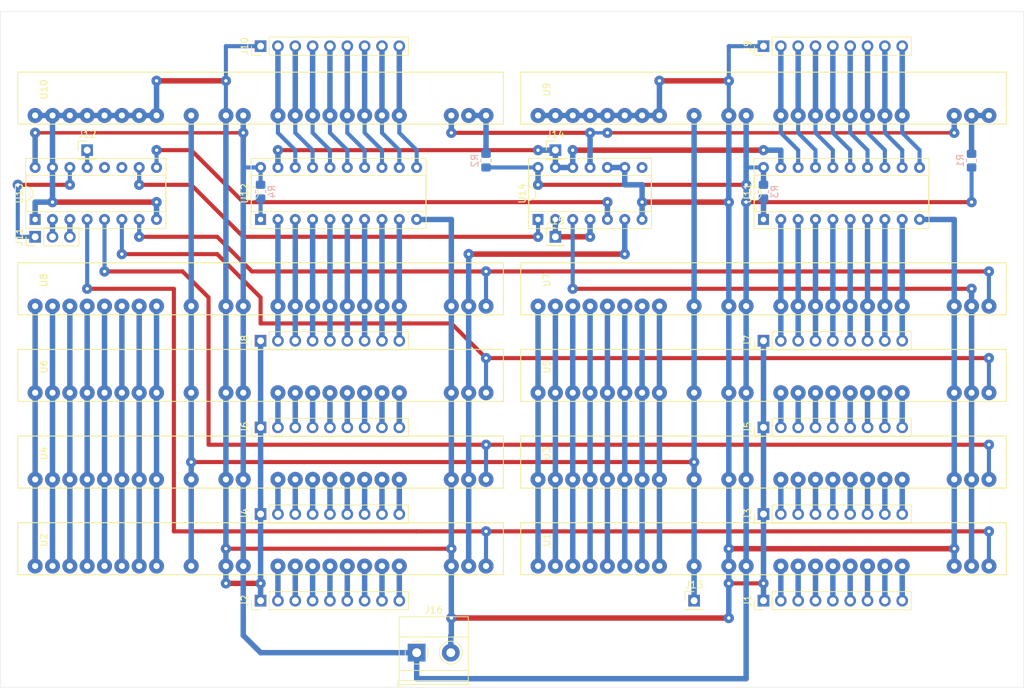
<source format=kicad_pcb>
(kicad_pcb (version 20171130) (host pcbnew "(5.1.8)-1")

  (general
    (thickness 1.6)
    (drawings 4)
    (tracks 402)
    (zones 0)
    (modules 40)
    (nets 122)
  )

  (page A4)
  (layers
    (0 F.Cu signal)
    (31 B.Cu signal)
    (32 B.Adhes user)
    (33 F.Adhes user)
    (34 B.Paste user)
    (35 F.Paste user)
    (36 B.SilkS user)
    (37 F.SilkS user)
    (38 B.Mask user)
    (39 F.Mask user)
    (40 Dwgs.User user)
    (41 Cmts.User user)
    (42 Eco1.User user)
    (43 Eco2.User user)
    (44 Edge.Cuts user)
    (45 Margin user)
    (46 B.CrtYd user)
    (47 F.CrtYd user)
    (48 B.Fab user)
    (49 F.Fab user)
  )

  (setup
    (last_trace_width 0.6)
    (user_trace_width 0.5)
    (user_trace_width 0.6)
    (user_trace_width 0.8)
    (user_trace_width 1)
    (trace_clearance 0.2)
    (zone_clearance 0.508)
    (zone_45_only no)
    (trace_min 0.2)
    (via_size 0.8)
    (via_drill 0.4)
    (via_min_size 0.4)
    (via_min_drill 0.3)
    (user_via 1.5 0.5)
    (uvia_size 0.3)
    (uvia_drill 0.1)
    (uvias_allowed no)
    (uvia_min_size 0.2)
    (uvia_min_drill 0.1)
    (edge_width 0.05)
    (segment_width 0.2)
    (pcb_text_width 0.3)
    (pcb_text_size 1.5 1.5)
    (mod_edge_width 0.12)
    (mod_text_size 1 1)
    (mod_text_width 0.15)
    (pad_size 1.524 1.524)
    (pad_drill 0.762)
    (pad_to_mask_clearance 0)
    (aux_axis_origin 0 0)
    (visible_elements 7FFFFFFF)
    (pcbplotparams
      (layerselection 0x010fc_ffffffff)
      (usegerberextensions false)
      (usegerberattributes true)
      (usegerberadvancedattributes true)
      (creategerberjobfile true)
      (excludeedgelayer true)
      (linewidth 0.100000)
      (plotframeref false)
      (viasonmask false)
      (mode 1)
      (useauxorigin false)
      (hpglpennumber 1)
      (hpglpenspeed 20)
      (hpglpendiameter 15.000000)
      (psnegative false)
      (psa4output false)
      (plotreference true)
      (plotvalue true)
      (plotinvisibletext false)
      (padsonsilk false)
      (subtractmaskfromsilk false)
      (outputformat 1)
      (mirror false)
      (drillshape 1)
      (scaleselection 1)
      (outputdirectory ""))
  )

  (net 0 "")
  (net 1 "Net-(U10-Pad20)")
  (net 2 /L0)
  (net 3 /L1)
  (net 4 /L2)
  (net 5 /L3)
  (net 6 /L4)
  (net 7 /L5)
  (net 8 /L6)
  (net 9 /L7)
  (net 10 /H0)
  (net 11 /H1)
  (net 12 /H2)
  (net 13 /H3)
  (net 14 /H4)
  (net 15 /H5)
  (net 16 /H6)
  (net 17 /H7)
  (net 18 /R0.7)
  (net 19 /R0.6)
  (net 20 /R0.5)
  (net 21 /R0.4)
  (net 22 /R0.3)
  (net 23 /R0.2)
  (net 24 /R0.1)
  (net 25 /R0.0)
  (net 26 GND)
  (net 27 /R1.7)
  (net 28 /R1.6)
  (net 29 /R1.5)
  (net 30 /R1.4)
  (net 31 /R1.3)
  (net 32 /R1.2)
  (net 33 /R1.1)
  (net 34 /R1.0)
  (net 35 /R2.7)
  (net 36 /R2.6)
  (net 37 /R2.5)
  (net 38 /R2.4)
  (net 39 /R2.3)
  (net 40 /R2.2)
  (net 41 /R2.1)
  (net 42 /R2.0)
  (net 43 /R3.7)
  (net 44 /R3.6)
  (net 45 /R3.5)
  (net 46 /R3.4)
  (net 47 /R3.3)
  (net 48 /R3.2)
  (net 49 /R3.1)
  (net 50 /R3.0)
  (net 51 /R4.7)
  (net 52 /R4.6)
  (net 53 /R4.5)
  (net 54 /R4.4)
  (net 55 /R4.3)
  (net 56 /R4.2)
  (net 57 /R4.1)
  (net 58 /R4.0)
  (net 59 /R5.7)
  (net 60 /R5.6)
  (net 61 /R5.5)
  (net 62 /R5.4)
  (net 63 /R5.3)
  (net 64 /R5.2)
  (net 65 /R5.1)
  (net 66 /R5.0)
  (net 67 /R6.7)
  (net 68 /R6.6)
  (net 69 /R6.5)
  (net 70 /R6.4)
  (net 71 /R6.3)
  (net 72 /R6.2)
  (net 73 /R6.1)
  (net 74 /R6.0)
  (net 75 /R7.7)
  (net 76 /R7.6)
  (net 77 /R7.5)
  (net 78 /R7.4)
  (net 79 /R7.3)
  (net 80 /R7.2)
  (net 81 /R7.1)
  (net 82 /R7.0)
  (net 83 /YL|SPL.7)
  (net 84 /YL|SPL.6)
  (net 85 /YL|SPL.5)
  (net 86 /YL|SPL.4)
  (net 87 /YL|SPL.3)
  (net 88 /YL|SPL.2)
  (net 89 /YL|SPL.1)
  (net 90 /YL|SPL.0)
  (net 91 /YH|SPH.7)
  (net 92 /YH|SPH.6)
  (net 93 /YH|SPH.5)
  (net 94 /YH|SPH.4)
  (net 95 /YH|SPH.3)
  (net 96 /YH|SPH.2)
  (net 97 /YH|SPH.1)
  (net 98 /YH|SPH.0)
  (net 99 VCC)
  (net 100 /~R0)
  (net 101 /~L)
  (net 102 /~Res)
  (net 103 /~H)
  (net 104 /~R1)
  (net 105 /~R2)
  (net 106 /~R3)
  (net 107 "Net-(R1-Pad1)")
  (net 108 "Net-(R2-Pad1)")
  (net 109 /EXT[1])
  (net 110 /DST[2])
  (net 111 /DST[1])
  (net 112 /DST[0])
  (net 113 /~MUL)
  (net 114 /Latch)
  (net 115 "Net-(R3-Pad1)")
  (net 116 "Net-(R4-Pad1)")
  (net 117 "Net-(U13-Pad12)")
  (net 118 "Net-(U13-Pad11)")
  (net 119 "Net-(U13-Pad10)")
  (net 120 "Net-(U13-Pad9)")
  (net 121 "Net-(U14-Pad8)")

  (net_class Default "This is the default net class."
    (clearance 0.2)
    (trace_width 0.25)
    (via_dia 0.8)
    (via_drill 0.4)
    (uvia_dia 0.3)
    (uvia_drill 0.1)
    (add_net /DST[0])
    (add_net /DST[1])
    (add_net /DST[2])
    (add_net /EXT[1])
    (add_net /H0)
    (add_net /H1)
    (add_net /H2)
    (add_net /H3)
    (add_net /H4)
    (add_net /H5)
    (add_net /H6)
    (add_net /H7)
    (add_net /L0)
    (add_net /L1)
    (add_net /L2)
    (add_net /L3)
    (add_net /L4)
    (add_net /L5)
    (add_net /L6)
    (add_net /L7)
    (add_net /Latch)
    (add_net /R0.0)
    (add_net /R0.1)
    (add_net /R0.2)
    (add_net /R0.3)
    (add_net /R0.4)
    (add_net /R0.5)
    (add_net /R0.6)
    (add_net /R0.7)
    (add_net /R1.0)
    (add_net /R1.1)
    (add_net /R1.2)
    (add_net /R1.3)
    (add_net /R1.4)
    (add_net /R1.5)
    (add_net /R1.6)
    (add_net /R1.7)
    (add_net /R2.0)
    (add_net /R2.1)
    (add_net /R2.2)
    (add_net /R2.3)
    (add_net /R2.4)
    (add_net /R2.5)
    (add_net /R2.6)
    (add_net /R2.7)
    (add_net /R3.0)
    (add_net /R3.1)
    (add_net /R3.2)
    (add_net /R3.3)
    (add_net /R3.4)
    (add_net /R3.5)
    (add_net /R3.6)
    (add_net /R3.7)
    (add_net /R4.0)
    (add_net /R4.1)
    (add_net /R4.2)
    (add_net /R4.3)
    (add_net /R4.4)
    (add_net /R4.5)
    (add_net /R4.6)
    (add_net /R4.7)
    (add_net /R5.0)
    (add_net /R5.1)
    (add_net /R5.2)
    (add_net /R5.3)
    (add_net /R5.4)
    (add_net /R5.5)
    (add_net /R5.6)
    (add_net /R5.7)
    (add_net /R6.0)
    (add_net /R6.1)
    (add_net /R6.2)
    (add_net /R6.3)
    (add_net /R6.4)
    (add_net /R6.5)
    (add_net /R6.6)
    (add_net /R6.7)
    (add_net /R7.0)
    (add_net /R7.1)
    (add_net /R7.2)
    (add_net /R7.3)
    (add_net /R7.4)
    (add_net /R7.5)
    (add_net /R7.6)
    (add_net /R7.7)
    (add_net /YH|SPH.0)
    (add_net /YH|SPH.1)
    (add_net /YH|SPH.2)
    (add_net /YH|SPH.3)
    (add_net /YH|SPH.4)
    (add_net /YH|SPH.5)
    (add_net /YH|SPH.6)
    (add_net /YH|SPH.7)
    (add_net /YL|SPL.0)
    (add_net /YL|SPL.1)
    (add_net /YL|SPL.2)
    (add_net /YL|SPL.3)
    (add_net /YL|SPL.4)
    (add_net /YL|SPL.5)
    (add_net /YL|SPL.6)
    (add_net /YL|SPL.7)
    (add_net /~H)
    (add_net /~L)
    (add_net /~MUL)
    (add_net /~R0)
    (add_net /~R1)
    (add_net /~R2)
    (add_net /~R3)
    (add_net /~Res)
    (add_net GND)
    (add_net "Net-(R1-Pad1)")
    (add_net "Net-(R2-Pad1)")
    (add_net "Net-(R3-Pad1)")
    (add_net "Net-(R4-Pad1)")
    (add_net "Net-(U10-Pad20)")
    (add_net "Net-(U13-Pad10)")
    (add_net "Net-(U13-Pad11)")
    (add_net "Net-(U13-Pad12)")
    (add_net "Net-(U13-Pad9)")
    (add_net "Net-(U14-Pad8)")
    (add_net VCC)
  )

  (module TerminalBlock_Phoenix:TerminalBlock_Phoenix_MKDS-1,5-2_1x02_P5.00mm_Horizontal (layer F.Cu) (tedit 5B294EE5) (tstamp 659B412C)
    (at 76.2 109.22)
    (descr "Terminal Block Phoenix MKDS-1,5-2, 2 pins, pitch 5mm, size 10x9.8mm^2, drill diamater 1.3mm, pad diameter 2.6mm, see http://www.farnell.com/datasheets/100425.pdf, script-generated using https://github.com/pointhi/kicad-footprint-generator/scripts/TerminalBlock_Phoenix")
    (tags "THT Terminal Block Phoenix MKDS-1,5-2 pitch 5mm size 10x9.8mm^2 drill 1.3mm pad 2.6mm")
    (path /65B8A75F)
    (fp_text reference J16 (at 2.5 -6.26) (layer F.SilkS)
      (effects (font (size 1 1) (thickness 0.15)))
    )
    (fp_text value Screw_Terminal_01x02 (at 2.5 5.66) (layer F.Fab)
      (effects (font (size 1 1) (thickness 0.15)))
    )
    (fp_text user %R (at 2.5 3.2) (layer F.Fab)
      (effects (font (size 1 1) (thickness 0.15)))
    )
    (fp_arc (start 0 0) (end -0.684 1.535) (angle -25) (layer F.SilkS) (width 0.12))
    (fp_arc (start 0 0) (end -1.535 -0.684) (angle -48) (layer F.SilkS) (width 0.12))
    (fp_arc (start 0 0) (end 0.684 -1.535) (angle -48) (layer F.SilkS) (width 0.12))
    (fp_arc (start 0 0) (end 1.535 0.684) (angle -48) (layer F.SilkS) (width 0.12))
    (fp_arc (start 0 0) (end 0 1.68) (angle -24) (layer F.SilkS) (width 0.12))
    (fp_circle (center 0 0) (end 1.5 0) (layer F.Fab) (width 0.1))
    (fp_circle (center 5 0) (end 6.5 0) (layer F.Fab) (width 0.1))
    (fp_circle (center 5 0) (end 6.68 0) (layer F.SilkS) (width 0.12))
    (fp_line (start -2.5 -5.2) (end 7.5 -5.2) (layer F.Fab) (width 0.1))
    (fp_line (start 7.5 -5.2) (end 7.5 4.6) (layer F.Fab) (width 0.1))
    (fp_line (start 7.5 4.6) (end -2 4.6) (layer F.Fab) (width 0.1))
    (fp_line (start -2 4.6) (end -2.5 4.1) (layer F.Fab) (width 0.1))
    (fp_line (start -2.5 4.1) (end -2.5 -5.2) (layer F.Fab) (width 0.1))
    (fp_line (start -2.5 4.1) (end 7.5 4.1) (layer F.Fab) (width 0.1))
    (fp_line (start -2.56 4.1) (end 7.56 4.1) (layer F.SilkS) (width 0.12))
    (fp_line (start -2.5 2.6) (end 7.5 2.6) (layer F.Fab) (width 0.1))
    (fp_line (start -2.56 2.6) (end 7.56 2.6) (layer F.SilkS) (width 0.12))
    (fp_line (start -2.5 -2.3) (end 7.5 -2.3) (layer F.Fab) (width 0.1))
    (fp_line (start -2.56 -2.301) (end 7.56 -2.301) (layer F.SilkS) (width 0.12))
    (fp_line (start -2.56 -5.261) (end 7.56 -5.261) (layer F.SilkS) (width 0.12))
    (fp_line (start -2.56 4.66) (end 7.56 4.66) (layer F.SilkS) (width 0.12))
    (fp_line (start -2.56 -5.261) (end -2.56 4.66) (layer F.SilkS) (width 0.12))
    (fp_line (start 7.56 -5.261) (end 7.56 4.66) (layer F.SilkS) (width 0.12))
    (fp_line (start 1.138 -0.955) (end -0.955 1.138) (layer F.Fab) (width 0.1))
    (fp_line (start 0.955 -1.138) (end -1.138 0.955) (layer F.Fab) (width 0.1))
    (fp_line (start 6.138 -0.955) (end 4.046 1.138) (layer F.Fab) (width 0.1))
    (fp_line (start 5.955 -1.138) (end 3.863 0.955) (layer F.Fab) (width 0.1))
    (fp_line (start 6.275 -1.069) (end 6.228 -1.023) (layer F.SilkS) (width 0.12))
    (fp_line (start 3.966 1.239) (end 3.931 1.274) (layer F.SilkS) (width 0.12))
    (fp_line (start 6.07 -1.275) (end 6.035 -1.239) (layer F.SilkS) (width 0.12))
    (fp_line (start 3.773 1.023) (end 3.726 1.069) (layer F.SilkS) (width 0.12))
    (fp_line (start -2.8 4.16) (end -2.8 4.9) (layer F.SilkS) (width 0.12))
    (fp_line (start -2.8 4.9) (end -2.3 4.9) (layer F.SilkS) (width 0.12))
    (fp_line (start -3 -5.71) (end -3 5.1) (layer F.CrtYd) (width 0.05))
    (fp_line (start -3 5.1) (end 8 5.1) (layer F.CrtYd) (width 0.05))
    (fp_line (start 8 5.1) (end 8 -5.71) (layer F.CrtYd) (width 0.05))
    (fp_line (start 8 -5.71) (end -3 -5.71) (layer F.CrtYd) (width 0.05))
    (pad 2 thru_hole circle (at 5 0) (size 2.6 2.6) (drill 1.3) (layers *.Cu *.Mask)
      (net 26 GND))
    (pad 1 thru_hole rect (at 0 0) (size 2.6 2.6) (drill 1.3) (layers *.Cu *.Mask)
      (net 99 VCC))
    (model ${KISYS3DMOD}/TerminalBlock_Phoenix.3dshapes/TerminalBlock_Phoenix_MKDS-1,5-2_1x02_P5.00mm_Horizontal.wrl
      (at (xyz 0 0 0))
      (scale (xyz 1 1 1))
      (rotate (xyz 0 0 0))
    )
  )

  (module Package_DIP:DIP-14_W7.62mm_Socket (layer F.Cu) (tedit 5A02E8C5) (tstamp 659AFDA2)
    (at 93.98 45.72 90)
    (descr "14-lead though-hole mounted DIP package, row spacing 7.62 mm (300 mils), Socket")
    (tags "THT DIP DIL PDIP 2.54mm 7.62mm 300mil Socket")
    (path /659B9265)
    (fp_text reference U14 (at 3.81 -2.33 90) (layer F.SilkS)
      (effects (font (size 1 1) (thickness 0.15)))
    )
    (fp_text value 74HC00 (at 3.81 17.57 90) (layer F.Fab)
      (effects (font (size 1 1) (thickness 0.15)))
    )
    (fp_line (start 9.15 -1.6) (end -1.55 -1.6) (layer F.CrtYd) (width 0.05))
    (fp_line (start 9.15 16.85) (end 9.15 -1.6) (layer F.CrtYd) (width 0.05))
    (fp_line (start -1.55 16.85) (end 9.15 16.85) (layer F.CrtYd) (width 0.05))
    (fp_line (start -1.55 -1.6) (end -1.55 16.85) (layer F.CrtYd) (width 0.05))
    (fp_line (start 8.95 -1.39) (end -1.33 -1.39) (layer F.SilkS) (width 0.12))
    (fp_line (start 8.95 16.63) (end 8.95 -1.39) (layer F.SilkS) (width 0.12))
    (fp_line (start -1.33 16.63) (end 8.95 16.63) (layer F.SilkS) (width 0.12))
    (fp_line (start -1.33 -1.39) (end -1.33 16.63) (layer F.SilkS) (width 0.12))
    (fp_line (start 6.46 -1.33) (end 4.81 -1.33) (layer F.SilkS) (width 0.12))
    (fp_line (start 6.46 16.57) (end 6.46 -1.33) (layer F.SilkS) (width 0.12))
    (fp_line (start 1.16 16.57) (end 6.46 16.57) (layer F.SilkS) (width 0.12))
    (fp_line (start 1.16 -1.33) (end 1.16 16.57) (layer F.SilkS) (width 0.12))
    (fp_line (start 2.81 -1.33) (end 1.16 -1.33) (layer F.SilkS) (width 0.12))
    (fp_line (start 8.89 -1.33) (end -1.27 -1.33) (layer F.Fab) (width 0.1))
    (fp_line (start 8.89 16.57) (end 8.89 -1.33) (layer F.Fab) (width 0.1))
    (fp_line (start -1.27 16.57) (end 8.89 16.57) (layer F.Fab) (width 0.1))
    (fp_line (start -1.27 -1.33) (end -1.27 16.57) (layer F.Fab) (width 0.1))
    (fp_line (start 0.635 -0.27) (end 1.635 -1.27) (layer F.Fab) (width 0.1))
    (fp_line (start 0.635 16.51) (end 0.635 -0.27) (layer F.Fab) (width 0.1))
    (fp_line (start 6.985 16.51) (end 0.635 16.51) (layer F.Fab) (width 0.1))
    (fp_line (start 6.985 -1.27) (end 6.985 16.51) (layer F.Fab) (width 0.1))
    (fp_line (start 1.635 -1.27) (end 6.985 -1.27) (layer F.Fab) (width 0.1))
    (fp_text user %R (at 3.81 7.62 90) (layer F.Fab)
      (effects (font (size 1 1) (thickness 0.15)))
    )
    (fp_arc (start 3.81 -1.33) (end 2.81 -1.33) (angle -180) (layer F.SilkS) (width 0.12))
    (pad 14 thru_hole oval (at 7.62 0 90) (size 1.6 1.6) (drill 0.8) (layers *.Cu *.Mask)
      (net 99 VCC))
    (pad 7 thru_hole oval (at 0 15.24 90) (size 1.6 1.6) (drill 0.8) (layers *.Cu *.Mask)
      (net 26 GND))
    (pad 13 thru_hole oval (at 7.62 2.54 90) (size 1.6 1.6) (drill 0.8) (layers *.Cu *.Mask)
      (net 109 /EXT[1]))
    (pad 6 thru_hole oval (at 0 12.7 90) (size 1.6 1.6) (drill 0.8) (layers *.Cu *.Mask)
      (net 103 /~H))
    (pad 12 thru_hole oval (at 7.62 5.08 90) (size 1.6 1.6) (drill 0.8) (layers *.Cu *.Mask)
      (net 109 /EXT[1]))
    (pad 5 thru_hole oval (at 0 10.16 90) (size 1.6 1.6) (drill 0.8) (layers *.Cu *.Mask)
      (net 120 "Net-(U13-Pad9)"))
    (pad 11 thru_hole oval (at 7.62 7.62 90) (size 1.6 1.6) (drill 0.8) (layers *.Cu *.Mask)
      (net 1 "Net-(U10-Pad20)"))
    (pad 4 thru_hole oval (at 0 7.62 90) (size 1.6 1.6) (drill 0.8) (layers *.Cu *.Mask)
      (net 114 /Latch))
    (pad 10 thru_hole oval (at 7.62 10.16 90) (size 1.6 1.6) (drill 0.8) (layers *.Cu *.Mask)
      (net 26 GND))
    (pad 3 thru_hole oval (at 0 5.08 90) (size 1.6 1.6) (drill 0.8) (layers *.Cu *.Mask)
      (net 101 /~L))
    (pad 9 thru_hole oval (at 7.62 12.7 90) (size 1.6 1.6) (drill 0.8) (layers *.Cu *.Mask)
      (net 26 GND))
    (pad 2 thru_hole oval (at 0 2.54 90) (size 1.6 1.6) (drill 0.8) (layers *.Cu *.Mask)
      (net 114 /Latch))
    (pad 8 thru_hole oval (at 7.62 15.24 90) (size 1.6 1.6) (drill 0.8) (layers *.Cu *.Mask)
      (net 121 "Net-(U14-Pad8)"))
    (pad 1 thru_hole rect (at 0 0 90) (size 1.6 1.6) (drill 0.8) (layers *.Cu *.Mask)
      (net 119 "Net-(U13-Pad10)"))
    (model ${KISYS3DMOD}/Package_DIP.3dshapes/DIP-14_W7.62mm_Socket.wrl
      (at (xyz 0 0 0))
      (scale (xyz 1 1 1))
      (rotate (xyz 0 0 0))
    )
  )

  (module Package_DIP:DIP-16_W7.62mm_Socket (layer F.Cu) (tedit 5A02E8C5) (tstamp 659AFD78)
    (at 20.32 45.72 90)
    (descr "16-lead though-hole mounted DIP package, row spacing 7.62 mm (300 mils), Socket")
    (tags "THT DIP DIL PDIP 2.54mm 7.62mm 300mil Socket")
    (path /659B6A0A)
    (fp_text reference U13 (at 3.81 -2.33 90) (layer F.SilkS)
      (effects (font (size 1 1) (thickness 0.15)))
    )
    (fp_text value 74LS139 (at 3.81 20.11 90) (layer F.Fab)
      (effects (font (size 1 1) (thickness 0.15)))
    )
    (fp_line (start 9.15 -1.6) (end -1.55 -1.6) (layer F.CrtYd) (width 0.05))
    (fp_line (start 9.15 19.4) (end 9.15 -1.6) (layer F.CrtYd) (width 0.05))
    (fp_line (start -1.55 19.4) (end 9.15 19.4) (layer F.CrtYd) (width 0.05))
    (fp_line (start -1.55 -1.6) (end -1.55 19.4) (layer F.CrtYd) (width 0.05))
    (fp_line (start 8.95 -1.39) (end -1.33 -1.39) (layer F.SilkS) (width 0.12))
    (fp_line (start 8.95 19.17) (end 8.95 -1.39) (layer F.SilkS) (width 0.12))
    (fp_line (start -1.33 19.17) (end 8.95 19.17) (layer F.SilkS) (width 0.12))
    (fp_line (start -1.33 -1.39) (end -1.33 19.17) (layer F.SilkS) (width 0.12))
    (fp_line (start 6.46 -1.33) (end 4.81 -1.33) (layer F.SilkS) (width 0.12))
    (fp_line (start 6.46 19.11) (end 6.46 -1.33) (layer F.SilkS) (width 0.12))
    (fp_line (start 1.16 19.11) (end 6.46 19.11) (layer F.SilkS) (width 0.12))
    (fp_line (start 1.16 -1.33) (end 1.16 19.11) (layer F.SilkS) (width 0.12))
    (fp_line (start 2.81 -1.33) (end 1.16 -1.33) (layer F.SilkS) (width 0.12))
    (fp_line (start 8.89 -1.33) (end -1.27 -1.33) (layer F.Fab) (width 0.1))
    (fp_line (start 8.89 19.11) (end 8.89 -1.33) (layer F.Fab) (width 0.1))
    (fp_line (start -1.27 19.11) (end 8.89 19.11) (layer F.Fab) (width 0.1))
    (fp_line (start -1.27 -1.33) (end -1.27 19.11) (layer F.Fab) (width 0.1))
    (fp_line (start 0.635 -0.27) (end 1.635 -1.27) (layer F.Fab) (width 0.1))
    (fp_line (start 0.635 19.05) (end 0.635 -0.27) (layer F.Fab) (width 0.1))
    (fp_line (start 6.985 19.05) (end 0.635 19.05) (layer F.Fab) (width 0.1))
    (fp_line (start 6.985 -1.27) (end 6.985 19.05) (layer F.Fab) (width 0.1))
    (fp_line (start 1.635 -1.27) (end 6.985 -1.27) (layer F.Fab) (width 0.1))
    (fp_text user %R (at 3.81 8.89 90) (layer F.Fab)
      (effects (font (size 1 1) (thickness 0.15)))
    )
    (fp_arc (start 3.81 -1.33) (end 2.81 -1.33) (angle -180) (layer F.SilkS) (width 0.12))
    (pad 16 thru_hole oval (at 7.62 0 90) (size 1.6 1.6) (drill 0.8) (layers *.Cu *.Mask)
      (net 99 VCC))
    (pad 8 thru_hole oval (at 0 17.78 90) (size 1.6 1.6) (drill 0.8) (layers *.Cu *.Mask)
      (net 26 GND))
    (pad 15 thru_hole oval (at 7.62 2.54 90) (size 1.6 1.6) (drill 0.8) (layers *.Cu *.Mask)
      (net 26 GND))
    (pad 7 thru_hole oval (at 0 15.24 90) (size 1.6 1.6) (drill 0.8) (layers *.Cu *.Mask)
      (net 106 /~R3))
    (pad 14 thru_hole oval (at 7.62 5.08 90) (size 1.6 1.6) (drill 0.8) (layers *.Cu *.Mask)
      (net 112 /DST[0]))
    (pad 6 thru_hole oval (at 0 12.7 90) (size 1.6 1.6) (drill 0.8) (layers *.Cu *.Mask)
      (net 105 /~R2))
    (pad 13 thru_hole oval (at 7.62 7.62 90) (size 1.6 1.6) (drill 0.8) (layers *.Cu *.Mask)
      (net 113 /~MUL))
    (pad 5 thru_hole oval (at 0 10.16 90) (size 1.6 1.6) (drill 0.8) (layers *.Cu *.Mask)
      (net 104 /~R1))
    (pad 12 thru_hole oval (at 7.62 10.16 90) (size 1.6 1.6) (drill 0.8) (layers *.Cu *.Mask)
      (net 117 "Net-(U13-Pad12)"))
    (pad 4 thru_hole oval (at 0 7.62 90) (size 1.6 1.6) (drill 0.8) (layers *.Cu *.Mask)
      (net 100 /~R0))
    (pad 11 thru_hole oval (at 7.62 12.7 90) (size 1.6 1.6) (drill 0.8) (layers *.Cu *.Mask)
      (net 118 "Net-(U13-Pad11)"))
    (pad 3 thru_hole oval (at 0 5.08 90) (size 1.6 1.6) (drill 0.8) (layers *.Cu *.Mask)
      (net 110 /DST[2]))
    (pad 10 thru_hole oval (at 7.62 15.24 90) (size 1.6 1.6) (drill 0.8) (layers *.Cu *.Mask)
      (net 119 "Net-(U13-Pad10)"))
    (pad 2 thru_hole oval (at 0 2.54 90) (size 1.6 1.6) (drill 0.8) (layers *.Cu *.Mask)
      (net 111 /DST[1]))
    (pad 9 thru_hole oval (at 7.62 17.78 90) (size 1.6 1.6) (drill 0.8) (layers *.Cu *.Mask)
      (net 120 "Net-(U13-Pad9)"))
    (pad 1 thru_hole rect (at 0 0 90) (size 1.6 1.6) (drill 0.8) (layers *.Cu *.Mask)
      (net 26 GND))
    (model ${KISYS3DMOD}/Package_DIP.3dshapes/DIP-16_W7.62mm_Socket.wrl
      (at (xyz 0 0 0))
      (scale (xyz 1 1 1))
      (rotate (xyz 0 0 0))
    )
  )

  (module Resistor_SMD:R_0805_2012Metric_Pad1.20x1.40mm_HandSolder (layer B.Cu) (tedit 5F68FEEE) (tstamp 659AFA4C)
    (at 53.34 41.64 90)
    (descr "Resistor SMD 0805 (2012 Metric), square (rectangular) end terminal, IPC_7351 nominal with elongated pad for handsoldering. (Body size source: IPC-SM-782 page 72, https://www.pcb-3d.com/wordpress/wp-content/uploads/ipc-sm-782a_amendment_1_and_2.pdf), generated with kicad-footprint-generator")
    (tags "resistor handsolder")
    (path /65A05173)
    (attr smd)
    (fp_text reference R4 (at 0 1.65 90) (layer B.SilkS)
      (effects (font (size 1 1) (thickness 0.15)) (justify mirror))
    )
    (fp_text value 10k (at 0 -1.65 90) (layer B.Fab)
      (effects (font (size 1 1) (thickness 0.15)) (justify mirror))
    )
    (fp_line (start 1.85 -0.95) (end -1.85 -0.95) (layer B.CrtYd) (width 0.05))
    (fp_line (start 1.85 0.95) (end 1.85 -0.95) (layer B.CrtYd) (width 0.05))
    (fp_line (start -1.85 0.95) (end 1.85 0.95) (layer B.CrtYd) (width 0.05))
    (fp_line (start -1.85 -0.95) (end -1.85 0.95) (layer B.CrtYd) (width 0.05))
    (fp_line (start -0.227064 -0.735) (end 0.227064 -0.735) (layer B.SilkS) (width 0.12))
    (fp_line (start -0.227064 0.735) (end 0.227064 0.735) (layer B.SilkS) (width 0.12))
    (fp_line (start 1 -0.625) (end -1 -0.625) (layer B.Fab) (width 0.1))
    (fp_line (start 1 0.625) (end 1 -0.625) (layer B.Fab) (width 0.1))
    (fp_line (start -1 0.625) (end 1 0.625) (layer B.Fab) (width 0.1))
    (fp_line (start -1 -0.625) (end -1 0.625) (layer B.Fab) (width 0.1))
    (fp_text user %R (at 0 0 90) (layer B.Fab)
      (effects (font (size 0.5 0.5) (thickness 0.08)) (justify mirror))
    )
    (pad 2 smd roundrect (at 1 0 90) (size 1.2 1.4) (layers B.Cu B.Paste B.Mask) (roundrect_rratio 0.208333)
      (net 99 VCC))
    (pad 1 smd roundrect (at -1 0 90) (size 1.2 1.4) (layers B.Cu B.Paste B.Mask) (roundrect_rratio 0.208333)
      (net 116 "Net-(R4-Pad1)"))
    (model ${KISYS3DMOD}/Resistor_SMD.3dshapes/R_0805_2012Metric.wrl
      (at (xyz 0 0 0))
      (scale (xyz 1 1 1))
      (rotate (xyz 0 0 0))
    )
  )

  (module Resistor_SMD:R_0805_2012Metric_Pad1.20x1.40mm_HandSolder (layer B.Cu) (tedit 5F68FEEE) (tstamp 659AFA3B)
    (at 127 41.64 90)
    (descr "Resistor SMD 0805 (2012 Metric), square (rectangular) end terminal, IPC_7351 nominal with elongated pad for handsoldering. (Body size source: IPC-SM-782 page 72, https://www.pcb-3d.com/wordpress/wp-content/uploads/ipc-sm-782a_amendment_1_and_2.pdf), generated with kicad-footprint-generator")
    (tags "resistor handsolder")
    (path /65A19C93)
    (attr smd)
    (fp_text reference R3 (at 0 1.65 90) (layer B.SilkS)
      (effects (font (size 1 1) (thickness 0.15)) (justify mirror))
    )
    (fp_text value 10k (at 0 -1.65 90) (layer B.Fab)
      (effects (font (size 1 1) (thickness 0.15)) (justify mirror))
    )
    (fp_line (start 1.85 -0.95) (end -1.85 -0.95) (layer B.CrtYd) (width 0.05))
    (fp_line (start 1.85 0.95) (end 1.85 -0.95) (layer B.CrtYd) (width 0.05))
    (fp_line (start -1.85 0.95) (end 1.85 0.95) (layer B.CrtYd) (width 0.05))
    (fp_line (start -1.85 -0.95) (end -1.85 0.95) (layer B.CrtYd) (width 0.05))
    (fp_line (start -0.227064 -0.735) (end 0.227064 -0.735) (layer B.SilkS) (width 0.12))
    (fp_line (start -0.227064 0.735) (end 0.227064 0.735) (layer B.SilkS) (width 0.12))
    (fp_line (start 1 -0.625) (end -1 -0.625) (layer B.Fab) (width 0.1))
    (fp_line (start 1 0.625) (end 1 -0.625) (layer B.Fab) (width 0.1))
    (fp_line (start -1 0.625) (end 1 0.625) (layer B.Fab) (width 0.1))
    (fp_line (start -1 -0.625) (end -1 0.625) (layer B.Fab) (width 0.1))
    (fp_text user %R (at 0 0 90) (layer B.Fab)
      (effects (font (size 0.5 0.5) (thickness 0.08)) (justify mirror))
    )
    (pad 2 smd roundrect (at 1 0 90) (size 1.2 1.4) (layers B.Cu B.Paste B.Mask) (roundrect_rratio 0.208333)
      (net 99 VCC))
    (pad 1 smd roundrect (at -1 0 90) (size 1.2 1.4) (layers B.Cu B.Paste B.Mask) (roundrect_rratio 0.208333)
      (net 115 "Net-(R3-Pad1)"))
    (model ${KISYS3DMOD}/Resistor_SMD.3dshapes/R_0805_2012Metric.wrl
      (at (xyz 0 0 0))
      (scale (xyz 1 1 1))
      (rotate (xyz 0 0 0))
    )
  )

  (module Resistor_SMD:R_0805_2012Metric_Pad1.20x1.40mm_HandSolder (layer B.Cu) (tedit 5F68FEEE) (tstamp 659AFA2A)
    (at 86.36 37.1 270)
    (descr "Resistor SMD 0805 (2012 Metric), square (rectangular) end terminal, IPC_7351 nominal with elongated pad for handsoldering. (Body size source: IPC-SM-782 page 72, https://www.pcb-3d.com/wordpress/wp-content/uploads/ipc-sm-782a_amendment_1_and_2.pdf), generated with kicad-footprint-generator")
    (tags "resistor handsolder")
    (path /65DE06BE)
    (attr smd)
    (fp_text reference R2 (at 0 1.65 90) (layer B.SilkS)
      (effects (font (size 1 1) (thickness 0.15)) (justify mirror))
    )
    (fp_text value 10k (at 0 -1.65 90) (layer B.Fab)
      (effects (font (size 1 1) (thickness 0.15)) (justify mirror))
    )
    (fp_line (start 1.85 -0.95) (end -1.85 -0.95) (layer B.CrtYd) (width 0.05))
    (fp_line (start 1.85 0.95) (end 1.85 -0.95) (layer B.CrtYd) (width 0.05))
    (fp_line (start -1.85 0.95) (end 1.85 0.95) (layer B.CrtYd) (width 0.05))
    (fp_line (start -1.85 -0.95) (end -1.85 0.95) (layer B.CrtYd) (width 0.05))
    (fp_line (start -0.227064 -0.735) (end 0.227064 -0.735) (layer B.SilkS) (width 0.12))
    (fp_line (start -0.227064 0.735) (end 0.227064 0.735) (layer B.SilkS) (width 0.12))
    (fp_line (start 1 -0.625) (end -1 -0.625) (layer B.Fab) (width 0.1))
    (fp_line (start 1 0.625) (end 1 -0.625) (layer B.Fab) (width 0.1))
    (fp_line (start -1 0.625) (end 1 0.625) (layer B.Fab) (width 0.1))
    (fp_line (start -1 -0.625) (end -1 0.625) (layer B.Fab) (width 0.1))
    (fp_text user %R (at 0 0 90) (layer B.Fab)
      (effects (font (size 0.5 0.5) (thickness 0.08)) (justify mirror))
    )
    (pad 2 smd roundrect (at 1 0 270) (size 1.2 1.4) (layers B.Cu B.Paste B.Mask) (roundrect_rratio 0.208333)
      (net 99 VCC))
    (pad 1 smd roundrect (at -1 0 270) (size 1.2 1.4) (layers B.Cu B.Paste B.Mask) (roundrect_rratio 0.208333)
      (net 108 "Net-(R2-Pad1)"))
    (model ${KISYS3DMOD}/Resistor_SMD.3dshapes/R_0805_2012Metric.wrl
      (at (xyz 0 0 0))
      (scale (xyz 1 1 1))
      (rotate (xyz 0 0 0))
    )
  )

  (module Resistor_SMD:R_0805_2012Metric_Pad1.20x1.40mm_HandSolder (layer B.Cu) (tedit 5F68FEEE) (tstamp 659AFA19)
    (at 157.48 37.1 270)
    (descr "Resistor SMD 0805 (2012 Metric), square (rectangular) end terminal, IPC_7351 nominal with elongated pad for handsoldering. (Body size source: IPC-SM-782 page 72, https://www.pcb-3d.com/wordpress/wp-content/uploads/ipc-sm-782a_amendment_1_and_2.pdf), generated with kicad-footprint-generator")
    (tags "resistor handsolder")
    (path /65DDF4ED)
    (attr smd)
    (fp_text reference R1 (at 0 1.65 90) (layer B.SilkS)
      (effects (font (size 1 1) (thickness 0.15)) (justify mirror))
    )
    (fp_text value 10k (at 0 -1.65 90) (layer B.Fab)
      (effects (font (size 1 1) (thickness 0.15)) (justify mirror))
    )
    (fp_line (start 1.85 -0.95) (end -1.85 -0.95) (layer B.CrtYd) (width 0.05))
    (fp_line (start 1.85 0.95) (end 1.85 -0.95) (layer B.CrtYd) (width 0.05))
    (fp_line (start -1.85 0.95) (end 1.85 0.95) (layer B.CrtYd) (width 0.05))
    (fp_line (start -1.85 -0.95) (end -1.85 0.95) (layer B.CrtYd) (width 0.05))
    (fp_line (start -0.227064 -0.735) (end 0.227064 -0.735) (layer B.SilkS) (width 0.12))
    (fp_line (start -0.227064 0.735) (end 0.227064 0.735) (layer B.SilkS) (width 0.12))
    (fp_line (start 1 -0.625) (end -1 -0.625) (layer B.Fab) (width 0.1))
    (fp_line (start 1 0.625) (end 1 -0.625) (layer B.Fab) (width 0.1))
    (fp_line (start -1 0.625) (end 1 0.625) (layer B.Fab) (width 0.1))
    (fp_line (start -1 -0.625) (end -1 0.625) (layer B.Fab) (width 0.1))
    (fp_text user %R (at 0 0 90) (layer B.Fab)
      (effects (font (size 0.5 0.5) (thickness 0.08)) (justify mirror))
    )
    (pad 2 smd roundrect (at 1 0 270) (size 1.2 1.4) (layers B.Cu B.Paste B.Mask) (roundrect_rratio 0.208333)
      (net 99 VCC))
    (pad 1 smd roundrect (at -1 0 270) (size 1.2 1.4) (layers B.Cu B.Paste B.Mask) (roundrect_rratio 0.208333)
      (net 107 "Net-(R1-Pad1)"))
    (model ${KISYS3DMOD}/Resistor_SMD.3dshapes/R_0805_2012Metric.wrl
      (at (xyz 0 0 0))
      (scale (xyz 1 1 1))
      (rotate (xyz 0 0 0))
    )
  )

  (module Connector_PinHeader_2.54mm:PinHeader_1x01_P2.54mm_Vertical (layer F.Cu) (tedit 59FED5CC) (tstamp 659AFA08)
    (at 96.52 48.26)
    (descr "Through hole straight pin header, 1x01, 2.54mm pitch, single row")
    (tags "Through hole pin header THT 1x01 2.54mm single row")
    (path /659CD5FE)
    (fp_text reference J15 (at 0 -2.33) (layer F.SilkS)
      (effects (font (size 1 1) (thickness 0.15)))
    )
    (fp_text value Conn_01x01_Male (at 0 2.33) (layer F.Fab)
      (effects (font (size 1 1) (thickness 0.15)))
    )
    (fp_line (start 1.8 -1.8) (end -1.8 -1.8) (layer F.CrtYd) (width 0.05))
    (fp_line (start 1.8 1.8) (end 1.8 -1.8) (layer F.CrtYd) (width 0.05))
    (fp_line (start -1.8 1.8) (end 1.8 1.8) (layer F.CrtYd) (width 0.05))
    (fp_line (start -1.8 -1.8) (end -1.8 1.8) (layer F.CrtYd) (width 0.05))
    (fp_line (start -1.33 -1.33) (end 0 -1.33) (layer F.SilkS) (width 0.12))
    (fp_line (start -1.33 0) (end -1.33 -1.33) (layer F.SilkS) (width 0.12))
    (fp_line (start -1.33 1.27) (end 1.33 1.27) (layer F.SilkS) (width 0.12))
    (fp_line (start 1.33 1.27) (end 1.33 1.33) (layer F.SilkS) (width 0.12))
    (fp_line (start -1.33 1.27) (end -1.33 1.33) (layer F.SilkS) (width 0.12))
    (fp_line (start -1.33 1.33) (end 1.33 1.33) (layer F.SilkS) (width 0.12))
    (fp_line (start -1.27 -0.635) (end -0.635 -1.27) (layer F.Fab) (width 0.1))
    (fp_line (start -1.27 1.27) (end -1.27 -0.635) (layer F.Fab) (width 0.1))
    (fp_line (start 1.27 1.27) (end -1.27 1.27) (layer F.Fab) (width 0.1))
    (fp_line (start 1.27 -1.27) (end 1.27 1.27) (layer F.Fab) (width 0.1))
    (fp_line (start -0.635 -1.27) (end 1.27 -1.27) (layer F.Fab) (width 0.1))
    (fp_text user %R (at 0 0 90) (layer F.Fab)
      (effects (font (size 1 1) (thickness 0.15)))
    )
    (pad 1 thru_hole rect (at 0 0) (size 1.7 1.7) (drill 1) (layers *.Cu *.Mask)
      (net 114 /Latch))
    (model ${KISYS3DMOD}/Connector_PinHeader_2.54mm.3dshapes/PinHeader_1x01_P2.54mm_Vertical.wrl
      (at (xyz 0 0 0))
      (scale (xyz 1 1 1))
      (rotate (xyz 0 0 0))
    )
  )

  (module Connector_PinHeader_2.54mm:PinHeader_1x01_P2.54mm_Vertical (layer F.Cu) (tedit 59FED5CC) (tstamp 659AF9F3)
    (at 96.52 35.56)
    (descr "Through hole straight pin header, 1x01, 2.54mm pitch, single row")
    (tags "Through hole pin header THT 1x01 2.54mm single row")
    (path /659CA35B)
    (fp_text reference J14 (at 0 -2.33) (layer F.SilkS)
      (effects (font (size 1 1) (thickness 0.15)))
    )
    (fp_text value Conn_01x01_Male (at 0 2.33) (layer F.Fab)
      (effects (font (size 1 1) (thickness 0.15)))
    )
    (fp_line (start 1.8 -1.8) (end -1.8 -1.8) (layer F.CrtYd) (width 0.05))
    (fp_line (start 1.8 1.8) (end 1.8 -1.8) (layer F.CrtYd) (width 0.05))
    (fp_line (start -1.8 1.8) (end 1.8 1.8) (layer F.CrtYd) (width 0.05))
    (fp_line (start -1.8 -1.8) (end -1.8 1.8) (layer F.CrtYd) (width 0.05))
    (fp_line (start -1.33 -1.33) (end 0 -1.33) (layer F.SilkS) (width 0.12))
    (fp_line (start -1.33 0) (end -1.33 -1.33) (layer F.SilkS) (width 0.12))
    (fp_line (start -1.33 1.27) (end 1.33 1.27) (layer F.SilkS) (width 0.12))
    (fp_line (start 1.33 1.27) (end 1.33 1.33) (layer F.SilkS) (width 0.12))
    (fp_line (start -1.33 1.27) (end -1.33 1.33) (layer F.SilkS) (width 0.12))
    (fp_line (start -1.33 1.33) (end 1.33 1.33) (layer F.SilkS) (width 0.12))
    (fp_line (start -1.27 -0.635) (end -0.635 -1.27) (layer F.Fab) (width 0.1))
    (fp_line (start -1.27 1.27) (end -1.27 -0.635) (layer F.Fab) (width 0.1))
    (fp_line (start 1.27 1.27) (end -1.27 1.27) (layer F.Fab) (width 0.1))
    (fp_line (start 1.27 -1.27) (end 1.27 1.27) (layer F.Fab) (width 0.1))
    (fp_line (start -0.635 -1.27) (end 1.27 -1.27) (layer F.Fab) (width 0.1))
    (fp_text user %R (at 0 0 90) (layer F.Fab)
      (effects (font (size 1 1) (thickness 0.15)))
    )
    (pad 1 thru_hole rect (at 0 0) (size 1.7 1.7) (drill 1) (layers *.Cu *.Mask)
      (net 109 /EXT[1]))
    (model ${KISYS3DMOD}/Connector_PinHeader_2.54mm.3dshapes/PinHeader_1x01_P2.54mm_Vertical.wrl
      (at (xyz 0 0 0))
      (scale (xyz 1 1 1))
      (rotate (xyz 0 0 0))
    )
  )

  (module Connector_PinHeader_2.54mm:PinHeader_1x01_P2.54mm_Vertical (layer F.Cu) (tedit 59FED5CC) (tstamp 659AF9DE)
    (at 116.84 101.6)
    (descr "Through hole straight pin header, 1x01, 2.54mm pitch, single row")
    (tags "Through hole pin header THT 1x01 2.54mm single row")
    (path /659C7B17)
    (fp_text reference J13 (at 0 -2.33) (layer F.SilkS)
      (effects (font (size 1 1) (thickness 0.15)))
    )
    (fp_text value Conn_01x01_Male (at 0 2.33) (layer F.Fab)
      (effects (font (size 1 1) (thickness 0.15)))
    )
    (fp_line (start 1.8 -1.8) (end -1.8 -1.8) (layer F.CrtYd) (width 0.05))
    (fp_line (start 1.8 1.8) (end 1.8 -1.8) (layer F.CrtYd) (width 0.05))
    (fp_line (start -1.8 1.8) (end 1.8 1.8) (layer F.CrtYd) (width 0.05))
    (fp_line (start -1.8 -1.8) (end -1.8 1.8) (layer F.CrtYd) (width 0.05))
    (fp_line (start -1.33 -1.33) (end 0 -1.33) (layer F.SilkS) (width 0.12))
    (fp_line (start -1.33 0) (end -1.33 -1.33) (layer F.SilkS) (width 0.12))
    (fp_line (start -1.33 1.27) (end 1.33 1.27) (layer F.SilkS) (width 0.12))
    (fp_line (start 1.33 1.27) (end 1.33 1.33) (layer F.SilkS) (width 0.12))
    (fp_line (start -1.33 1.27) (end -1.33 1.33) (layer F.SilkS) (width 0.12))
    (fp_line (start -1.33 1.33) (end 1.33 1.33) (layer F.SilkS) (width 0.12))
    (fp_line (start -1.27 -0.635) (end -0.635 -1.27) (layer F.Fab) (width 0.1))
    (fp_line (start -1.27 1.27) (end -1.27 -0.635) (layer F.Fab) (width 0.1))
    (fp_line (start 1.27 1.27) (end -1.27 1.27) (layer F.Fab) (width 0.1))
    (fp_line (start 1.27 -1.27) (end 1.27 1.27) (layer F.Fab) (width 0.1))
    (fp_line (start -0.635 -1.27) (end 1.27 -1.27) (layer F.Fab) (width 0.1))
    (fp_text user %R (at 0 0 90) (layer F.Fab)
      (effects (font (size 1 1) (thickness 0.15)))
    )
    (pad 1 thru_hole rect (at 0 0) (size 1.7 1.7) (drill 1) (layers *.Cu *.Mask)
      (net 102 /~Res))
    (model ${KISYS3DMOD}/Connector_PinHeader_2.54mm.3dshapes/PinHeader_1x01_P2.54mm_Vertical.wrl
      (at (xyz 0 0 0))
      (scale (xyz 1 1 1))
      (rotate (xyz 0 0 0))
    )
  )

  (module Connector_PinHeader_2.54mm:PinHeader_1x01_P2.54mm_Vertical (layer F.Cu) (tedit 59FED5CC) (tstamp 659AF9C9)
    (at 27.94 35.56)
    (descr "Through hole straight pin header, 1x01, 2.54mm pitch, single row")
    (tags "Through hole pin header THT 1x01 2.54mm single row")
    (path /659C46EA)
    (fp_text reference J12 (at 0 -2.33) (layer F.SilkS)
      (effects (font (size 1 1) (thickness 0.15)))
    )
    (fp_text value Conn_01x01_Male (at 0 2.33) (layer F.Fab)
      (effects (font (size 1 1) (thickness 0.15)))
    )
    (fp_line (start 1.8 -1.8) (end -1.8 -1.8) (layer F.CrtYd) (width 0.05))
    (fp_line (start 1.8 1.8) (end 1.8 -1.8) (layer F.CrtYd) (width 0.05))
    (fp_line (start -1.8 1.8) (end 1.8 1.8) (layer F.CrtYd) (width 0.05))
    (fp_line (start -1.8 -1.8) (end -1.8 1.8) (layer F.CrtYd) (width 0.05))
    (fp_line (start -1.33 -1.33) (end 0 -1.33) (layer F.SilkS) (width 0.12))
    (fp_line (start -1.33 0) (end -1.33 -1.33) (layer F.SilkS) (width 0.12))
    (fp_line (start -1.33 1.27) (end 1.33 1.27) (layer F.SilkS) (width 0.12))
    (fp_line (start 1.33 1.27) (end 1.33 1.33) (layer F.SilkS) (width 0.12))
    (fp_line (start -1.33 1.27) (end -1.33 1.33) (layer F.SilkS) (width 0.12))
    (fp_line (start -1.33 1.33) (end 1.33 1.33) (layer F.SilkS) (width 0.12))
    (fp_line (start -1.27 -0.635) (end -0.635 -1.27) (layer F.Fab) (width 0.1))
    (fp_line (start -1.27 1.27) (end -1.27 -0.635) (layer F.Fab) (width 0.1))
    (fp_line (start 1.27 1.27) (end -1.27 1.27) (layer F.Fab) (width 0.1))
    (fp_line (start 1.27 -1.27) (end 1.27 1.27) (layer F.Fab) (width 0.1))
    (fp_line (start -0.635 -1.27) (end 1.27 -1.27) (layer F.Fab) (width 0.1))
    (fp_text user %R (at 0 0 90) (layer F.Fab)
      (effects (font (size 1 1) (thickness 0.15)))
    )
    (pad 1 thru_hole rect (at 0 0) (size 1.7 1.7) (drill 1) (layers *.Cu *.Mask)
      (net 113 /~MUL))
    (model ${KISYS3DMOD}/Connector_PinHeader_2.54mm.3dshapes/PinHeader_1x01_P2.54mm_Vertical.wrl
      (at (xyz 0 0 0))
      (scale (xyz 1 1 1))
      (rotate (xyz 0 0 0))
    )
  )

  (module Connector_PinHeader_2.54mm:PinHeader_1x03_P2.54mm_Vertical (layer F.Cu) (tedit 59FED5CC) (tstamp 659AF9B4)
    (at 20.32 48.26 90)
    (descr "Through hole straight pin header, 1x03, 2.54mm pitch, single row")
    (tags "Through hole pin header THT 1x03 2.54mm single row")
    (path /659C3E84)
    (fp_text reference J11 (at 0 -2.33 90) (layer F.SilkS)
      (effects (font (size 1 1) (thickness 0.15)))
    )
    (fp_text value Conn_01x03_Male (at 0 7.41 90) (layer F.Fab)
      (effects (font (size 1 1) (thickness 0.15)))
    )
    (fp_line (start 1.8 -1.8) (end -1.8 -1.8) (layer F.CrtYd) (width 0.05))
    (fp_line (start 1.8 6.85) (end 1.8 -1.8) (layer F.CrtYd) (width 0.05))
    (fp_line (start -1.8 6.85) (end 1.8 6.85) (layer F.CrtYd) (width 0.05))
    (fp_line (start -1.8 -1.8) (end -1.8 6.85) (layer F.CrtYd) (width 0.05))
    (fp_line (start -1.33 -1.33) (end 0 -1.33) (layer F.SilkS) (width 0.12))
    (fp_line (start -1.33 0) (end -1.33 -1.33) (layer F.SilkS) (width 0.12))
    (fp_line (start -1.33 1.27) (end 1.33 1.27) (layer F.SilkS) (width 0.12))
    (fp_line (start 1.33 1.27) (end 1.33 6.41) (layer F.SilkS) (width 0.12))
    (fp_line (start -1.33 1.27) (end -1.33 6.41) (layer F.SilkS) (width 0.12))
    (fp_line (start -1.33 6.41) (end 1.33 6.41) (layer F.SilkS) (width 0.12))
    (fp_line (start -1.27 -0.635) (end -0.635 -1.27) (layer F.Fab) (width 0.1))
    (fp_line (start -1.27 6.35) (end -1.27 -0.635) (layer F.Fab) (width 0.1))
    (fp_line (start 1.27 6.35) (end -1.27 6.35) (layer F.Fab) (width 0.1))
    (fp_line (start 1.27 -1.27) (end 1.27 6.35) (layer F.Fab) (width 0.1))
    (fp_line (start -0.635 -1.27) (end 1.27 -1.27) (layer F.Fab) (width 0.1))
    (fp_text user %R (at 0 2.54) (layer F.Fab)
      (effects (font (size 1 1) (thickness 0.15)))
    )
    (pad 3 thru_hole oval (at 0 5.08 90) (size 1.7 1.7) (drill 1) (layers *.Cu *.Mask)
      (net 110 /DST[2]))
    (pad 2 thru_hole oval (at 0 2.54 90) (size 1.7 1.7) (drill 1) (layers *.Cu *.Mask)
      (net 111 /DST[1]))
    (pad 1 thru_hole rect (at 0 0 90) (size 1.7 1.7) (drill 1) (layers *.Cu *.Mask)
      (net 112 /DST[0]))
    (model ${KISYS3DMOD}/Connector_PinHeader_2.54mm.3dshapes/PinHeader_1x03_P2.54mm_Vertical.wrl
      (at (xyz 0 0 0))
      (scale (xyz 1 1 1))
      (rotate (xyz 0 0 0))
    )
  )

  (module Connector_PinHeader_2.54mm:PinHeader_1x09_P2.54mm_Vertical (layer F.Cu) (tedit 59FED5CC) (tstamp 6599AEA6)
    (at 53.34 20.32 90)
    (descr "Through hole straight pin header, 1x09, 2.54mm pitch, single row")
    (tags "Through hole pin header THT 1x09 2.54mm single row")
    (path /65A66850)
    (fp_text reference J10 (at 0 -2.33 90) (layer F.SilkS)
      (effects (font (size 1 1) (thickness 0.15)))
    )
    (fp_text value Conn_01x09_Male (at 0 22.65 90) (layer F.Fab)
      (effects (font (size 1 1) (thickness 0.15)))
    )
    (fp_line (start 1.8 -1.8) (end -1.8 -1.8) (layer F.CrtYd) (width 0.05))
    (fp_line (start 1.8 22.1) (end 1.8 -1.8) (layer F.CrtYd) (width 0.05))
    (fp_line (start -1.8 22.1) (end 1.8 22.1) (layer F.CrtYd) (width 0.05))
    (fp_line (start -1.8 -1.8) (end -1.8 22.1) (layer F.CrtYd) (width 0.05))
    (fp_line (start -1.33 -1.33) (end 0 -1.33) (layer F.SilkS) (width 0.12))
    (fp_line (start -1.33 0) (end -1.33 -1.33) (layer F.SilkS) (width 0.12))
    (fp_line (start -1.33 1.27) (end 1.33 1.27) (layer F.SilkS) (width 0.12))
    (fp_line (start 1.33 1.27) (end 1.33 21.65) (layer F.SilkS) (width 0.12))
    (fp_line (start -1.33 1.27) (end -1.33 21.65) (layer F.SilkS) (width 0.12))
    (fp_line (start -1.33 21.65) (end 1.33 21.65) (layer F.SilkS) (width 0.12))
    (fp_line (start -1.27 -0.635) (end -0.635 -1.27) (layer F.Fab) (width 0.1))
    (fp_line (start -1.27 21.59) (end -1.27 -0.635) (layer F.Fab) (width 0.1))
    (fp_line (start 1.27 21.59) (end -1.27 21.59) (layer F.Fab) (width 0.1))
    (fp_line (start 1.27 -1.27) (end 1.27 21.59) (layer F.Fab) (width 0.1))
    (fp_line (start -0.635 -1.27) (end 1.27 -1.27) (layer F.Fab) (width 0.1))
    (fp_text user %R (at 0 10.16) (layer F.Fab)
      (effects (font (size 1 1) (thickness 0.15)))
    )
    (pad 9 thru_hole oval (at 0 20.32 90) (size 1.7 1.7) (drill 1) (layers *.Cu *.Mask)
      (net 91 /YH|SPH.7))
    (pad 8 thru_hole oval (at 0 17.78 90) (size 1.7 1.7) (drill 1) (layers *.Cu *.Mask)
      (net 92 /YH|SPH.6))
    (pad 7 thru_hole oval (at 0 15.24 90) (size 1.7 1.7) (drill 1) (layers *.Cu *.Mask)
      (net 93 /YH|SPH.5))
    (pad 6 thru_hole oval (at 0 12.7 90) (size 1.7 1.7) (drill 1) (layers *.Cu *.Mask)
      (net 94 /YH|SPH.4))
    (pad 5 thru_hole oval (at 0 10.16 90) (size 1.7 1.7) (drill 1) (layers *.Cu *.Mask)
      (net 95 /YH|SPH.3))
    (pad 4 thru_hole oval (at 0 7.62 90) (size 1.7 1.7) (drill 1) (layers *.Cu *.Mask)
      (net 96 /YH|SPH.2))
    (pad 3 thru_hole oval (at 0 5.08 90) (size 1.7 1.7) (drill 1) (layers *.Cu *.Mask)
      (net 97 /YH|SPH.1))
    (pad 2 thru_hole oval (at 0 2.54 90) (size 1.7 1.7) (drill 1) (layers *.Cu *.Mask)
      (net 98 /YH|SPH.0))
    (pad 1 thru_hole rect (at 0 0 90) (size 1.7 1.7) (drill 1) (layers *.Cu *.Mask)
      (net 26 GND))
    (model ${KISYS3DMOD}/Connector_PinHeader_2.54mm.3dshapes/PinHeader_1x09_P2.54mm_Vertical.wrl
      (at (xyz 0 0 0))
      (scale (xyz 1 1 1))
      (rotate (xyz 0 0 0))
    )
  )

  (module Package_DIP:DIP-20_W7.62mm_Socket (layer F.Cu) (tedit 5A02E8C5) (tstamp 65973319)
    (at 53.34 45.72 90)
    (descr "20-lead though-hole mounted DIP package, row spacing 7.62 mm (300 mils), Socket")
    (tags "THT DIP DIL PDIP 2.54mm 7.62mm 300mil Socket")
    (path /659863B8)
    (fp_text reference U12 (at 3.81 -2.33 90) (layer F.SilkS)
      (effects (font (size 1 1) (thickness 0.15)))
    )
    (fp_text value 74HC245 (at 3.81 25.19 90) (layer F.Fab)
      (effects (font (size 1 1) (thickness 0.15)))
    )
    (fp_line (start 1.635 -1.27) (end 6.985 -1.27) (layer F.Fab) (width 0.1))
    (fp_line (start 6.985 -1.27) (end 6.985 24.13) (layer F.Fab) (width 0.1))
    (fp_line (start 6.985 24.13) (end 0.635 24.13) (layer F.Fab) (width 0.1))
    (fp_line (start 0.635 24.13) (end 0.635 -0.27) (layer F.Fab) (width 0.1))
    (fp_line (start 0.635 -0.27) (end 1.635 -1.27) (layer F.Fab) (width 0.1))
    (fp_line (start -1.27 -1.33) (end -1.27 24.19) (layer F.Fab) (width 0.1))
    (fp_line (start -1.27 24.19) (end 8.89 24.19) (layer F.Fab) (width 0.1))
    (fp_line (start 8.89 24.19) (end 8.89 -1.33) (layer F.Fab) (width 0.1))
    (fp_line (start 8.89 -1.33) (end -1.27 -1.33) (layer F.Fab) (width 0.1))
    (fp_line (start 2.81 -1.33) (end 1.16 -1.33) (layer F.SilkS) (width 0.12))
    (fp_line (start 1.16 -1.33) (end 1.16 24.19) (layer F.SilkS) (width 0.12))
    (fp_line (start 1.16 24.19) (end 6.46 24.19) (layer F.SilkS) (width 0.12))
    (fp_line (start 6.46 24.19) (end 6.46 -1.33) (layer F.SilkS) (width 0.12))
    (fp_line (start 6.46 -1.33) (end 4.81 -1.33) (layer F.SilkS) (width 0.12))
    (fp_line (start -1.33 -1.39) (end -1.33 24.25) (layer F.SilkS) (width 0.12))
    (fp_line (start -1.33 24.25) (end 8.95 24.25) (layer F.SilkS) (width 0.12))
    (fp_line (start 8.95 24.25) (end 8.95 -1.39) (layer F.SilkS) (width 0.12))
    (fp_line (start 8.95 -1.39) (end -1.33 -1.39) (layer F.SilkS) (width 0.12))
    (fp_line (start -1.55 -1.6) (end -1.55 24.45) (layer F.CrtYd) (width 0.05))
    (fp_line (start -1.55 24.45) (end 9.15 24.45) (layer F.CrtYd) (width 0.05))
    (fp_line (start 9.15 24.45) (end 9.15 -1.6) (layer F.CrtYd) (width 0.05))
    (fp_line (start 9.15 -1.6) (end -1.55 -1.6) (layer F.CrtYd) (width 0.05))
    (fp_text user %R (at 3.81 11.43 90) (layer F.Fab)
      (effects (font (size 1 1) (thickness 0.15)))
    )
    (fp_arc (start 3.81 -1.33) (end 2.81 -1.33) (angle -180) (layer F.SilkS) (width 0.12))
    (pad 20 thru_hole oval (at 7.62 0 90) (size 1.6 1.6) (drill 0.8) (layers *.Cu *.Mask)
      (net 99 VCC))
    (pad 10 thru_hole oval (at 0 22.86 90) (size 1.6 1.6) (drill 0.8) (layers *.Cu *.Mask)
      (net 26 GND))
    (pad 19 thru_hole oval (at 7.62 2.54 90) (size 1.6 1.6) (drill 0.8) (layers *.Cu *.Mask)
      (net 109 /EXT[1]))
    (pad 9 thru_hole oval (at 0 20.32 90) (size 1.6 1.6) (drill 0.8) (layers *.Cu *.Mask)
      (net 75 /R7.7))
    (pad 18 thru_hole oval (at 7.62 5.08 90) (size 1.6 1.6) (drill 0.8) (layers *.Cu *.Mask)
      (net 98 /YH|SPH.0))
    (pad 8 thru_hole oval (at 0 17.78 90) (size 1.6 1.6) (drill 0.8) (layers *.Cu *.Mask)
      (net 76 /R7.6))
    (pad 17 thru_hole oval (at 7.62 7.62 90) (size 1.6 1.6) (drill 0.8) (layers *.Cu *.Mask)
      (net 97 /YH|SPH.1))
    (pad 7 thru_hole oval (at 0 15.24 90) (size 1.6 1.6) (drill 0.8) (layers *.Cu *.Mask)
      (net 77 /R7.5))
    (pad 16 thru_hole oval (at 7.62 10.16 90) (size 1.6 1.6) (drill 0.8) (layers *.Cu *.Mask)
      (net 96 /YH|SPH.2))
    (pad 6 thru_hole oval (at 0 12.7 90) (size 1.6 1.6) (drill 0.8) (layers *.Cu *.Mask)
      (net 78 /R7.4))
    (pad 15 thru_hole oval (at 7.62 12.7 90) (size 1.6 1.6) (drill 0.8) (layers *.Cu *.Mask)
      (net 95 /YH|SPH.3))
    (pad 5 thru_hole oval (at 0 10.16 90) (size 1.6 1.6) (drill 0.8) (layers *.Cu *.Mask)
      (net 79 /R7.3))
    (pad 14 thru_hole oval (at 7.62 15.24 90) (size 1.6 1.6) (drill 0.8) (layers *.Cu *.Mask)
      (net 94 /YH|SPH.4))
    (pad 4 thru_hole oval (at 0 7.62 90) (size 1.6 1.6) (drill 0.8) (layers *.Cu *.Mask)
      (net 80 /R7.2))
    (pad 13 thru_hole oval (at 7.62 17.78 90) (size 1.6 1.6) (drill 0.8) (layers *.Cu *.Mask)
      (net 93 /YH|SPH.5))
    (pad 3 thru_hole oval (at 0 5.08 90) (size 1.6 1.6) (drill 0.8) (layers *.Cu *.Mask)
      (net 81 /R7.1))
    (pad 12 thru_hole oval (at 7.62 20.32 90) (size 1.6 1.6) (drill 0.8) (layers *.Cu *.Mask)
      (net 92 /YH|SPH.6))
    (pad 2 thru_hole oval (at 0 2.54 90) (size 1.6 1.6) (drill 0.8) (layers *.Cu *.Mask)
      (net 82 /R7.0))
    (pad 11 thru_hole oval (at 7.62 22.86 90) (size 1.6 1.6) (drill 0.8) (layers *.Cu *.Mask)
      (net 91 /YH|SPH.7))
    (pad 1 thru_hole rect (at 0 0 90) (size 1.6 1.6) (drill 0.8) (layers *.Cu *.Mask)
      (net 116 "Net-(R4-Pad1)"))
    (model ${KISYS3DMOD}/Package_DIP.3dshapes/DIP-20_W7.62mm_Socket.wrl
      (at (xyz 0 0 0))
      (scale (xyz 1 1 1))
      (rotate (xyz 0 0 0))
    )
  )

  (module Package_DIP:DIP-20_W7.62mm_Socket (layer F.Cu) (tedit 5A02E8C5) (tstamp 659732E9)
    (at 127 45.72 90)
    (descr "20-lead though-hole mounted DIP package, row spacing 7.62 mm (300 mils), Socket")
    (tags "THT DIP DIL PDIP 2.54mm 7.62mm 300mil Socket")
    (path /65985512)
    (fp_text reference U11 (at 3.81 -2.33 90) (layer F.SilkS)
      (effects (font (size 1 1) (thickness 0.15)))
    )
    (fp_text value 74HC245 (at 3.81 25.19 90) (layer F.Fab)
      (effects (font (size 1 1) (thickness 0.15)))
    )
    (fp_line (start 1.635 -1.27) (end 6.985 -1.27) (layer F.Fab) (width 0.1))
    (fp_line (start 6.985 -1.27) (end 6.985 24.13) (layer F.Fab) (width 0.1))
    (fp_line (start 6.985 24.13) (end 0.635 24.13) (layer F.Fab) (width 0.1))
    (fp_line (start 0.635 24.13) (end 0.635 -0.27) (layer F.Fab) (width 0.1))
    (fp_line (start 0.635 -0.27) (end 1.635 -1.27) (layer F.Fab) (width 0.1))
    (fp_line (start -1.27 -1.33) (end -1.27 24.19) (layer F.Fab) (width 0.1))
    (fp_line (start -1.27 24.19) (end 8.89 24.19) (layer F.Fab) (width 0.1))
    (fp_line (start 8.89 24.19) (end 8.89 -1.33) (layer F.Fab) (width 0.1))
    (fp_line (start 8.89 -1.33) (end -1.27 -1.33) (layer F.Fab) (width 0.1))
    (fp_line (start 2.81 -1.33) (end 1.16 -1.33) (layer F.SilkS) (width 0.12))
    (fp_line (start 1.16 -1.33) (end 1.16 24.19) (layer F.SilkS) (width 0.12))
    (fp_line (start 1.16 24.19) (end 6.46 24.19) (layer F.SilkS) (width 0.12))
    (fp_line (start 6.46 24.19) (end 6.46 -1.33) (layer F.SilkS) (width 0.12))
    (fp_line (start 6.46 -1.33) (end 4.81 -1.33) (layer F.SilkS) (width 0.12))
    (fp_line (start -1.33 -1.39) (end -1.33 24.25) (layer F.SilkS) (width 0.12))
    (fp_line (start -1.33 24.25) (end 8.95 24.25) (layer F.SilkS) (width 0.12))
    (fp_line (start 8.95 24.25) (end 8.95 -1.39) (layer F.SilkS) (width 0.12))
    (fp_line (start 8.95 -1.39) (end -1.33 -1.39) (layer F.SilkS) (width 0.12))
    (fp_line (start -1.55 -1.6) (end -1.55 24.45) (layer F.CrtYd) (width 0.05))
    (fp_line (start -1.55 24.45) (end 9.15 24.45) (layer F.CrtYd) (width 0.05))
    (fp_line (start 9.15 24.45) (end 9.15 -1.6) (layer F.CrtYd) (width 0.05))
    (fp_line (start 9.15 -1.6) (end -1.55 -1.6) (layer F.CrtYd) (width 0.05))
    (fp_text user %R (at 3.81 11.43 90) (layer F.Fab)
      (effects (font (size 1 1) (thickness 0.15)))
    )
    (fp_arc (start 3.81 -1.33) (end 2.81 -1.33) (angle -180) (layer F.SilkS) (width 0.12))
    (pad 20 thru_hole oval (at 7.62 0 90) (size 1.6 1.6) (drill 0.8) (layers *.Cu *.Mask)
      (net 99 VCC))
    (pad 10 thru_hole oval (at 0 22.86 90) (size 1.6 1.6) (drill 0.8) (layers *.Cu *.Mask)
      (net 26 GND))
    (pad 19 thru_hole oval (at 7.62 2.54 90) (size 1.6 1.6) (drill 0.8) (layers *.Cu *.Mask)
      (net 109 /EXT[1]))
    (pad 9 thru_hole oval (at 0 20.32 90) (size 1.6 1.6) (drill 0.8) (layers *.Cu *.Mask)
      (net 67 /R6.7))
    (pad 18 thru_hole oval (at 7.62 5.08 90) (size 1.6 1.6) (drill 0.8) (layers *.Cu *.Mask)
      (net 90 /YL|SPL.0))
    (pad 8 thru_hole oval (at 0 17.78 90) (size 1.6 1.6) (drill 0.8) (layers *.Cu *.Mask)
      (net 68 /R6.6))
    (pad 17 thru_hole oval (at 7.62 7.62 90) (size 1.6 1.6) (drill 0.8) (layers *.Cu *.Mask)
      (net 89 /YL|SPL.1))
    (pad 7 thru_hole oval (at 0 15.24 90) (size 1.6 1.6) (drill 0.8) (layers *.Cu *.Mask)
      (net 69 /R6.5))
    (pad 16 thru_hole oval (at 7.62 10.16 90) (size 1.6 1.6) (drill 0.8) (layers *.Cu *.Mask)
      (net 88 /YL|SPL.2))
    (pad 6 thru_hole oval (at 0 12.7 90) (size 1.6 1.6) (drill 0.8) (layers *.Cu *.Mask)
      (net 70 /R6.4))
    (pad 15 thru_hole oval (at 7.62 12.7 90) (size 1.6 1.6) (drill 0.8) (layers *.Cu *.Mask)
      (net 87 /YL|SPL.3))
    (pad 5 thru_hole oval (at 0 10.16 90) (size 1.6 1.6) (drill 0.8) (layers *.Cu *.Mask)
      (net 71 /R6.3))
    (pad 14 thru_hole oval (at 7.62 15.24 90) (size 1.6 1.6) (drill 0.8) (layers *.Cu *.Mask)
      (net 86 /YL|SPL.4))
    (pad 4 thru_hole oval (at 0 7.62 90) (size 1.6 1.6) (drill 0.8) (layers *.Cu *.Mask)
      (net 72 /R6.2))
    (pad 13 thru_hole oval (at 7.62 17.78 90) (size 1.6 1.6) (drill 0.8) (layers *.Cu *.Mask)
      (net 85 /YL|SPL.5))
    (pad 3 thru_hole oval (at 0 5.08 90) (size 1.6 1.6) (drill 0.8) (layers *.Cu *.Mask)
      (net 73 /R6.1))
    (pad 12 thru_hole oval (at 7.62 20.32 90) (size 1.6 1.6) (drill 0.8) (layers *.Cu *.Mask)
      (net 84 /YL|SPL.6))
    (pad 2 thru_hole oval (at 0 2.54 90) (size 1.6 1.6) (drill 0.8) (layers *.Cu *.Mask)
      (net 74 /R6.0))
    (pad 11 thru_hole oval (at 7.62 22.86 90) (size 1.6 1.6) (drill 0.8) (layers *.Cu *.Mask)
      (net 83 /YL|SPL.7))
    (pad 1 thru_hole rect (at 0 0 90) (size 1.6 1.6) (drill 0.8) (layers *.Cu *.Mask)
      (net 115 "Net-(R3-Pad1)"))
    (model ${KISYS3DMOD}/Package_DIP.3dshapes/DIP-20_W7.62mm_Socket.wrl
      (at (xyz 0 0 0))
      (scale (xyz 1 1 1))
      (rotate (xyz 0 0 0))
    )
  )

  (module Connector_PinHeader_2.54mm:PinHeader_1x09_P2.54mm_Vertical (layer F.Cu) (tedit 59FED5CC) (tstamp 65973075)
    (at 127 20.32 90)
    (descr "Through hole straight pin header, 1x09, 2.54mm pitch, single row")
    (tags "Through hole pin header THT 1x09 2.54mm single row")
    (path /65A514BB)
    (fp_text reference J9 (at 0 -2.33 90) (layer F.SilkS)
      (effects (font (size 1 1) (thickness 0.15)))
    )
    (fp_text value Conn_01x09_Male (at 0 22.65 90) (layer F.Fab)
      (effects (font (size 1 1) (thickness 0.15)))
    )
    (fp_line (start -0.635 -1.27) (end 1.27 -1.27) (layer F.Fab) (width 0.1))
    (fp_line (start 1.27 -1.27) (end 1.27 21.59) (layer F.Fab) (width 0.1))
    (fp_line (start 1.27 21.59) (end -1.27 21.59) (layer F.Fab) (width 0.1))
    (fp_line (start -1.27 21.59) (end -1.27 -0.635) (layer F.Fab) (width 0.1))
    (fp_line (start -1.27 -0.635) (end -0.635 -1.27) (layer F.Fab) (width 0.1))
    (fp_line (start -1.33 21.65) (end 1.33 21.65) (layer F.SilkS) (width 0.12))
    (fp_line (start -1.33 1.27) (end -1.33 21.65) (layer F.SilkS) (width 0.12))
    (fp_line (start 1.33 1.27) (end 1.33 21.65) (layer F.SilkS) (width 0.12))
    (fp_line (start -1.33 1.27) (end 1.33 1.27) (layer F.SilkS) (width 0.12))
    (fp_line (start -1.33 0) (end -1.33 -1.33) (layer F.SilkS) (width 0.12))
    (fp_line (start -1.33 -1.33) (end 0 -1.33) (layer F.SilkS) (width 0.12))
    (fp_line (start -1.8 -1.8) (end -1.8 22.1) (layer F.CrtYd) (width 0.05))
    (fp_line (start -1.8 22.1) (end 1.8 22.1) (layer F.CrtYd) (width 0.05))
    (fp_line (start 1.8 22.1) (end 1.8 -1.8) (layer F.CrtYd) (width 0.05))
    (fp_line (start 1.8 -1.8) (end -1.8 -1.8) (layer F.CrtYd) (width 0.05))
    (fp_text user %R (at 0 10.16) (layer F.Fab)
      (effects (font (size 1 1) (thickness 0.15)))
    )
    (pad 9 thru_hole oval (at 0 20.32 90) (size 1.7 1.7) (drill 1) (layers *.Cu *.Mask)
      (net 83 /YL|SPL.7))
    (pad 8 thru_hole oval (at 0 17.78 90) (size 1.7 1.7) (drill 1) (layers *.Cu *.Mask)
      (net 84 /YL|SPL.6))
    (pad 7 thru_hole oval (at 0 15.24 90) (size 1.7 1.7) (drill 1) (layers *.Cu *.Mask)
      (net 85 /YL|SPL.5))
    (pad 6 thru_hole oval (at 0 12.7 90) (size 1.7 1.7) (drill 1) (layers *.Cu *.Mask)
      (net 86 /YL|SPL.4))
    (pad 5 thru_hole oval (at 0 10.16 90) (size 1.7 1.7) (drill 1) (layers *.Cu *.Mask)
      (net 87 /YL|SPL.3))
    (pad 4 thru_hole oval (at 0 7.62 90) (size 1.7 1.7) (drill 1) (layers *.Cu *.Mask)
      (net 88 /YL|SPL.2))
    (pad 3 thru_hole oval (at 0 5.08 90) (size 1.7 1.7) (drill 1) (layers *.Cu *.Mask)
      (net 89 /YL|SPL.1))
    (pad 2 thru_hole oval (at 0 2.54 90) (size 1.7 1.7) (drill 1) (layers *.Cu *.Mask)
      (net 90 /YL|SPL.0))
    (pad 1 thru_hole rect (at 0 0 90) (size 1.7 1.7) (drill 1) (layers *.Cu *.Mask)
      (net 26 GND))
    (model ${KISYS3DMOD}/Connector_PinHeader_2.54mm.3dshapes/PinHeader_1x09_P2.54mm_Vertical.wrl
      (at (xyz 0 0 0))
      (scale (xyz 1 1 1))
      (rotate (xyz 0 0 0))
    )
  )

  (module Connector_PinHeader_2.54mm:PinHeader_1x09_P2.54mm_Vertical (layer F.Cu) (tedit 59FED5CC) (tstamp 65973058)
    (at 53.34 63.5 90)
    (descr "Through hole straight pin header, 1x09, 2.54mm pitch, single row")
    (tags "Through hole pin header THT 1x09 2.54mm single row")
    (path /659BD6E4)
    (fp_text reference J8 (at 0 -2.33 90) (layer F.SilkS)
      (effects (font (size 1 1) (thickness 0.15)))
    )
    (fp_text value Conn_01x09_Male (at 0 22.65 90) (layer F.Fab)
      (effects (font (size 1 1) (thickness 0.15)))
    )
    (fp_line (start -0.635 -1.27) (end 1.27 -1.27) (layer F.Fab) (width 0.1))
    (fp_line (start 1.27 -1.27) (end 1.27 21.59) (layer F.Fab) (width 0.1))
    (fp_line (start 1.27 21.59) (end -1.27 21.59) (layer F.Fab) (width 0.1))
    (fp_line (start -1.27 21.59) (end -1.27 -0.635) (layer F.Fab) (width 0.1))
    (fp_line (start -1.27 -0.635) (end -0.635 -1.27) (layer F.Fab) (width 0.1))
    (fp_line (start -1.33 21.65) (end 1.33 21.65) (layer F.SilkS) (width 0.12))
    (fp_line (start -1.33 1.27) (end -1.33 21.65) (layer F.SilkS) (width 0.12))
    (fp_line (start 1.33 1.27) (end 1.33 21.65) (layer F.SilkS) (width 0.12))
    (fp_line (start -1.33 1.27) (end 1.33 1.27) (layer F.SilkS) (width 0.12))
    (fp_line (start -1.33 0) (end -1.33 -1.33) (layer F.SilkS) (width 0.12))
    (fp_line (start -1.33 -1.33) (end 0 -1.33) (layer F.SilkS) (width 0.12))
    (fp_line (start -1.8 -1.8) (end -1.8 22.1) (layer F.CrtYd) (width 0.05))
    (fp_line (start -1.8 22.1) (end 1.8 22.1) (layer F.CrtYd) (width 0.05))
    (fp_line (start 1.8 22.1) (end 1.8 -1.8) (layer F.CrtYd) (width 0.05))
    (fp_line (start 1.8 -1.8) (end -1.8 -1.8) (layer F.CrtYd) (width 0.05))
    (fp_text user %R (at 0 10.16) (layer F.Fab)
      (effects (font (size 1 1) (thickness 0.15)))
    )
    (pad 9 thru_hole oval (at 0 20.32 90) (size 1.7 1.7) (drill 1) (layers *.Cu *.Mask)
      (net 75 /R7.7))
    (pad 8 thru_hole oval (at 0 17.78 90) (size 1.7 1.7) (drill 1) (layers *.Cu *.Mask)
      (net 76 /R7.6))
    (pad 7 thru_hole oval (at 0 15.24 90) (size 1.7 1.7) (drill 1) (layers *.Cu *.Mask)
      (net 77 /R7.5))
    (pad 6 thru_hole oval (at 0 12.7 90) (size 1.7 1.7) (drill 1) (layers *.Cu *.Mask)
      (net 78 /R7.4))
    (pad 5 thru_hole oval (at 0 10.16 90) (size 1.7 1.7) (drill 1) (layers *.Cu *.Mask)
      (net 79 /R7.3))
    (pad 4 thru_hole oval (at 0 7.62 90) (size 1.7 1.7) (drill 1) (layers *.Cu *.Mask)
      (net 80 /R7.2))
    (pad 3 thru_hole oval (at 0 5.08 90) (size 1.7 1.7) (drill 1) (layers *.Cu *.Mask)
      (net 81 /R7.1))
    (pad 2 thru_hole oval (at 0 2.54 90) (size 1.7 1.7) (drill 1) (layers *.Cu *.Mask)
      (net 82 /R7.0))
    (pad 1 thru_hole rect (at 0 0 90) (size 1.7 1.7) (drill 1) (layers *.Cu *.Mask)
      (net 26 GND))
    (model ${KISYS3DMOD}/Connector_PinHeader_2.54mm.3dshapes/PinHeader_1x09_P2.54mm_Vertical.wrl
      (at (xyz 0 0 0))
      (scale (xyz 1 1 1))
      (rotate (xyz 0 0 0))
    )
  )

  (module Connector_PinHeader_2.54mm:PinHeader_1x09_P2.54mm_Vertical (layer F.Cu) (tedit 59FED5CC) (tstamp 6597303B)
    (at 127 63.5 90)
    (descr "Through hole straight pin header, 1x09, 2.54mm pitch, single row")
    (tags "Through hole pin header THT 1x09 2.54mm single row")
    (path /659A04A8)
    (fp_text reference J7 (at 0 -2.33 90) (layer F.SilkS)
      (effects (font (size 1 1) (thickness 0.15)))
    )
    (fp_text value Conn_01x09_Male (at 0 22.65 90) (layer F.Fab)
      (effects (font (size 1 1) (thickness 0.15)))
    )
    (fp_line (start -0.635 -1.27) (end 1.27 -1.27) (layer F.Fab) (width 0.1))
    (fp_line (start 1.27 -1.27) (end 1.27 21.59) (layer F.Fab) (width 0.1))
    (fp_line (start 1.27 21.59) (end -1.27 21.59) (layer F.Fab) (width 0.1))
    (fp_line (start -1.27 21.59) (end -1.27 -0.635) (layer F.Fab) (width 0.1))
    (fp_line (start -1.27 -0.635) (end -0.635 -1.27) (layer F.Fab) (width 0.1))
    (fp_line (start -1.33 21.65) (end 1.33 21.65) (layer F.SilkS) (width 0.12))
    (fp_line (start -1.33 1.27) (end -1.33 21.65) (layer F.SilkS) (width 0.12))
    (fp_line (start 1.33 1.27) (end 1.33 21.65) (layer F.SilkS) (width 0.12))
    (fp_line (start -1.33 1.27) (end 1.33 1.27) (layer F.SilkS) (width 0.12))
    (fp_line (start -1.33 0) (end -1.33 -1.33) (layer F.SilkS) (width 0.12))
    (fp_line (start -1.33 -1.33) (end 0 -1.33) (layer F.SilkS) (width 0.12))
    (fp_line (start -1.8 -1.8) (end -1.8 22.1) (layer F.CrtYd) (width 0.05))
    (fp_line (start -1.8 22.1) (end 1.8 22.1) (layer F.CrtYd) (width 0.05))
    (fp_line (start 1.8 22.1) (end 1.8 -1.8) (layer F.CrtYd) (width 0.05))
    (fp_line (start 1.8 -1.8) (end -1.8 -1.8) (layer F.CrtYd) (width 0.05))
    (fp_text user %R (at 0 10.16) (layer F.Fab)
      (effects (font (size 1 1) (thickness 0.15)))
    )
    (pad 9 thru_hole oval (at 0 20.32 90) (size 1.7 1.7) (drill 1) (layers *.Cu *.Mask)
      (net 67 /R6.7))
    (pad 8 thru_hole oval (at 0 17.78 90) (size 1.7 1.7) (drill 1) (layers *.Cu *.Mask)
      (net 68 /R6.6))
    (pad 7 thru_hole oval (at 0 15.24 90) (size 1.7 1.7) (drill 1) (layers *.Cu *.Mask)
      (net 69 /R6.5))
    (pad 6 thru_hole oval (at 0 12.7 90) (size 1.7 1.7) (drill 1) (layers *.Cu *.Mask)
      (net 70 /R6.4))
    (pad 5 thru_hole oval (at 0 10.16 90) (size 1.7 1.7) (drill 1) (layers *.Cu *.Mask)
      (net 71 /R6.3))
    (pad 4 thru_hole oval (at 0 7.62 90) (size 1.7 1.7) (drill 1) (layers *.Cu *.Mask)
      (net 72 /R6.2))
    (pad 3 thru_hole oval (at 0 5.08 90) (size 1.7 1.7) (drill 1) (layers *.Cu *.Mask)
      (net 73 /R6.1))
    (pad 2 thru_hole oval (at 0 2.54 90) (size 1.7 1.7) (drill 1) (layers *.Cu *.Mask)
      (net 74 /R6.0))
    (pad 1 thru_hole rect (at 0 0 90) (size 1.7 1.7) (drill 1) (layers *.Cu *.Mask)
      (net 26 GND))
    (model ${KISYS3DMOD}/Connector_PinHeader_2.54mm.3dshapes/PinHeader_1x09_P2.54mm_Vertical.wrl
      (at (xyz 0 0 0))
      (scale (xyz 1 1 1))
      (rotate (xyz 0 0 0))
    )
  )

  (module Connector_PinHeader_2.54mm:PinHeader_1x09_P2.54mm_Vertical (layer F.Cu) (tedit 59FED5CC) (tstamp 6597301E)
    (at 53.34 76.2 90)
    (descr "Through hole straight pin header, 1x09, 2.54mm pitch, single row")
    (tags "Through hole pin header THT 1x09 2.54mm single row")
    (path /659B5004)
    (fp_text reference J6 (at 0 -2.33 90) (layer F.SilkS)
      (effects (font (size 1 1) (thickness 0.15)))
    )
    (fp_text value Conn_01x09_Male (at 0 22.65 90) (layer F.Fab)
      (effects (font (size 1 1) (thickness 0.15)))
    )
    (fp_line (start -0.635 -1.27) (end 1.27 -1.27) (layer F.Fab) (width 0.1))
    (fp_line (start 1.27 -1.27) (end 1.27 21.59) (layer F.Fab) (width 0.1))
    (fp_line (start 1.27 21.59) (end -1.27 21.59) (layer F.Fab) (width 0.1))
    (fp_line (start -1.27 21.59) (end -1.27 -0.635) (layer F.Fab) (width 0.1))
    (fp_line (start -1.27 -0.635) (end -0.635 -1.27) (layer F.Fab) (width 0.1))
    (fp_line (start -1.33 21.65) (end 1.33 21.65) (layer F.SilkS) (width 0.12))
    (fp_line (start -1.33 1.27) (end -1.33 21.65) (layer F.SilkS) (width 0.12))
    (fp_line (start 1.33 1.27) (end 1.33 21.65) (layer F.SilkS) (width 0.12))
    (fp_line (start -1.33 1.27) (end 1.33 1.27) (layer F.SilkS) (width 0.12))
    (fp_line (start -1.33 0) (end -1.33 -1.33) (layer F.SilkS) (width 0.12))
    (fp_line (start -1.33 -1.33) (end 0 -1.33) (layer F.SilkS) (width 0.12))
    (fp_line (start -1.8 -1.8) (end -1.8 22.1) (layer F.CrtYd) (width 0.05))
    (fp_line (start -1.8 22.1) (end 1.8 22.1) (layer F.CrtYd) (width 0.05))
    (fp_line (start 1.8 22.1) (end 1.8 -1.8) (layer F.CrtYd) (width 0.05))
    (fp_line (start 1.8 -1.8) (end -1.8 -1.8) (layer F.CrtYd) (width 0.05))
    (fp_text user %R (at 0 10.16) (layer F.Fab)
      (effects (font (size 1 1) (thickness 0.15)))
    )
    (pad 9 thru_hole oval (at 0 20.32 90) (size 1.7 1.7) (drill 1) (layers *.Cu *.Mask)
      (net 59 /R5.7))
    (pad 8 thru_hole oval (at 0 17.78 90) (size 1.7 1.7) (drill 1) (layers *.Cu *.Mask)
      (net 60 /R5.6))
    (pad 7 thru_hole oval (at 0 15.24 90) (size 1.7 1.7) (drill 1) (layers *.Cu *.Mask)
      (net 61 /R5.5))
    (pad 6 thru_hole oval (at 0 12.7 90) (size 1.7 1.7) (drill 1) (layers *.Cu *.Mask)
      (net 62 /R5.4))
    (pad 5 thru_hole oval (at 0 10.16 90) (size 1.7 1.7) (drill 1) (layers *.Cu *.Mask)
      (net 63 /R5.3))
    (pad 4 thru_hole oval (at 0 7.62 90) (size 1.7 1.7) (drill 1) (layers *.Cu *.Mask)
      (net 64 /R5.2))
    (pad 3 thru_hole oval (at 0 5.08 90) (size 1.7 1.7) (drill 1) (layers *.Cu *.Mask)
      (net 65 /R5.1))
    (pad 2 thru_hole oval (at 0 2.54 90) (size 1.7 1.7) (drill 1) (layers *.Cu *.Mask)
      (net 66 /R5.0))
    (pad 1 thru_hole rect (at 0 0 90) (size 1.7 1.7) (drill 1) (layers *.Cu *.Mask)
      (net 26 GND))
    (model ${KISYS3DMOD}/Connector_PinHeader_2.54mm.3dshapes/PinHeader_1x09_P2.54mm_Vertical.wrl
      (at (xyz 0 0 0))
      (scale (xyz 1 1 1))
      (rotate (xyz 0 0 0))
    )
  )

  (module Connector_PinHeader_2.54mm:PinHeader_1x09_P2.54mm_Vertical (layer F.Cu) (tedit 59FED5CC) (tstamp 65973001)
    (at 127 76.2 90)
    (descr "Through hole straight pin header, 1x09, 2.54mm pitch, single row")
    (tags "Through hole pin header THT 1x09 2.54mm single row")
    (path /6599B348)
    (fp_text reference J5 (at 0 -2.33 90) (layer F.SilkS)
      (effects (font (size 1 1) (thickness 0.15)))
    )
    (fp_text value Conn_01x09_Male (at 0 22.65 90) (layer F.Fab)
      (effects (font (size 1 1) (thickness 0.15)))
    )
    (fp_line (start -0.635 -1.27) (end 1.27 -1.27) (layer F.Fab) (width 0.1))
    (fp_line (start 1.27 -1.27) (end 1.27 21.59) (layer F.Fab) (width 0.1))
    (fp_line (start 1.27 21.59) (end -1.27 21.59) (layer F.Fab) (width 0.1))
    (fp_line (start -1.27 21.59) (end -1.27 -0.635) (layer F.Fab) (width 0.1))
    (fp_line (start -1.27 -0.635) (end -0.635 -1.27) (layer F.Fab) (width 0.1))
    (fp_line (start -1.33 21.65) (end 1.33 21.65) (layer F.SilkS) (width 0.12))
    (fp_line (start -1.33 1.27) (end -1.33 21.65) (layer F.SilkS) (width 0.12))
    (fp_line (start 1.33 1.27) (end 1.33 21.65) (layer F.SilkS) (width 0.12))
    (fp_line (start -1.33 1.27) (end 1.33 1.27) (layer F.SilkS) (width 0.12))
    (fp_line (start -1.33 0) (end -1.33 -1.33) (layer F.SilkS) (width 0.12))
    (fp_line (start -1.33 -1.33) (end 0 -1.33) (layer F.SilkS) (width 0.12))
    (fp_line (start -1.8 -1.8) (end -1.8 22.1) (layer F.CrtYd) (width 0.05))
    (fp_line (start -1.8 22.1) (end 1.8 22.1) (layer F.CrtYd) (width 0.05))
    (fp_line (start 1.8 22.1) (end 1.8 -1.8) (layer F.CrtYd) (width 0.05))
    (fp_line (start 1.8 -1.8) (end -1.8 -1.8) (layer F.CrtYd) (width 0.05))
    (fp_text user %R (at 0 10.16) (layer F.Fab)
      (effects (font (size 1 1) (thickness 0.15)))
    )
    (pad 9 thru_hole oval (at 0 20.32 90) (size 1.7 1.7) (drill 1) (layers *.Cu *.Mask)
      (net 51 /R4.7))
    (pad 8 thru_hole oval (at 0 17.78 90) (size 1.7 1.7) (drill 1) (layers *.Cu *.Mask)
      (net 52 /R4.6))
    (pad 7 thru_hole oval (at 0 15.24 90) (size 1.7 1.7) (drill 1) (layers *.Cu *.Mask)
      (net 53 /R4.5))
    (pad 6 thru_hole oval (at 0 12.7 90) (size 1.7 1.7) (drill 1) (layers *.Cu *.Mask)
      (net 54 /R4.4))
    (pad 5 thru_hole oval (at 0 10.16 90) (size 1.7 1.7) (drill 1) (layers *.Cu *.Mask)
      (net 55 /R4.3))
    (pad 4 thru_hole oval (at 0 7.62 90) (size 1.7 1.7) (drill 1) (layers *.Cu *.Mask)
      (net 56 /R4.2))
    (pad 3 thru_hole oval (at 0 5.08 90) (size 1.7 1.7) (drill 1) (layers *.Cu *.Mask)
      (net 57 /R4.1))
    (pad 2 thru_hole oval (at 0 2.54 90) (size 1.7 1.7) (drill 1) (layers *.Cu *.Mask)
      (net 58 /R4.0))
    (pad 1 thru_hole rect (at 0 0 90) (size 1.7 1.7) (drill 1) (layers *.Cu *.Mask)
      (net 26 GND))
    (model ${KISYS3DMOD}/Connector_PinHeader_2.54mm.3dshapes/PinHeader_1x09_P2.54mm_Vertical.wrl
      (at (xyz 0 0 0))
      (scale (xyz 1 1 1))
      (rotate (xyz 0 0 0))
    )
  )

  (module Connector_PinHeader_2.54mm:PinHeader_1x09_P2.54mm_Vertical (layer F.Cu) (tedit 59FED5CC) (tstamp 65972FE4)
    (at 53.34 88.9 90)
    (descr "Through hole straight pin header, 1x09, 2.54mm pitch, single row")
    (tags "Through hole pin header THT 1x09 2.54mm single row")
    (path /659AD25C)
    (fp_text reference J4 (at 0 -2.33 90) (layer F.SilkS)
      (effects (font (size 1 1) (thickness 0.15)))
    )
    (fp_text value Conn_01x09_Male (at 0 22.65 90) (layer F.Fab)
      (effects (font (size 1 1) (thickness 0.15)))
    )
    (fp_line (start -0.635 -1.27) (end 1.27 -1.27) (layer F.Fab) (width 0.1))
    (fp_line (start 1.27 -1.27) (end 1.27 21.59) (layer F.Fab) (width 0.1))
    (fp_line (start 1.27 21.59) (end -1.27 21.59) (layer F.Fab) (width 0.1))
    (fp_line (start -1.27 21.59) (end -1.27 -0.635) (layer F.Fab) (width 0.1))
    (fp_line (start -1.27 -0.635) (end -0.635 -1.27) (layer F.Fab) (width 0.1))
    (fp_line (start -1.33 21.65) (end 1.33 21.65) (layer F.SilkS) (width 0.12))
    (fp_line (start -1.33 1.27) (end -1.33 21.65) (layer F.SilkS) (width 0.12))
    (fp_line (start 1.33 1.27) (end 1.33 21.65) (layer F.SilkS) (width 0.12))
    (fp_line (start -1.33 1.27) (end 1.33 1.27) (layer F.SilkS) (width 0.12))
    (fp_line (start -1.33 0) (end -1.33 -1.33) (layer F.SilkS) (width 0.12))
    (fp_line (start -1.33 -1.33) (end 0 -1.33) (layer F.SilkS) (width 0.12))
    (fp_line (start -1.8 -1.8) (end -1.8 22.1) (layer F.CrtYd) (width 0.05))
    (fp_line (start -1.8 22.1) (end 1.8 22.1) (layer F.CrtYd) (width 0.05))
    (fp_line (start 1.8 22.1) (end 1.8 -1.8) (layer F.CrtYd) (width 0.05))
    (fp_line (start 1.8 -1.8) (end -1.8 -1.8) (layer F.CrtYd) (width 0.05))
    (fp_text user %R (at 0 10.16) (layer F.Fab)
      (effects (font (size 1 1) (thickness 0.15)))
    )
    (pad 9 thru_hole oval (at 0 20.32 90) (size 1.7 1.7) (drill 1) (layers *.Cu *.Mask)
      (net 43 /R3.7))
    (pad 8 thru_hole oval (at 0 17.78 90) (size 1.7 1.7) (drill 1) (layers *.Cu *.Mask)
      (net 44 /R3.6))
    (pad 7 thru_hole oval (at 0 15.24 90) (size 1.7 1.7) (drill 1) (layers *.Cu *.Mask)
      (net 45 /R3.5))
    (pad 6 thru_hole oval (at 0 12.7 90) (size 1.7 1.7) (drill 1) (layers *.Cu *.Mask)
      (net 46 /R3.4))
    (pad 5 thru_hole oval (at 0 10.16 90) (size 1.7 1.7) (drill 1) (layers *.Cu *.Mask)
      (net 47 /R3.3))
    (pad 4 thru_hole oval (at 0 7.62 90) (size 1.7 1.7) (drill 1) (layers *.Cu *.Mask)
      (net 48 /R3.2))
    (pad 3 thru_hole oval (at 0 5.08 90) (size 1.7 1.7) (drill 1) (layers *.Cu *.Mask)
      (net 49 /R3.1))
    (pad 2 thru_hole oval (at 0 2.54 90) (size 1.7 1.7) (drill 1) (layers *.Cu *.Mask)
      (net 50 /R3.0))
    (pad 1 thru_hole rect (at 0 0 90) (size 1.7 1.7) (drill 1) (layers *.Cu *.Mask)
      (net 26 GND))
    (model ${KISYS3DMOD}/Connector_PinHeader_2.54mm.3dshapes/PinHeader_1x09_P2.54mm_Vertical.wrl
      (at (xyz 0 0 0))
      (scale (xyz 1 1 1))
      (rotate (xyz 0 0 0))
    )
  )

  (module Connector_PinHeader_2.54mm:PinHeader_1x09_P2.54mm_Vertical (layer F.Cu) (tedit 59FED5CC) (tstamp 65972FC7)
    (at 127 88.9 90)
    (descr "Through hole straight pin header, 1x09, 2.54mm pitch, single row")
    (tags "Through hole pin header THT 1x09 2.54mm single row")
    (path /6598F316)
    (fp_text reference J3 (at 0 -2.33 90) (layer F.SilkS)
      (effects (font (size 1 1) (thickness 0.15)))
    )
    (fp_text value Conn_01x09_Male (at 0 22.65 90) (layer F.Fab)
      (effects (font (size 1 1) (thickness 0.15)))
    )
    (fp_line (start -0.635 -1.27) (end 1.27 -1.27) (layer F.Fab) (width 0.1))
    (fp_line (start 1.27 -1.27) (end 1.27 21.59) (layer F.Fab) (width 0.1))
    (fp_line (start 1.27 21.59) (end -1.27 21.59) (layer F.Fab) (width 0.1))
    (fp_line (start -1.27 21.59) (end -1.27 -0.635) (layer F.Fab) (width 0.1))
    (fp_line (start -1.27 -0.635) (end -0.635 -1.27) (layer F.Fab) (width 0.1))
    (fp_line (start -1.33 21.65) (end 1.33 21.65) (layer F.SilkS) (width 0.12))
    (fp_line (start -1.33 1.27) (end -1.33 21.65) (layer F.SilkS) (width 0.12))
    (fp_line (start 1.33 1.27) (end 1.33 21.65) (layer F.SilkS) (width 0.12))
    (fp_line (start -1.33 1.27) (end 1.33 1.27) (layer F.SilkS) (width 0.12))
    (fp_line (start -1.33 0) (end -1.33 -1.33) (layer F.SilkS) (width 0.12))
    (fp_line (start -1.33 -1.33) (end 0 -1.33) (layer F.SilkS) (width 0.12))
    (fp_line (start -1.8 -1.8) (end -1.8 22.1) (layer F.CrtYd) (width 0.05))
    (fp_line (start -1.8 22.1) (end 1.8 22.1) (layer F.CrtYd) (width 0.05))
    (fp_line (start 1.8 22.1) (end 1.8 -1.8) (layer F.CrtYd) (width 0.05))
    (fp_line (start 1.8 -1.8) (end -1.8 -1.8) (layer F.CrtYd) (width 0.05))
    (fp_text user %R (at 0 10.16) (layer F.Fab)
      (effects (font (size 1 1) (thickness 0.15)))
    )
    (pad 9 thru_hole oval (at 0 20.32 90) (size 1.7 1.7) (drill 1) (layers *.Cu *.Mask)
      (net 35 /R2.7))
    (pad 8 thru_hole oval (at 0 17.78 90) (size 1.7 1.7) (drill 1) (layers *.Cu *.Mask)
      (net 36 /R2.6))
    (pad 7 thru_hole oval (at 0 15.24 90) (size 1.7 1.7) (drill 1) (layers *.Cu *.Mask)
      (net 37 /R2.5))
    (pad 6 thru_hole oval (at 0 12.7 90) (size 1.7 1.7) (drill 1) (layers *.Cu *.Mask)
      (net 38 /R2.4))
    (pad 5 thru_hole oval (at 0 10.16 90) (size 1.7 1.7) (drill 1) (layers *.Cu *.Mask)
      (net 39 /R2.3))
    (pad 4 thru_hole oval (at 0 7.62 90) (size 1.7 1.7) (drill 1) (layers *.Cu *.Mask)
      (net 40 /R2.2))
    (pad 3 thru_hole oval (at 0 5.08 90) (size 1.7 1.7) (drill 1) (layers *.Cu *.Mask)
      (net 41 /R2.1))
    (pad 2 thru_hole oval (at 0 2.54 90) (size 1.7 1.7) (drill 1) (layers *.Cu *.Mask)
      (net 42 /R2.0))
    (pad 1 thru_hole rect (at 0 0 90) (size 1.7 1.7) (drill 1) (layers *.Cu *.Mask)
      (net 26 GND))
    (model ${KISYS3DMOD}/Connector_PinHeader_2.54mm.3dshapes/PinHeader_1x09_P2.54mm_Vertical.wrl
      (at (xyz 0 0 0))
      (scale (xyz 1 1 1))
      (rotate (xyz 0 0 0))
    )
  )

  (module Connector_PinHeader_2.54mm:PinHeader_1x09_P2.54mm_Vertical (layer F.Cu) (tedit 59FED5CC) (tstamp 65972FAA)
    (at 53.34 101.6 90)
    (descr "Through hole straight pin header, 1x09, 2.54mm pitch, single row")
    (tags "Through hole pin header THT 1x09 2.54mm single row")
    (path /659A5FEC)
    (fp_text reference J2 (at 0 -2.33 90) (layer F.SilkS)
      (effects (font (size 1 1) (thickness 0.15)))
    )
    (fp_text value Conn_01x09_Male (at 0 22.65 90) (layer F.Fab)
      (effects (font (size 1 1) (thickness 0.15)))
    )
    (fp_line (start -0.635 -1.27) (end 1.27 -1.27) (layer F.Fab) (width 0.1))
    (fp_line (start 1.27 -1.27) (end 1.27 21.59) (layer F.Fab) (width 0.1))
    (fp_line (start 1.27 21.59) (end -1.27 21.59) (layer F.Fab) (width 0.1))
    (fp_line (start -1.27 21.59) (end -1.27 -0.635) (layer F.Fab) (width 0.1))
    (fp_line (start -1.27 -0.635) (end -0.635 -1.27) (layer F.Fab) (width 0.1))
    (fp_line (start -1.33 21.65) (end 1.33 21.65) (layer F.SilkS) (width 0.12))
    (fp_line (start -1.33 1.27) (end -1.33 21.65) (layer F.SilkS) (width 0.12))
    (fp_line (start 1.33 1.27) (end 1.33 21.65) (layer F.SilkS) (width 0.12))
    (fp_line (start -1.33 1.27) (end 1.33 1.27) (layer F.SilkS) (width 0.12))
    (fp_line (start -1.33 0) (end -1.33 -1.33) (layer F.SilkS) (width 0.12))
    (fp_line (start -1.33 -1.33) (end 0 -1.33) (layer F.SilkS) (width 0.12))
    (fp_line (start -1.8 -1.8) (end -1.8 22.1) (layer F.CrtYd) (width 0.05))
    (fp_line (start -1.8 22.1) (end 1.8 22.1) (layer F.CrtYd) (width 0.05))
    (fp_line (start 1.8 22.1) (end 1.8 -1.8) (layer F.CrtYd) (width 0.05))
    (fp_line (start 1.8 -1.8) (end -1.8 -1.8) (layer F.CrtYd) (width 0.05))
    (fp_text user %R (at 0 10.16) (layer F.Fab)
      (effects (font (size 1 1) (thickness 0.15)))
    )
    (pad 9 thru_hole oval (at 0 20.32 90) (size 1.7 1.7) (drill 1) (layers *.Cu *.Mask)
      (net 27 /R1.7))
    (pad 8 thru_hole oval (at 0 17.78 90) (size 1.7 1.7) (drill 1) (layers *.Cu *.Mask)
      (net 28 /R1.6))
    (pad 7 thru_hole oval (at 0 15.24 90) (size 1.7 1.7) (drill 1) (layers *.Cu *.Mask)
      (net 29 /R1.5))
    (pad 6 thru_hole oval (at 0 12.7 90) (size 1.7 1.7) (drill 1) (layers *.Cu *.Mask)
      (net 30 /R1.4))
    (pad 5 thru_hole oval (at 0 10.16 90) (size 1.7 1.7) (drill 1) (layers *.Cu *.Mask)
      (net 31 /R1.3))
    (pad 4 thru_hole oval (at 0 7.62 90) (size 1.7 1.7) (drill 1) (layers *.Cu *.Mask)
      (net 32 /R1.2))
    (pad 3 thru_hole oval (at 0 5.08 90) (size 1.7 1.7) (drill 1) (layers *.Cu *.Mask)
      (net 33 /R1.1))
    (pad 2 thru_hole oval (at 0 2.54 90) (size 1.7 1.7) (drill 1) (layers *.Cu *.Mask)
      (net 34 /R1.0))
    (pad 1 thru_hole rect (at 0 0 90) (size 1.7 1.7) (drill 1) (layers *.Cu *.Mask)
      (net 26 GND))
    (model ${KISYS3DMOD}/Connector_PinHeader_2.54mm.3dshapes/PinHeader_1x09_P2.54mm_Vertical.wrl
      (at (xyz 0 0 0))
      (scale (xyz 1 1 1))
      (rotate (xyz 0 0 0))
    )
  )

  (module Connector_PinHeader_2.54mm:PinHeader_1x09_P2.54mm_Vertical (layer F.Cu) (tedit 59FED5CC) (tstamp 65972F8D)
    (at 127 101.6 90)
    (descr "Through hole straight pin header, 1x09, 2.54mm pitch, single row")
    (tags "Through hole pin header THT 1x09 2.54mm single row")
    (path /65A7E99E)
    (fp_text reference J1 (at 0 -2.33 90) (layer F.SilkS)
      (effects (font (size 1 1) (thickness 0.15)))
    )
    (fp_text value Conn_01x09_Male (at 0 22.65 90) (layer F.Fab)
      (effects (font (size 1 1) (thickness 0.15)))
    )
    (fp_line (start -0.635 -1.27) (end 1.27 -1.27) (layer F.Fab) (width 0.1))
    (fp_line (start 1.27 -1.27) (end 1.27 21.59) (layer F.Fab) (width 0.1))
    (fp_line (start 1.27 21.59) (end -1.27 21.59) (layer F.Fab) (width 0.1))
    (fp_line (start -1.27 21.59) (end -1.27 -0.635) (layer F.Fab) (width 0.1))
    (fp_line (start -1.27 -0.635) (end -0.635 -1.27) (layer F.Fab) (width 0.1))
    (fp_line (start -1.33 21.65) (end 1.33 21.65) (layer F.SilkS) (width 0.12))
    (fp_line (start -1.33 1.27) (end -1.33 21.65) (layer F.SilkS) (width 0.12))
    (fp_line (start 1.33 1.27) (end 1.33 21.65) (layer F.SilkS) (width 0.12))
    (fp_line (start -1.33 1.27) (end 1.33 1.27) (layer F.SilkS) (width 0.12))
    (fp_line (start -1.33 0) (end -1.33 -1.33) (layer F.SilkS) (width 0.12))
    (fp_line (start -1.33 -1.33) (end 0 -1.33) (layer F.SilkS) (width 0.12))
    (fp_line (start -1.8 -1.8) (end -1.8 22.1) (layer F.CrtYd) (width 0.05))
    (fp_line (start -1.8 22.1) (end 1.8 22.1) (layer F.CrtYd) (width 0.05))
    (fp_line (start 1.8 22.1) (end 1.8 -1.8) (layer F.CrtYd) (width 0.05))
    (fp_line (start 1.8 -1.8) (end -1.8 -1.8) (layer F.CrtYd) (width 0.05))
    (fp_text user %R (at 0 10.16) (layer F.Fab)
      (effects (font (size 1 1) (thickness 0.15)))
    )
    (pad 9 thru_hole oval (at 0 20.32 90) (size 1.7 1.7) (drill 1) (layers *.Cu *.Mask)
      (net 18 /R0.7))
    (pad 8 thru_hole oval (at 0 17.78 90) (size 1.7 1.7) (drill 1) (layers *.Cu *.Mask)
      (net 19 /R0.6))
    (pad 7 thru_hole oval (at 0 15.24 90) (size 1.7 1.7) (drill 1) (layers *.Cu *.Mask)
      (net 20 /R0.5))
    (pad 6 thru_hole oval (at 0 12.7 90) (size 1.7 1.7) (drill 1) (layers *.Cu *.Mask)
      (net 21 /R0.4))
    (pad 5 thru_hole oval (at 0 10.16 90) (size 1.7 1.7) (drill 1) (layers *.Cu *.Mask)
      (net 22 /R0.3))
    (pad 4 thru_hole oval (at 0 7.62 90) (size 1.7 1.7) (drill 1) (layers *.Cu *.Mask)
      (net 23 /R0.2))
    (pad 3 thru_hole oval (at 0 5.08 90) (size 1.7 1.7) (drill 1) (layers *.Cu *.Mask)
      (net 24 /R0.1))
    (pad 2 thru_hole oval (at 0 2.54 90) (size 1.7 1.7) (drill 1) (layers *.Cu *.Mask)
      (net 25 /R0.0))
    (pad 1 thru_hole rect (at 0 0 90) (size 1.7 1.7) (drill 1) (layers *.Cu *.Mask)
      (net 26 GND))
    (model ${KISYS3DMOD}/Connector_PinHeader_2.54mm.3dshapes/PinHeader_1x09_P2.54mm_Vertical.wrl
      (at (xyz 0 0 0))
      (scale (xyz 1 1 1))
      (rotate (xyz 0 0 0))
    )
  )

  (module CommonLibrary:REG_CNT (layer F.Cu) (tedit 6596BB8E) (tstamp 65974744)
    (at 20.32 30.48 90)
    (path /65A25472)
    (fp_text reference U10 (at 3.81 1.27 90) (layer F.SilkS)
      (effects (font (size 1 1) (thickness 0.15)))
    )
    (fp_text value REG_CNT (at 0 -0.5 90) (layer F.Fab)
      (effects (font (size 1 1) (thickness 0.15)))
    )
    (fp_line (start -1.27 68.58) (end -1.27 -2.54) (layer F.SilkS) (width 0.15))
    (fp_line (start 6.35 68.58) (end -1.27 68.58) (layer F.SilkS) (width 0.15))
    (fp_line (start 6.35 -2.54) (end 6.35 68.58) (layer F.SilkS) (width 0.15))
    (fp_line (start -1.27 -2.54) (end 6.35 -2.54) (layer F.SilkS) (width 0.15))
    (pad 22 thru_hole circle (at 0 66.04 90) (size 2.2 2.2) (drill 0.9) (layers *.Cu *.Mask)
      (net 108 "Net-(R2-Pad1)"))
    (pad 21 thru_hole circle (at 0 63.5 90) (size 2.2 2.2) (drill 0.9) (layers *.Cu *.Mask)
      (net 108 "Net-(R2-Pad1)"))
    (pad 20 thru_hole circle (at 0 60.96 90) (size 2.2 2.2) (drill 0.9) (layers *.Cu *.Mask)
      (net 1 "Net-(U10-Pad20)"))
    (pad 19 thru_hole circle (at 0 53.34 90) (size 2.2 2.2) (drill 0.9) (layers *.Cu *.Mask)
      (net 91 /YH|SPH.7))
    (pad 18 thru_hole circle (at 0 50.8 90) (size 2.2 2.2) (drill 0.9) (layers *.Cu *.Mask)
      (net 92 /YH|SPH.6))
    (pad 17 thru_hole circle (at 0 48.26 90) (size 2.2 2.2) (drill 0.9) (layers *.Cu *.Mask)
      (net 93 /YH|SPH.5))
    (pad 16 thru_hole circle (at 0 45.72 90) (size 2.2 2.2) (drill 0.9) (layers *.Cu *.Mask)
      (net 94 /YH|SPH.4))
    (pad 15 thru_hole circle (at 0 43.18 90) (size 2.2 2.2) (drill 0.9) (layers *.Cu *.Mask)
      (net 95 /YH|SPH.3))
    (pad 14 thru_hole circle (at 0 40.64 90) (size 2.2 2.2) (drill 0.9) (layers *.Cu *.Mask)
      (net 96 /YH|SPH.2))
    (pad 13 thru_hole circle (at 0 38.1 90) (size 2.2 2.2) (drill 0.9) (layers *.Cu *.Mask)
      (net 97 /YH|SPH.1))
    (pad 12 thru_hole circle (at 0 35.56 90) (size 2.2 2.2) (drill 0.9) (layers *.Cu *.Mask)
      (net 98 /YH|SPH.0))
    (pad 11 thru_hole circle (at 0 30.48 90) (size 2.2 2.2) (drill 0.9) (layers *.Cu *.Mask)
      (net 99 VCC))
    (pad 10 thru_hole circle (at 0 27.94 90) (size 2.2 2.2) (drill 0.9) (layers *.Cu *.Mask)
      (net 26 GND))
    (pad 9 thru_hole circle (at 0 22.86 90) (size 2.2 2.2) (drill 0.9) (layers *.Cu *.Mask)
      (net 102 /~Res))
    (pad 8 thru_hole circle (at 0 17.78 90) (size 2.2 2.2) (drill 0.9) (layers *.Cu *.Mask)
      (net 26 GND))
    (pad 7 thru_hole circle (at 0 15.24 90) (size 2.2 2.2) (drill 0.9) (layers *.Cu *.Mask)
      (net 26 GND))
    (pad 6 thru_hole circle (at 0 12.7 90) (size 2.2 2.2) (drill 0.9) (layers *.Cu *.Mask)
      (net 26 GND))
    (pad 5 thru_hole circle (at 0 10.16 90) (size 2.2 2.2) (drill 0.9) (layers *.Cu *.Mask)
      (net 26 GND))
    (pad 4 thru_hole circle (at 0 7.62 90) (size 2.2 2.2) (drill 0.9) (layers *.Cu *.Mask)
      (net 26 GND))
    (pad 3 thru_hole circle (at 0 5.08 90) (size 2.2 2.2) (drill 0.9) (layers *.Cu *.Mask)
      (net 26 GND))
    (pad 2 thru_hole circle (at 0 2.54 90) (size 2.2 2.2) (drill 0.9) (layers *.Cu *.Mask)
      (net 26 GND))
    (pad 1 thru_hole circle (at 0 0 90) (size 2.2 2.2) (drill 0.9) (layers *.Cu *.Mask)
      (net 26 GND))
  )

  (module CommonLibrary:REG_CNT (layer F.Cu) (tedit 6596BB8E) (tstamp 65974726)
    (at 93.98 30.48 90)
    (path /65A247F5)
    (fp_text reference U9 (at 3.81 1.27 90) (layer F.SilkS)
      (effects (font (size 1 1) (thickness 0.15)))
    )
    (fp_text value REG_CNT (at 0 -0.5 90) (layer F.Fab)
      (effects (font (size 1 1) (thickness 0.15)))
    )
    (fp_line (start -1.27 68.58) (end -1.27 -2.54) (layer F.SilkS) (width 0.15))
    (fp_line (start 6.35 68.58) (end -1.27 68.58) (layer F.SilkS) (width 0.15))
    (fp_line (start 6.35 -2.54) (end 6.35 68.58) (layer F.SilkS) (width 0.15))
    (fp_line (start -1.27 -2.54) (end 6.35 -2.54) (layer F.SilkS) (width 0.15))
    (pad 22 thru_hole circle (at 0 66.04 90) (size 2.2 2.2) (drill 0.9) (layers *.Cu *.Mask)
      (net 107 "Net-(R1-Pad1)"))
    (pad 21 thru_hole circle (at 0 63.5 90) (size 2.2 2.2) (drill 0.9) (layers *.Cu *.Mask)
      (net 107 "Net-(R1-Pad1)"))
    (pad 20 thru_hole circle (at 0 60.96 90) (size 2.2 2.2) (drill 0.9) (layers *.Cu *.Mask)
      (net 1 "Net-(U10-Pad20)"))
    (pad 19 thru_hole circle (at 0 53.34 90) (size 2.2 2.2) (drill 0.9) (layers *.Cu *.Mask)
      (net 83 /YL|SPL.7))
    (pad 18 thru_hole circle (at 0 50.8 90) (size 2.2 2.2) (drill 0.9) (layers *.Cu *.Mask)
      (net 84 /YL|SPL.6))
    (pad 17 thru_hole circle (at 0 48.26 90) (size 2.2 2.2) (drill 0.9) (layers *.Cu *.Mask)
      (net 85 /YL|SPL.5))
    (pad 16 thru_hole circle (at 0 45.72 90) (size 2.2 2.2) (drill 0.9) (layers *.Cu *.Mask)
      (net 86 /YL|SPL.4))
    (pad 15 thru_hole circle (at 0 43.18 90) (size 2.2 2.2) (drill 0.9) (layers *.Cu *.Mask)
      (net 87 /YL|SPL.3))
    (pad 14 thru_hole circle (at 0 40.64 90) (size 2.2 2.2) (drill 0.9) (layers *.Cu *.Mask)
      (net 88 /YL|SPL.2))
    (pad 13 thru_hole circle (at 0 38.1 90) (size 2.2 2.2) (drill 0.9) (layers *.Cu *.Mask)
      (net 89 /YL|SPL.1))
    (pad 12 thru_hole circle (at 0 35.56 90) (size 2.2 2.2) (drill 0.9) (layers *.Cu *.Mask)
      (net 90 /YL|SPL.0))
    (pad 11 thru_hole circle (at 0 30.48 90) (size 2.2 2.2) (drill 0.9) (layers *.Cu *.Mask)
      (net 99 VCC))
    (pad 10 thru_hole circle (at 0 27.94 90) (size 2.2 2.2) (drill 0.9) (layers *.Cu *.Mask)
      (net 26 GND))
    (pad 9 thru_hole circle (at 0 22.86 90) (size 2.2 2.2) (drill 0.9) (layers *.Cu *.Mask)
      (net 102 /~Res))
    (pad 8 thru_hole circle (at 0 17.78 90) (size 2.2 2.2) (drill 0.9) (layers *.Cu *.Mask)
      (net 26 GND))
    (pad 7 thru_hole circle (at 0 15.24 90) (size 2.2 2.2) (drill 0.9) (layers *.Cu *.Mask)
      (net 26 GND))
    (pad 6 thru_hole circle (at 0 12.7 90) (size 2.2 2.2) (drill 0.9) (layers *.Cu *.Mask)
      (net 26 GND))
    (pad 5 thru_hole circle (at 0 10.16 90) (size 2.2 2.2) (drill 0.9) (layers *.Cu *.Mask)
      (net 26 GND))
    (pad 4 thru_hole circle (at 0 7.62 90) (size 2.2 2.2) (drill 0.9) (layers *.Cu *.Mask)
      (net 26 GND))
    (pad 3 thru_hole circle (at 0 5.08 90) (size 2.2 2.2) (drill 0.9) (layers *.Cu *.Mask)
      (net 26 GND))
    (pad 2 thru_hole circle (at 0 2.54 90) (size 2.2 2.2) (drill 0.9) (layers *.Cu *.Mask)
      (net 26 GND))
    (pad 1 thru_hole circle (at 0 0 90) (size 2.2 2.2) (drill 0.9) (layers *.Cu *.Mask)
      (net 26 GND))
  )

  (module MountingHole:MountingHole_3.2mm_M3 (layer F.Cu) (tedit 56D1B4CB) (tstamp 65972E48)
    (at 160.02 109.22)
    (descr "Mounting Hole 3.2mm, no annular, M3")
    (tags "mounting hole 3.2mm no annular m3")
    (path /65A192BF)
    (attr virtual)
    (fp_text reference H6 (at 0 -4.2) (layer F.SilkS) hide
      (effects (font (size 1 1) (thickness 0.15)))
    )
    (fp_text value MountingHole (at 0 4.2) (layer F.Fab)
      (effects (font (size 1 1) (thickness 0.15)))
    )
    (fp_circle (center 0 0) (end 3.45 0) (layer F.CrtYd) (width 0.05))
    (fp_circle (center 0 0) (end 3.2 0) (layer Cmts.User) (width 0.15))
    (fp_text user %R (at 0.3 0) (layer F.Fab)
      (effects (font (size 1 1) (thickness 0.15)))
    )
    (pad 1 np_thru_hole circle (at 0 0) (size 3.2 3.2) (drill 3.2) (layers *.Cu *.Mask))
  )

  (module MountingHole:MountingHole_3.2mm_M3 (layer F.Cu) (tedit 56D1B4CB) (tstamp 65972E40)
    (at 160.02 20.32)
    (descr "Mounting Hole 3.2mm, no annular, M3")
    (tags "mounting hole 3.2mm no annular m3")
    (path /65A1881B)
    (attr virtual)
    (fp_text reference H4 (at 0 -4.2) (layer F.SilkS) hide
      (effects (font (size 1 1) (thickness 0.15)))
    )
    (fp_text value MountingHole (at 0 4.2) (layer F.Fab)
      (effects (font (size 1 1) (thickness 0.15)))
    )
    (fp_circle (center 0 0) (end 3.45 0) (layer F.CrtYd) (width 0.05))
    (fp_circle (center 0 0) (end 3.2 0) (layer Cmts.User) (width 0.15))
    (fp_text user %R (at 0.3 0) (layer F.Fab)
      (effects (font (size 1 1) (thickness 0.15)))
    )
    (pad 1 np_thru_hole circle (at 0 0) (size 3.2 3.2) (drill 3.2) (layers *.Cu *.Mask))
  )

  (module MountingHole:MountingHole_3.2mm_M3 (layer F.Cu) (tedit 56D1B4CB) (tstamp 65972E38)
    (at 90.17 109.22)
    (descr "Mounting Hole 3.2mm, no annular, M3")
    (tags "mounting hole 3.2mm no annular m3")
    (path /65A17D97)
    (attr virtual)
    (fp_text reference H2 (at 0 -4.2) (layer F.SilkS) hide
      (effects (font (size 1 1) (thickness 0.15)))
    )
    (fp_text value MountingHole (at 0 4.2) (layer F.Fab)
      (effects (font (size 1 1) (thickness 0.15)))
    )
    (fp_circle (center 0 0) (end 3.45 0) (layer F.CrtYd) (width 0.05))
    (fp_circle (center 0 0) (end 3.2 0) (layer Cmts.User) (width 0.15))
    (fp_text user %R (at 0.3 0) (layer F.Fab)
      (effects (font (size 1 1) (thickness 0.15)))
    )
    (pad 1 np_thru_hole circle (at 0 0) (size 3.2 3.2) (drill 3.2) (layers *.Cu *.Mask))
  )

  (module MountingHole:MountingHole_3.2mm_M3 (layer F.Cu) (tedit 56D1B4CB) (tstamp 65972E30)
    (at 90.17 20.32)
    (descr "Mounting Hole 3.2mm, no annular, M3")
    (tags "mounting hole 3.2mm no annular m3")
    (path /65A192B9)
    (attr virtual)
    (fp_text reference H5 (at 0 -4.2) (layer F.SilkS) hide
      (effects (font (size 1 1) (thickness 0.15)))
    )
    (fp_text value MountingHole (at 0 4.2) (layer F.Fab)
      (effects (font (size 1 1) (thickness 0.15)))
    )
    (fp_circle (center 0 0) (end 3.45 0) (layer F.CrtYd) (width 0.05))
    (fp_circle (center 0 0) (end 3.2 0) (layer Cmts.User) (width 0.15))
    (fp_text user %R (at 0.3 0) (layer F.Fab)
      (effects (font (size 1 1) (thickness 0.15)))
    )
    (pad 1 np_thru_hole circle (at 0 0) (size 3.2 3.2) (drill 3.2) (layers *.Cu *.Mask))
  )

  (module MountingHole:MountingHole_3.2mm_M3 (layer F.Cu) (tedit 56D1B4CB) (tstamp 65972E28)
    (at 20.32 109.22)
    (descr "Mounting Hole 3.2mm, no annular, M3")
    (tags "mounting hole 3.2mm no annular m3")
    (path /65A18815)
    (attr virtual)
    (fp_text reference H3 (at 0 -4.2) (layer F.SilkS) hide
      (effects (font (size 1 1) (thickness 0.15)))
    )
    (fp_text value MountingHole (at 0 4.2) (layer F.Fab)
      (effects (font (size 1 1) (thickness 0.15)))
    )
    (fp_circle (center 0 0) (end 3.45 0) (layer F.CrtYd) (width 0.05))
    (fp_circle (center 0 0) (end 3.2 0) (layer Cmts.User) (width 0.15))
    (fp_text user %R (at 0.3 0) (layer F.Fab)
      (effects (font (size 1 1) (thickness 0.15)))
    )
    (pad 1 np_thru_hole circle (at 0 0) (size 3.2 3.2) (drill 3.2) (layers *.Cu *.Mask))
  )

  (module MountingHole:MountingHole_3.2mm_M3 (layer F.Cu) (tedit 56D1B4CB) (tstamp 65972E20)
    (at 20.32 20.32)
    (descr "Mounting Hole 3.2mm, no annular, M3")
    (tags "mounting hole 3.2mm no annular m3")
    (path /65A173B7)
    (attr virtual)
    (fp_text reference H1 (at 0 -4.2) (layer F.SilkS) hide
      (effects (font (size 1 1) (thickness 0.15)))
    )
    (fp_text value MountingHole (at 0 4.2) (layer F.Fab)
      (effects (font (size 1 1) (thickness 0.15)))
    )
    (fp_circle (center 0 0) (end 3.45 0) (layer F.CrtYd) (width 0.05))
    (fp_circle (center 0 0) (end 3.2 0) (layer Cmts.User) (width 0.15))
    (fp_text user %R (at 0.3 0) (layer F.Fab)
      (effects (font (size 1 1) (thickness 0.15)))
    )
    (pad 1 np_thru_hole circle (at 0 0) (size 3.2 3.2) (drill 3.2) (layers *.Cu *.Mask))
  )

  (module CommonLibrary:REG_CNT (layer F.Cu) (tedit 6596BB8E) (tstamp 65972570)
    (at 93.98 96.52 90)
    (path /659F3E90)
    (fp_text reference U1 (at 3.81 1.27 90) (layer F.SilkS)
      (effects (font (size 1 1) (thickness 0.15)))
    )
    (fp_text value REG_CNT (at 0 -0.5 90) (layer F.Fab)
      (effects (font (size 1 1) (thickness 0.15)))
    )
    (fp_line (start -1.27 68.58) (end -1.27 -2.54) (layer F.SilkS) (width 0.15))
    (fp_line (start 6.35 68.58) (end -1.27 68.58) (layer F.SilkS) (width 0.15))
    (fp_line (start 6.35 -2.54) (end 6.35 68.58) (layer F.SilkS) (width 0.15))
    (fp_line (start -1.27 -2.54) (end 6.35 -2.54) (layer F.SilkS) (width 0.15))
    (pad 22 thru_hole circle (at 0 66.04 90) (size 2.2 2.2) (drill 0.9) (layers *.Cu *.Mask)
      (net 100 /~R0))
    (pad 21 thru_hole circle (at 0 63.5 90) (size 2.2 2.2) (drill 0.9) (layers *.Cu *.Mask)
      (net 101 /~L))
    (pad 20 thru_hole circle (at 0 60.96 90) (size 2.2 2.2) (drill 0.9) (layers *.Cu *.Mask)
      (net 26 GND))
    (pad 19 thru_hole circle (at 0 53.34 90) (size 2.2 2.2) (drill 0.9) (layers *.Cu *.Mask)
      (net 18 /R0.7))
    (pad 18 thru_hole circle (at 0 50.8 90) (size 2.2 2.2) (drill 0.9) (layers *.Cu *.Mask)
      (net 19 /R0.6))
    (pad 17 thru_hole circle (at 0 48.26 90) (size 2.2 2.2) (drill 0.9) (layers *.Cu *.Mask)
      (net 20 /R0.5))
    (pad 16 thru_hole circle (at 0 45.72 90) (size 2.2 2.2) (drill 0.9) (layers *.Cu *.Mask)
      (net 21 /R0.4))
    (pad 15 thru_hole circle (at 0 43.18 90) (size 2.2 2.2) (drill 0.9) (layers *.Cu *.Mask)
      (net 22 /R0.3))
    (pad 14 thru_hole circle (at 0 40.64 90) (size 2.2 2.2) (drill 0.9) (layers *.Cu *.Mask)
      (net 23 /R0.2))
    (pad 13 thru_hole circle (at 0 38.1 90) (size 2.2 2.2) (drill 0.9) (layers *.Cu *.Mask)
      (net 24 /R0.1))
    (pad 12 thru_hole circle (at 0 35.56 90) (size 2.2 2.2) (drill 0.9) (layers *.Cu *.Mask)
      (net 25 /R0.0))
    (pad 11 thru_hole circle (at 0 30.48 90) (size 2.2 2.2) (drill 0.9) (layers *.Cu *.Mask)
      (net 99 VCC))
    (pad 10 thru_hole circle (at 0 27.94 90) (size 2.2 2.2) (drill 0.9) (layers *.Cu *.Mask)
      (net 26 GND))
    (pad 9 thru_hole circle (at 0 22.86 90) (size 2.2 2.2) (drill 0.9) (layers *.Cu *.Mask)
      (net 102 /~Res))
    (pad 8 thru_hole circle (at 0 17.78 90) (size 2.2 2.2) (drill 0.9) (layers *.Cu *.Mask)
      (net 2 /L0))
    (pad 7 thru_hole circle (at 0 15.24 90) (size 2.2 2.2) (drill 0.9) (layers *.Cu *.Mask)
      (net 3 /L1))
    (pad 6 thru_hole circle (at 0 12.7 90) (size 2.2 2.2) (drill 0.9) (layers *.Cu *.Mask)
      (net 4 /L2))
    (pad 5 thru_hole circle (at 0 10.16 90) (size 2.2 2.2) (drill 0.9) (layers *.Cu *.Mask)
      (net 5 /L3))
    (pad 4 thru_hole circle (at 0 7.62 90) (size 2.2 2.2) (drill 0.9) (layers *.Cu *.Mask)
      (net 6 /L4))
    (pad 3 thru_hole circle (at 0 5.08 90) (size 2.2 2.2) (drill 0.9) (layers *.Cu *.Mask)
      (net 7 /L5))
    (pad 2 thru_hole circle (at 0 2.54 90) (size 2.2 2.2) (drill 0.9) (layers *.Cu *.Mask)
      (net 8 /L6))
    (pad 1 thru_hole circle (at 0 0 90) (size 2.2 2.2) (drill 0.9) (layers *.Cu *.Mask)
      (net 9 /L7))
  )

  (module CommonLibrary:REG_CNT (layer F.Cu) (tedit 6596BB8E) (tstamp 65972228)
    (at 20.32 58.42 90)
    (path /659FBE1B)
    (fp_text reference U8 (at 3.81 1.27 90) (layer F.SilkS)
      (effects (font (size 1 1) (thickness 0.15)))
    )
    (fp_text value REG_CNT (at 0 -0.5 90) (layer F.Fab)
      (effects (font (size 1 1) (thickness 0.15)))
    )
    (fp_line (start -1.27 68.58) (end -1.27 -2.54) (layer F.SilkS) (width 0.15))
    (fp_line (start 6.35 68.58) (end -1.27 68.58) (layer F.SilkS) (width 0.15))
    (fp_line (start 6.35 -2.54) (end 6.35 68.58) (layer F.SilkS) (width 0.15))
    (fp_line (start -1.27 -2.54) (end 6.35 -2.54) (layer F.SilkS) (width 0.15))
    (pad 22 thru_hole circle (at 0 66.04 90) (size 2.2 2.2) (drill 0.9) (layers *.Cu *.Mask)
      (net 106 /~R3))
    (pad 21 thru_hole circle (at 0 63.5 90) (size 2.2 2.2) (drill 0.9) (layers *.Cu *.Mask)
      (net 103 /~H))
    (pad 20 thru_hole circle (at 0 60.96 90) (size 2.2 2.2) (drill 0.9) (layers *.Cu *.Mask)
      (net 26 GND))
    (pad 19 thru_hole circle (at 0 53.34 90) (size 2.2 2.2) (drill 0.9) (layers *.Cu *.Mask)
      (net 75 /R7.7))
    (pad 18 thru_hole circle (at 0 50.8 90) (size 2.2 2.2) (drill 0.9) (layers *.Cu *.Mask)
      (net 76 /R7.6))
    (pad 17 thru_hole circle (at 0 48.26 90) (size 2.2 2.2) (drill 0.9) (layers *.Cu *.Mask)
      (net 77 /R7.5))
    (pad 16 thru_hole circle (at 0 45.72 90) (size 2.2 2.2) (drill 0.9) (layers *.Cu *.Mask)
      (net 78 /R7.4))
    (pad 15 thru_hole circle (at 0 43.18 90) (size 2.2 2.2) (drill 0.9) (layers *.Cu *.Mask)
      (net 79 /R7.3))
    (pad 14 thru_hole circle (at 0 40.64 90) (size 2.2 2.2) (drill 0.9) (layers *.Cu *.Mask)
      (net 80 /R7.2))
    (pad 13 thru_hole circle (at 0 38.1 90) (size 2.2 2.2) (drill 0.9) (layers *.Cu *.Mask)
      (net 81 /R7.1))
    (pad 12 thru_hole circle (at 0 35.56 90) (size 2.2 2.2) (drill 0.9) (layers *.Cu *.Mask)
      (net 82 /R7.0))
    (pad 11 thru_hole circle (at 0 30.48 90) (size 2.2 2.2) (drill 0.9) (layers *.Cu *.Mask)
      (net 99 VCC))
    (pad 10 thru_hole circle (at 0 27.94 90) (size 2.2 2.2) (drill 0.9) (layers *.Cu *.Mask)
      (net 26 GND))
    (pad 9 thru_hole circle (at 0 22.86 90) (size 2.2 2.2) (drill 0.9) (layers *.Cu *.Mask)
      (net 102 /~Res))
    (pad 8 thru_hole circle (at 0 17.78 90) (size 2.2 2.2) (drill 0.9) (layers *.Cu *.Mask)
      (net 10 /H0))
    (pad 7 thru_hole circle (at 0 15.24 90) (size 2.2 2.2) (drill 0.9) (layers *.Cu *.Mask)
      (net 11 /H1))
    (pad 6 thru_hole circle (at 0 12.7 90) (size 2.2 2.2) (drill 0.9) (layers *.Cu *.Mask)
      (net 12 /H2))
    (pad 5 thru_hole circle (at 0 10.16 90) (size 2.2 2.2) (drill 0.9) (layers *.Cu *.Mask)
      (net 13 /H3))
    (pad 4 thru_hole circle (at 0 7.62 90) (size 2.2 2.2) (drill 0.9) (layers *.Cu *.Mask)
      (net 14 /H4))
    (pad 3 thru_hole circle (at 0 5.08 90) (size 2.2 2.2) (drill 0.9) (layers *.Cu *.Mask)
      (net 15 /H5))
    (pad 2 thru_hole circle (at 0 2.54 90) (size 2.2 2.2) (drill 0.9) (layers *.Cu *.Mask)
      (net 16 /H6))
    (pad 1 thru_hole circle (at 0 0 90) (size 2.2 2.2) (drill 0.9) (layers *.Cu *.Mask)
      (net 17 /H7))
  )

  (module CommonLibrary:REG_CNT (layer F.Cu) (tedit 6596BB8E) (tstamp 6597220A)
    (at 20.32 71.12 90)
    (path /659FAEF0)
    (fp_text reference U6 (at 3.81 1.27 90) (layer F.SilkS)
      (effects (font (size 1 1) (thickness 0.15)))
    )
    (fp_text value REG_CNT (at 0 -0.5 90) (layer F.Fab)
      (effects (font (size 1 1) (thickness 0.15)))
    )
    (fp_line (start -1.27 68.58) (end -1.27 -2.54) (layer F.SilkS) (width 0.15))
    (fp_line (start 6.35 68.58) (end -1.27 68.58) (layer F.SilkS) (width 0.15))
    (fp_line (start 6.35 -2.54) (end 6.35 68.58) (layer F.SilkS) (width 0.15))
    (fp_line (start -1.27 -2.54) (end 6.35 -2.54) (layer F.SilkS) (width 0.15))
    (pad 22 thru_hole circle (at 0 66.04 90) (size 2.2 2.2) (drill 0.9) (layers *.Cu *.Mask)
      (net 105 /~R2))
    (pad 21 thru_hole circle (at 0 63.5 90) (size 2.2 2.2) (drill 0.9) (layers *.Cu *.Mask)
      (net 103 /~H))
    (pad 20 thru_hole circle (at 0 60.96 90) (size 2.2 2.2) (drill 0.9) (layers *.Cu *.Mask)
      (net 26 GND))
    (pad 19 thru_hole circle (at 0 53.34 90) (size 2.2 2.2) (drill 0.9) (layers *.Cu *.Mask)
      (net 59 /R5.7))
    (pad 18 thru_hole circle (at 0 50.8 90) (size 2.2 2.2) (drill 0.9) (layers *.Cu *.Mask)
      (net 60 /R5.6))
    (pad 17 thru_hole circle (at 0 48.26 90) (size 2.2 2.2) (drill 0.9) (layers *.Cu *.Mask)
      (net 61 /R5.5))
    (pad 16 thru_hole circle (at 0 45.72 90) (size 2.2 2.2) (drill 0.9) (layers *.Cu *.Mask)
      (net 62 /R5.4))
    (pad 15 thru_hole circle (at 0 43.18 90) (size 2.2 2.2) (drill 0.9) (layers *.Cu *.Mask)
      (net 63 /R5.3))
    (pad 14 thru_hole circle (at 0 40.64 90) (size 2.2 2.2) (drill 0.9) (layers *.Cu *.Mask)
      (net 64 /R5.2))
    (pad 13 thru_hole circle (at 0 38.1 90) (size 2.2 2.2) (drill 0.9) (layers *.Cu *.Mask)
      (net 65 /R5.1))
    (pad 12 thru_hole circle (at 0 35.56 90) (size 2.2 2.2) (drill 0.9) (layers *.Cu *.Mask)
      (net 66 /R5.0))
    (pad 11 thru_hole circle (at 0 30.48 90) (size 2.2 2.2) (drill 0.9) (layers *.Cu *.Mask)
      (net 99 VCC))
    (pad 10 thru_hole circle (at 0 27.94 90) (size 2.2 2.2) (drill 0.9) (layers *.Cu *.Mask)
      (net 26 GND))
    (pad 9 thru_hole circle (at 0 22.86 90) (size 2.2 2.2) (drill 0.9) (layers *.Cu *.Mask)
      (net 102 /~Res))
    (pad 8 thru_hole circle (at 0 17.78 90) (size 2.2 2.2) (drill 0.9) (layers *.Cu *.Mask)
      (net 10 /H0))
    (pad 7 thru_hole circle (at 0 15.24 90) (size 2.2 2.2) (drill 0.9) (layers *.Cu *.Mask)
      (net 11 /H1))
    (pad 6 thru_hole circle (at 0 12.7 90) (size 2.2 2.2) (drill 0.9) (layers *.Cu *.Mask)
      (net 12 /H2))
    (pad 5 thru_hole circle (at 0 10.16 90) (size 2.2 2.2) (drill 0.9) (layers *.Cu *.Mask)
      (net 13 /H3))
    (pad 4 thru_hole circle (at 0 7.62 90) (size 2.2 2.2) (drill 0.9) (layers *.Cu *.Mask)
      (net 14 /H4))
    (pad 3 thru_hole circle (at 0 5.08 90) (size 2.2 2.2) (drill 0.9) (layers *.Cu *.Mask)
      (net 15 /H5))
    (pad 2 thru_hole circle (at 0 2.54 90) (size 2.2 2.2) (drill 0.9) (layers *.Cu *.Mask)
      (net 16 /H6))
    (pad 1 thru_hole circle (at 0 0 90) (size 2.2 2.2) (drill 0.9) (layers *.Cu *.Mask)
      (net 17 /H7))
  )

  (module CommonLibrary:REG_CNT (layer F.Cu) (tedit 6596BB8E) (tstamp 659721EC)
    (at 20.32 83.82 90)
    (path /659F9F8E)
    (fp_text reference U4 (at 3.81 1.27 90) (layer F.SilkS)
      (effects (font (size 1 1) (thickness 0.15)))
    )
    (fp_text value REG_CNT (at 0 -0.5 90) (layer F.Fab)
      (effects (font (size 1 1) (thickness 0.15)))
    )
    (fp_line (start -1.27 68.58) (end -1.27 -2.54) (layer F.SilkS) (width 0.15))
    (fp_line (start 6.35 68.58) (end -1.27 68.58) (layer F.SilkS) (width 0.15))
    (fp_line (start 6.35 -2.54) (end 6.35 68.58) (layer F.SilkS) (width 0.15))
    (fp_line (start -1.27 -2.54) (end 6.35 -2.54) (layer F.SilkS) (width 0.15))
    (pad 22 thru_hole circle (at 0 66.04 90) (size 2.2 2.2) (drill 0.9) (layers *.Cu *.Mask)
      (net 104 /~R1))
    (pad 21 thru_hole circle (at 0 63.5 90) (size 2.2 2.2) (drill 0.9) (layers *.Cu *.Mask)
      (net 103 /~H))
    (pad 20 thru_hole circle (at 0 60.96 90) (size 2.2 2.2) (drill 0.9) (layers *.Cu *.Mask)
      (net 26 GND))
    (pad 19 thru_hole circle (at 0 53.34 90) (size 2.2 2.2) (drill 0.9) (layers *.Cu *.Mask)
      (net 43 /R3.7))
    (pad 18 thru_hole circle (at 0 50.8 90) (size 2.2 2.2) (drill 0.9) (layers *.Cu *.Mask)
      (net 44 /R3.6))
    (pad 17 thru_hole circle (at 0 48.26 90) (size 2.2 2.2) (drill 0.9) (layers *.Cu *.Mask)
      (net 45 /R3.5))
    (pad 16 thru_hole circle (at 0 45.72 90) (size 2.2 2.2) (drill 0.9) (layers *.Cu *.Mask)
      (net 46 /R3.4))
    (pad 15 thru_hole circle (at 0 43.18 90) (size 2.2 2.2) (drill 0.9) (layers *.Cu *.Mask)
      (net 47 /R3.3))
    (pad 14 thru_hole circle (at 0 40.64 90) (size 2.2 2.2) (drill 0.9) (layers *.Cu *.Mask)
      (net 48 /R3.2))
    (pad 13 thru_hole circle (at 0 38.1 90) (size 2.2 2.2) (drill 0.9) (layers *.Cu *.Mask)
      (net 49 /R3.1))
    (pad 12 thru_hole circle (at 0 35.56 90) (size 2.2 2.2) (drill 0.9) (layers *.Cu *.Mask)
      (net 50 /R3.0))
    (pad 11 thru_hole circle (at 0 30.48 90) (size 2.2 2.2) (drill 0.9) (layers *.Cu *.Mask)
      (net 99 VCC))
    (pad 10 thru_hole circle (at 0 27.94 90) (size 2.2 2.2) (drill 0.9) (layers *.Cu *.Mask)
      (net 26 GND))
    (pad 9 thru_hole circle (at 0 22.86 90) (size 2.2 2.2) (drill 0.9) (layers *.Cu *.Mask)
      (net 102 /~Res))
    (pad 8 thru_hole circle (at 0 17.78 90) (size 2.2 2.2) (drill 0.9) (layers *.Cu *.Mask)
      (net 10 /H0))
    (pad 7 thru_hole circle (at 0 15.24 90) (size 2.2 2.2) (drill 0.9) (layers *.Cu *.Mask)
      (net 11 /H1))
    (pad 6 thru_hole circle (at 0 12.7 90) (size 2.2 2.2) (drill 0.9) (layers *.Cu *.Mask)
      (net 12 /H2))
    (pad 5 thru_hole circle (at 0 10.16 90) (size 2.2 2.2) (drill 0.9) (layers *.Cu *.Mask)
      (net 13 /H3))
    (pad 4 thru_hole circle (at 0 7.62 90) (size 2.2 2.2) (drill 0.9) (layers *.Cu *.Mask)
      (net 14 /H4))
    (pad 3 thru_hole circle (at 0 5.08 90) (size 2.2 2.2) (drill 0.9) (layers *.Cu *.Mask)
      (net 15 /H5))
    (pad 2 thru_hole circle (at 0 2.54 90) (size 2.2 2.2) (drill 0.9) (layers *.Cu *.Mask)
      (net 16 /H6))
    (pad 1 thru_hole circle (at 0 0 90) (size 2.2 2.2) (drill 0.9) (layers *.Cu *.Mask)
      (net 17 /H7))
  )

  (module CommonLibrary:REG_CNT (layer F.Cu) (tedit 6596BB8E) (tstamp 659721CE)
    (at 20.32 96.52 90)
    (path /659F53F8)
    (fp_text reference U2 (at 3.81 1.27 90) (layer F.SilkS)
      (effects (font (size 1 1) (thickness 0.15)))
    )
    (fp_text value REG_CNT (at 0 -0.5 90) (layer F.Fab)
      (effects (font (size 1 1) (thickness 0.15)))
    )
    (fp_line (start -1.27 68.58) (end -1.27 -2.54) (layer F.SilkS) (width 0.15))
    (fp_line (start 6.35 68.58) (end -1.27 68.58) (layer F.SilkS) (width 0.15))
    (fp_line (start 6.35 -2.54) (end 6.35 68.58) (layer F.SilkS) (width 0.15))
    (fp_line (start -1.27 -2.54) (end 6.35 -2.54) (layer F.SilkS) (width 0.15))
    (pad 22 thru_hole circle (at 0 66.04 90) (size 2.2 2.2) (drill 0.9) (layers *.Cu *.Mask)
      (net 100 /~R0))
    (pad 21 thru_hole circle (at 0 63.5 90) (size 2.2 2.2) (drill 0.9) (layers *.Cu *.Mask)
      (net 103 /~H))
    (pad 20 thru_hole circle (at 0 60.96 90) (size 2.2 2.2) (drill 0.9) (layers *.Cu *.Mask)
      (net 26 GND))
    (pad 19 thru_hole circle (at 0 53.34 90) (size 2.2 2.2) (drill 0.9) (layers *.Cu *.Mask)
      (net 27 /R1.7))
    (pad 18 thru_hole circle (at 0 50.8 90) (size 2.2 2.2) (drill 0.9) (layers *.Cu *.Mask)
      (net 28 /R1.6))
    (pad 17 thru_hole circle (at 0 48.26 90) (size 2.2 2.2) (drill 0.9) (layers *.Cu *.Mask)
      (net 29 /R1.5))
    (pad 16 thru_hole circle (at 0 45.72 90) (size 2.2 2.2) (drill 0.9) (layers *.Cu *.Mask)
      (net 30 /R1.4))
    (pad 15 thru_hole circle (at 0 43.18 90) (size 2.2 2.2) (drill 0.9) (layers *.Cu *.Mask)
      (net 31 /R1.3))
    (pad 14 thru_hole circle (at 0 40.64 90) (size 2.2 2.2) (drill 0.9) (layers *.Cu *.Mask)
      (net 32 /R1.2))
    (pad 13 thru_hole circle (at 0 38.1 90) (size 2.2 2.2) (drill 0.9) (layers *.Cu *.Mask)
      (net 33 /R1.1))
    (pad 12 thru_hole circle (at 0 35.56 90) (size 2.2 2.2) (drill 0.9) (layers *.Cu *.Mask)
      (net 34 /R1.0))
    (pad 11 thru_hole circle (at 0 30.48 90) (size 2.2 2.2) (drill 0.9) (layers *.Cu *.Mask)
      (net 99 VCC))
    (pad 10 thru_hole circle (at 0 27.94 90) (size 2.2 2.2) (drill 0.9) (layers *.Cu *.Mask)
      (net 26 GND))
    (pad 9 thru_hole circle (at 0 22.86 90) (size 2.2 2.2) (drill 0.9) (layers *.Cu *.Mask)
      (net 102 /~Res))
    (pad 8 thru_hole circle (at 0 17.78 90) (size 2.2 2.2) (drill 0.9) (layers *.Cu *.Mask)
      (net 10 /H0))
    (pad 7 thru_hole circle (at 0 15.24 90) (size 2.2 2.2) (drill 0.9) (layers *.Cu *.Mask)
      (net 11 /H1))
    (pad 6 thru_hole circle (at 0 12.7 90) (size 2.2 2.2) (drill 0.9) (layers *.Cu *.Mask)
      (net 12 /H2))
    (pad 5 thru_hole circle (at 0 10.16 90) (size 2.2 2.2) (drill 0.9) (layers *.Cu *.Mask)
      (net 13 /H3))
    (pad 4 thru_hole circle (at 0 7.62 90) (size 2.2 2.2) (drill 0.9) (layers *.Cu *.Mask)
      (net 14 /H4))
    (pad 3 thru_hole circle (at 0 5.08 90) (size 2.2 2.2) (drill 0.9) (layers *.Cu *.Mask)
      (net 15 /H5))
    (pad 2 thru_hole circle (at 0 2.54 90) (size 2.2 2.2) (drill 0.9) (layers *.Cu *.Mask)
      (net 16 /H6))
    (pad 1 thru_hole circle (at 0 0 90) (size 2.2 2.2) (drill 0.9) (layers *.Cu *.Mask)
      (net 17 /H7))
  )

  (module CommonLibrary:REG_CNT (layer F.Cu) (tedit 6596BB8E) (tstamp 659721B0)
    (at 93.98 58.42 90)
    (path /659F8A2B)
    (fp_text reference U7 (at 3.81 1.27 90) (layer F.SilkS)
      (effects (font (size 1 1) (thickness 0.15)))
    )
    (fp_text value REG_CNT (at 0 -0.5 90) (layer F.Fab)
      (effects (font (size 1 1) (thickness 0.15)))
    )
    (fp_line (start -1.27 68.58) (end -1.27 -2.54) (layer F.SilkS) (width 0.15))
    (fp_line (start 6.35 68.58) (end -1.27 68.58) (layer F.SilkS) (width 0.15))
    (fp_line (start 6.35 -2.54) (end 6.35 68.58) (layer F.SilkS) (width 0.15))
    (fp_line (start -1.27 -2.54) (end 6.35 -2.54) (layer F.SilkS) (width 0.15))
    (pad 22 thru_hole circle (at 0 66.04 90) (size 2.2 2.2) (drill 0.9) (layers *.Cu *.Mask)
      (net 106 /~R3))
    (pad 21 thru_hole circle (at 0 63.5 90) (size 2.2 2.2) (drill 0.9) (layers *.Cu *.Mask)
      (net 101 /~L))
    (pad 20 thru_hole circle (at 0 60.96 90) (size 2.2 2.2) (drill 0.9) (layers *.Cu *.Mask)
      (net 26 GND))
    (pad 19 thru_hole circle (at 0 53.34 90) (size 2.2 2.2) (drill 0.9) (layers *.Cu *.Mask)
      (net 67 /R6.7))
    (pad 18 thru_hole circle (at 0 50.8 90) (size 2.2 2.2) (drill 0.9) (layers *.Cu *.Mask)
      (net 68 /R6.6))
    (pad 17 thru_hole circle (at 0 48.26 90) (size 2.2 2.2) (drill 0.9) (layers *.Cu *.Mask)
      (net 69 /R6.5))
    (pad 16 thru_hole circle (at 0 45.72 90) (size 2.2 2.2) (drill 0.9) (layers *.Cu *.Mask)
      (net 70 /R6.4))
    (pad 15 thru_hole circle (at 0 43.18 90) (size 2.2 2.2) (drill 0.9) (layers *.Cu *.Mask)
      (net 71 /R6.3))
    (pad 14 thru_hole circle (at 0 40.64 90) (size 2.2 2.2) (drill 0.9) (layers *.Cu *.Mask)
      (net 72 /R6.2))
    (pad 13 thru_hole circle (at 0 38.1 90) (size 2.2 2.2) (drill 0.9) (layers *.Cu *.Mask)
      (net 73 /R6.1))
    (pad 12 thru_hole circle (at 0 35.56 90) (size 2.2 2.2) (drill 0.9) (layers *.Cu *.Mask)
      (net 74 /R6.0))
    (pad 11 thru_hole circle (at 0 30.48 90) (size 2.2 2.2) (drill 0.9) (layers *.Cu *.Mask)
      (net 99 VCC))
    (pad 10 thru_hole circle (at 0 27.94 90) (size 2.2 2.2) (drill 0.9) (layers *.Cu *.Mask)
      (net 26 GND))
    (pad 9 thru_hole circle (at 0 22.86 90) (size 2.2 2.2) (drill 0.9) (layers *.Cu *.Mask)
      (net 102 /~Res))
    (pad 8 thru_hole circle (at 0 17.78 90) (size 2.2 2.2) (drill 0.9) (layers *.Cu *.Mask)
      (net 2 /L0))
    (pad 7 thru_hole circle (at 0 15.24 90) (size 2.2 2.2) (drill 0.9) (layers *.Cu *.Mask)
      (net 3 /L1))
    (pad 6 thru_hole circle (at 0 12.7 90) (size 2.2 2.2) (drill 0.9) (layers *.Cu *.Mask)
      (net 4 /L2))
    (pad 5 thru_hole circle (at 0 10.16 90) (size 2.2 2.2) (drill 0.9) (layers *.Cu *.Mask)
      (net 5 /L3))
    (pad 4 thru_hole circle (at 0 7.62 90) (size 2.2 2.2) (drill 0.9) (layers *.Cu *.Mask)
      (net 6 /L4))
    (pad 3 thru_hole circle (at 0 5.08 90) (size 2.2 2.2) (drill 0.9) (layers *.Cu *.Mask)
      (net 7 /L5))
    (pad 2 thru_hole circle (at 0 2.54 90) (size 2.2 2.2) (drill 0.9) (layers *.Cu *.Mask)
      (net 8 /L6))
    (pad 1 thru_hole circle (at 0 0 90) (size 2.2 2.2) (drill 0.9) (layers *.Cu *.Mask)
      (net 9 /L7))
  )

  (module CommonLibrary:REG_CNT (layer F.Cu) (tedit 6596BB8E) (tstamp 65972192)
    (at 93.98 71.12 90)
    (path /659F7C2E)
    (fp_text reference U5 (at 3.81 1.27 90) (layer F.SilkS)
      (effects (font (size 1 1) (thickness 0.15)))
    )
    (fp_text value REG_CNT (at 0 -0.5 90) (layer F.Fab)
      (effects (font (size 1 1) (thickness 0.15)))
    )
    (fp_line (start -1.27 68.58) (end -1.27 -2.54) (layer F.SilkS) (width 0.15))
    (fp_line (start 6.35 68.58) (end -1.27 68.58) (layer F.SilkS) (width 0.15))
    (fp_line (start 6.35 -2.54) (end 6.35 68.58) (layer F.SilkS) (width 0.15))
    (fp_line (start -1.27 -2.54) (end 6.35 -2.54) (layer F.SilkS) (width 0.15))
    (pad 22 thru_hole circle (at 0 66.04 90) (size 2.2 2.2) (drill 0.9) (layers *.Cu *.Mask)
      (net 105 /~R2))
    (pad 21 thru_hole circle (at 0 63.5 90) (size 2.2 2.2) (drill 0.9) (layers *.Cu *.Mask)
      (net 101 /~L))
    (pad 20 thru_hole circle (at 0 60.96 90) (size 2.2 2.2) (drill 0.9) (layers *.Cu *.Mask)
      (net 26 GND))
    (pad 19 thru_hole circle (at 0 53.34 90) (size 2.2 2.2) (drill 0.9) (layers *.Cu *.Mask)
      (net 51 /R4.7))
    (pad 18 thru_hole circle (at 0 50.8 90) (size 2.2 2.2) (drill 0.9) (layers *.Cu *.Mask)
      (net 52 /R4.6))
    (pad 17 thru_hole circle (at 0 48.26 90) (size 2.2 2.2) (drill 0.9) (layers *.Cu *.Mask)
      (net 53 /R4.5))
    (pad 16 thru_hole circle (at 0 45.72 90) (size 2.2 2.2) (drill 0.9) (layers *.Cu *.Mask)
      (net 54 /R4.4))
    (pad 15 thru_hole circle (at 0 43.18 90) (size 2.2 2.2) (drill 0.9) (layers *.Cu *.Mask)
      (net 55 /R4.3))
    (pad 14 thru_hole circle (at 0 40.64 90) (size 2.2 2.2) (drill 0.9) (layers *.Cu *.Mask)
      (net 56 /R4.2))
    (pad 13 thru_hole circle (at 0 38.1 90) (size 2.2 2.2) (drill 0.9) (layers *.Cu *.Mask)
      (net 57 /R4.1))
    (pad 12 thru_hole circle (at 0 35.56 90) (size 2.2 2.2) (drill 0.9) (layers *.Cu *.Mask)
      (net 58 /R4.0))
    (pad 11 thru_hole circle (at 0 30.48 90) (size 2.2 2.2) (drill 0.9) (layers *.Cu *.Mask)
      (net 99 VCC))
    (pad 10 thru_hole circle (at 0 27.94 90) (size 2.2 2.2) (drill 0.9) (layers *.Cu *.Mask)
      (net 26 GND))
    (pad 9 thru_hole circle (at 0 22.86 90) (size 2.2 2.2) (drill 0.9) (layers *.Cu *.Mask)
      (net 102 /~Res))
    (pad 8 thru_hole circle (at 0 17.78 90) (size 2.2 2.2) (drill 0.9) (layers *.Cu *.Mask)
      (net 2 /L0))
    (pad 7 thru_hole circle (at 0 15.24 90) (size 2.2 2.2) (drill 0.9) (layers *.Cu *.Mask)
      (net 3 /L1))
    (pad 6 thru_hole circle (at 0 12.7 90) (size 2.2 2.2) (drill 0.9) (layers *.Cu *.Mask)
      (net 4 /L2))
    (pad 5 thru_hole circle (at 0 10.16 90) (size 2.2 2.2) (drill 0.9) (layers *.Cu *.Mask)
      (net 5 /L3))
    (pad 4 thru_hole circle (at 0 7.62 90) (size 2.2 2.2) (drill 0.9) (layers *.Cu *.Mask)
      (net 6 /L4))
    (pad 3 thru_hole circle (at 0 5.08 90) (size 2.2 2.2) (drill 0.9) (layers *.Cu *.Mask)
      (net 7 /L5))
    (pad 2 thru_hole circle (at 0 2.54 90) (size 2.2 2.2) (drill 0.9) (layers *.Cu *.Mask)
      (net 8 /L6))
    (pad 1 thru_hole circle (at 0 0 90) (size 2.2 2.2) (drill 0.9) (layers *.Cu *.Mask)
      (net 9 /L7))
  )

  (module CommonLibrary:REG_CNT (layer F.Cu) (tedit 6596BB8E) (tstamp 65972174)
    (at 93.98 83.82 90)
    (path /659F6A28)
    (fp_text reference U3 (at 3.81 1.27 90) (layer F.SilkS)
      (effects (font (size 1 1) (thickness 0.15)))
    )
    (fp_text value REG_CNT (at 0 -0.5 90) (layer F.Fab)
      (effects (font (size 1 1) (thickness 0.15)))
    )
    (fp_line (start -1.27 68.58) (end -1.27 -2.54) (layer F.SilkS) (width 0.15))
    (fp_line (start 6.35 68.58) (end -1.27 68.58) (layer F.SilkS) (width 0.15))
    (fp_line (start 6.35 -2.54) (end 6.35 68.58) (layer F.SilkS) (width 0.15))
    (fp_line (start -1.27 -2.54) (end 6.35 -2.54) (layer F.SilkS) (width 0.15))
    (pad 22 thru_hole circle (at 0 66.04 90) (size 2.2 2.2) (drill 0.9) (layers *.Cu *.Mask)
      (net 104 /~R1))
    (pad 21 thru_hole circle (at 0 63.5 90) (size 2.2 2.2) (drill 0.9) (layers *.Cu *.Mask)
      (net 101 /~L))
    (pad 20 thru_hole circle (at 0 60.96 90) (size 2.2 2.2) (drill 0.9) (layers *.Cu *.Mask)
      (net 26 GND))
    (pad 19 thru_hole circle (at 0 53.34 90) (size 2.2 2.2) (drill 0.9) (layers *.Cu *.Mask)
      (net 35 /R2.7))
    (pad 18 thru_hole circle (at 0 50.8 90) (size 2.2 2.2) (drill 0.9) (layers *.Cu *.Mask)
      (net 36 /R2.6))
    (pad 17 thru_hole circle (at 0 48.26 90) (size 2.2 2.2) (drill 0.9) (layers *.Cu *.Mask)
      (net 37 /R2.5))
    (pad 16 thru_hole circle (at 0 45.72 90) (size 2.2 2.2) (drill 0.9) (layers *.Cu *.Mask)
      (net 38 /R2.4))
    (pad 15 thru_hole circle (at 0 43.18 90) (size 2.2 2.2) (drill 0.9) (layers *.Cu *.Mask)
      (net 39 /R2.3))
    (pad 14 thru_hole circle (at 0 40.64 90) (size 2.2 2.2) (drill 0.9) (layers *.Cu *.Mask)
      (net 40 /R2.2))
    (pad 13 thru_hole circle (at 0 38.1 90) (size 2.2 2.2) (drill 0.9) (layers *.Cu *.Mask)
      (net 41 /R2.1))
    (pad 12 thru_hole circle (at 0 35.56 90) (size 2.2 2.2) (drill 0.9) (layers *.Cu *.Mask)
      (net 42 /R2.0))
    (pad 11 thru_hole circle (at 0 30.48 90) (size 2.2 2.2) (drill 0.9) (layers *.Cu *.Mask)
      (net 99 VCC))
    (pad 10 thru_hole circle (at 0 27.94 90) (size 2.2 2.2) (drill 0.9) (layers *.Cu *.Mask)
      (net 26 GND))
    (pad 9 thru_hole circle (at 0 22.86 90) (size 2.2 2.2) (drill 0.9) (layers *.Cu *.Mask)
      (net 102 /~Res))
    (pad 8 thru_hole circle (at 0 17.78 90) (size 2.2 2.2) (drill 0.9) (layers *.Cu *.Mask)
      (net 2 /L0))
    (pad 7 thru_hole circle (at 0 15.24 90) (size 2.2 2.2) (drill 0.9) (layers *.Cu *.Mask)
      (net 3 /L1))
    (pad 6 thru_hole circle (at 0 12.7 90) (size 2.2 2.2) (drill 0.9) (layers *.Cu *.Mask)
      (net 4 /L2))
    (pad 5 thru_hole circle (at 0 10.16 90) (size 2.2 2.2) (drill 0.9) (layers *.Cu *.Mask)
      (net 5 /L3))
    (pad 4 thru_hole circle (at 0 7.62 90) (size 2.2 2.2) (drill 0.9) (layers *.Cu *.Mask)
      (net 6 /L4))
    (pad 3 thru_hole circle (at 0 5.08 90) (size 2.2 2.2) (drill 0.9) (layers *.Cu *.Mask)
      (net 7 /L5))
    (pad 2 thru_hole circle (at 0 2.54 90) (size 2.2 2.2) (drill 0.9) (layers *.Cu *.Mask)
      (net 8 /L6))
    (pad 1 thru_hole circle (at 0 0 90) (size 2.2 2.2) (drill 0.9) (layers *.Cu *.Mask)
      (net 9 /L7))
  )

  (gr_line (start 15.24 114.3) (end 15.24 15.24) (layer Edge.Cuts) (width 0.05) (tstamp 659727A1))
  (gr_line (start 165.1 114.3) (end 15.24 114.3) (layer Edge.Cuts) (width 0.05))
  (gr_line (start 165.1 15.24) (end 165.1 114.3) (layer Edge.Cuts) (width 0.05))
  (gr_line (start 15.24 15.24) (end 165.1 15.24) (layer Edge.Cuts) (width 0.05))

  (via (at 81.28 33.02) (size 1.5) (drill 0.5) (layers F.Cu B.Cu) (net 1))
  (via (at 101.6 33.02) (size 1.5) (drill 0.5) (layers F.Cu B.Cu) (net 1))
  (segment (start 81.28 33.02) (end 101.6 33.02) (width 0.6) (layer F.Cu) (net 1))
  (segment (start 154.94 33.02) (end 154.94 30.48) (width 0.8) (layer B.Cu) (net 1))
  (via (at 154.94 33.02) (size 1.5) (drill 0.5) (layers F.Cu B.Cu) (net 1))
  (segment (start 101.6 33.02) (end 101.6 38.1) (width 0.8) (layer B.Cu) (net 1))
  (segment (start 81.28 30.48) (end 81.28 33.02) (width 0.8) (layer B.Cu) (net 1))
  (segment (start 101.6 33.02) (end 104.14 33.02) (width 0.5) (layer B.Cu) (net 1))
  (segment (start 104.14 33.02) (end 104.14 33.02) (width 0.5) (layer B.Cu) (net 1) (tstamp 659B3474))
  (via (at 104.14 33.02) (size 1.5) (drill 0.5) (layers F.Cu B.Cu) (net 1))
  (segment (start 104.14 33.02) (end 154.94 33.02) (width 0.5) (layer F.Cu) (net 1))
  (segment (start 111.76 58.42) (end 111.76 96.52) (width 0.8) (layer B.Cu) (net 2))
  (segment (start 109.22 58.42) (end 109.22 96.52) (width 0.8) (layer B.Cu) (net 3))
  (segment (start 106.68 58.42) (end 106.68 96.52) (width 0.8) (layer B.Cu) (net 4))
  (segment (start 104.14 58.42) (end 104.14 96.52) (width 0.8) (layer B.Cu) (net 5))
  (segment (start 101.6 58.42) (end 101.6 96.52) (width 0.8) (layer B.Cu) (net 6))
  (segment (start 99.06 58.42) (end 99.06 96.52) (width 0.8) (layer B.Cu) (net 7))
  (segment (start 96.52 58.42) (end 96.52 96.52) (width 0.8) (layer B.Cu) (net 8))
  (segment (start 93.98 58.42) (end 93.98 96.52) (width 0.8) (layer B.Cu) (net 9))
  (segment (start 38.1 58.42) (end 38.1 96.52) (width 0.8) (layer B.Cu) (net 10))
  (segment (start 35.56 58.42) (end 35.56 96.52) (width 0.8) (layer B.Cu) (net 11))
  (segment (start 33.02 58.42) (end 33.02 96.52) (width 0.8) (layer B.Cu) (net 12))
  (segment (start 30.48 58.42) (end 30.48 96.52) (width 0.8) (layer B.Cu) (net 13))
  (segment (start 27.94 58.42) (end 27.94 96.52) (width 0.8) (layer B.Cu) (net 14))
  (segment (start 25.4 58.42) (end 25.4 96.52) (width 0.8) (layer B.Cu) (net 15))
  (segment (start 22.86 58.42) (end 22.86 96.52) (width 0.8) (layer B.Cu) (net 16))
  (segment (start 20.32 58.42) (end 20.32 96.52) (width 0.8) (layer B.Cu) (net 17))
  (segment (start 147.32 96.52) (end 147.32 101.6) (width 0.8) (layer B.Cu) (net 18))
  (segment (start 144.78 96.52) (end 144.78 101.6) (width 0.8) (layer B.Cu) (net 19))
  (segment (start 142.24 96.52) (end 142.24 101.6) (width 0.8) (layer B.Cu) (net 20))
  (segment (start 139.7 96.52) (end 139.7 101.6) (width 0.8) (layer B.Cu) (net 21))
  (segment (start 137.16 96.52) (end 137.16 101.6) (width 0.8) (layer B.Cu) (net 22))
  (segment (start 134.62 96.52) (end 134.62 101.6) (width 0.8) (layer B.Cu) (net 23))
  (segment (start 132.08 96.52) (end 132.08 101.6) (width 0.8) (layer B.Cu) (net 24))
  (segment (start 129.54 96.52) (end 129.54 101.6) (width 0.8) (layer B.Cu) (net 25))
  (segment (start 20.32 30.48) (end 38.1 30.48) (width 0.8) (layer B.Cu) (net 26))
  (segment (start 38.1 30.48) (end 38.1 25.4) (width 0.8) (layer B.Cu) (net 26))
  (segment (start 38.1 30.48) (end 38.1 30.48) (width 0.8) (layer B.Cu) (net 26) (tstamp 659B159F))
  (via (at 38.1 25.4) (size 1.5) (drill 0.5) (layers F.Cu B.Cu) (net 26))
  (segment (start 81.28 58.42) (end 81.28 93.98) (width 0.8) (layer B.Cu) (net 26))
  (segment (start 154.94 58.42) (end 154.94 93.98) (width 0.8) (layer B.Cu) (net 26))
  (segment (start 121.92 58.42) (end 121.92 93.98) (width 0.8) (layer B.Cu) (net 26))
  (segment (start 127 63.5) (end 127 101.6) (width 0.8) (layer B.Cu) (net 26))
  (segment (start 48.26 58.42) (end 48.26 93.98) (width 0.8) (layer B.Cu) (net 26))
  (segment (start 53.34 63.5) (end 53.34 99.06) (width 0.8) (layer B.Cu) (net 26))
  (segment (start 48.26 30.48) (end 48.26 58.42) (width 0.8) (layer B.Cu) (net 26))
  (segment (start 121.92 30.48) (end 121.92 40.64) (width 0.8) (layer B.Cu) (net 26))
  (segment (start 104.14 38.1) (end 106.68 38.1) (width 0.8) (layer B.Cu) (net 26))
  (via (at 127 99.06) (size 1.5) (drill 0.5) (layers F.Cu B.Cu) (net 26))
  (via (at 121.92 99.06) (size 1.5) (drill 0.5) (layers F.Cu B.Cu) (net 26))
  (segment (start 121.92 99.06) (end 127 99.06) (width 0.6) (layer F.Cu) (net 26))
  (segment (start 121.92 30.48) (end 121.92 25.4) (width 0.6) (layer B.Cu) (net 26))
  (segment (start 48.26 30.48) (end 48.26 25.4) (width 0.6) (layer B.Cu) (net 26))
  (segment (start 48.26 20.32) (end 48.26 20.32) (width 0.6) (layer B.Cu) (net 26) (tstamp 659B1311))
  (segment (start 121.92 20.32) (end 121.92 20.32) (width 0.6) (layer B.Cu) (net 26) (tstamp 659B1313))
  (segment (start 121.92 20.32) (end 127 20.32) (width 0.6) (layer B.Cu) (net 26))
  (segment (start 48.26 20.32) (end 53.34 20.32) (width 0.6) (layer B.Cu) (net 26))
  (segment (start 48.26 93.98) (end 48.26 96.52) (width 0.8) (layer B.Cu) (net 26) (tstamp 659B1496))
  (via (at 48.26 93.98) (size 1.5) (drill 0.5) (layers F.Cu B.Cu) (net 26))
  (segment (start 81.28 93.98) (end 81.28 96.52) (width 0.8) (layer B.Cu) (net 26) (tstamp 659B1498))
  (via (at 81.28 93.98) (size 1.5) (drill 0.5) (layers F.Cu B.Cu) (net 26))
  (segment (start 48.26 93.98) (end 81.28 93.98) (width 0.6) (layer F.Cu) (net 26))
  (segment (start 121.92 93.98) (end 121.92 96.52) (width 0.8) (layer B.Cu) (net 26) (tstamp 659B14AA))
  (via (at 121.92 93.98) (size 1.5) (drill 0.5) (layers F.Cu B.Cu) (net 26))
  (segment (start 154.94 93.98) (end 154.94 96.52) (width 0.8) (layer B.Cu) (net 26) (tstamp 659B14AC))
  (via (at 154.94 93.98) (size 1.5) (drill 0.5) (layers F.Cu B.Cu) (net 26))
  (segment (start 121.92 93.98) (end 154.94 93.98) (width 0.8) (layer F.Cu) (net 26))
  (segment (start 121.92 96.52) (end 121.92 99.06) (width 0.8) (layer B.Cu) (net 26))
  (segment (start 48.26 96.52) (end 48.26 99.06) (width 0.8) (layer B.Cu) (net 26))
  (segment (start 48.26 99.06) (end 48.26 99.06) (width 0.8) (layer B.Cu) (net 26) (tstamp 659B14FC))
  (via (at 48.26 99.06) (size 1.5) (drill 0.5) (layers F.Cu B.Cu) (net 26))
  (segment (start 53.34 99.06) (end 53.34 101.6) (width 0.8) (layer B.Cu) (net 26) (tstamp 659B14FE))
  (via (at 53.34 99.06) (size 1.5) (drill 0.5) (layers F.Cu B.Cu) (net 26))
  (segment (start 48.26 99.06) (end 53.34 99.06) (width 0.8) (layer F.Cu) (net 26))
  (segment (start 93.98 30.48) (end 111.76 30.48) (width 0.8) (layer B.Cu) (net 26))
  (segment (start 106.68 38.1) (end 106.68 40.64) (width 0.8) (layer B.Cu) (net 26))
  (segment (start 106.68 40.64) (end 109.22 40.64) (width 0.8) (layer B.Cu) (net 26))
  (segment (start 109.22 40.64) (end 109.22 45.72) (width 0.8) (layer B.Cu) (net 26))
  (segment (start 109.22 40.64) (end 109.22 40.64) (width 0.8) (layer B.Cu) (net 26) (tstamp 659B156F))
  (via (at 109.22 43.18) (size 1.5) (drill 0.5) (layers F.Cu B.Cu) (net 26))
  (segment (start 121.92 40.64) (end 121.92 58.42) (width 0.8) (layer B.Cu) (net 26) (tstamp 659B1571))
  (via (at 121.92 43.18) (size 1.5) (drill 0.5) (layers F.Cu B.Cu) (net 26))
  (segment (start 109.22 43.18) (end 121.92 43.18) (width 0.8) (layer F.Cu) (net 26))
  (segment (start 81.28 58.42) (end 81.28 45.72) (width 0.8) (layer B.Cu) (net 26))
  (segment (start 81.28 45.72) (end 76.2 45.72) (width 0.8) (layer B.Cu) (net 26))
  (segment (start 154.94 58.42) (end 154.94 45.72) (width 0.8) (layer B.Cu) (net 26))
  (segment (start 154.94 45.72) (end 149.86 45.72) (width 0.8) (layer B.Cu) (net 26))
  (segment (start 111.76 30.48) (end 111.76 25.4) (width 0.8) (layer B.Cu) (net 26))
  (segment (start 48.26 25.4) (end 48.26 20.32) (width 0.6) (layer B.Cu) (net 26) (tstamp 659B15A1))
  (via (at 48.26 25.4) (size 1.5) (drill 0.5) (layers F.Cu B.Cu) (net 26))
  (segment (start 111.76 30.48) (end 111.76 30.48) (width 0.8) (layer B.Cu) (net 26) (tstamp 659B15AB))
  (via (at 111.76 25.4) (size 1.5) (drill 0.5) (layers F.Cu B.Cu) (net 26))
  (segment (start 121.92 25.4) (end 121.92 20.32) (width 0.6) (layer B.Cu) (net 26) (tstamp 659B15AD))
  (via (at 121.92 25.4) (size 1.5) (drill 0.5) (layers F.Cu B.Cu) (net 26))
  (segment (start 111.76 25.4) (end 121.92 25.4) (width 0.8) (layer F.Cu) (net 26))
  (segment (start 38.1 25.4) (end 48.26 25.4) (width 0.8) (layer F.Cu) (net 26))
  (segment (start 121.92 99.06) (end 121.92 104.14) (width 0.8) (layer B.Cu) (net 26))
  (segment (start 81.28 96.52) (end 81.28 104.14) (width 0.8) (layer B.Cu) (net 26))
  (segment (start 81.28 104.14) (end 121.92 104.14) (width 0.8) (layer F.Cu) (net 26))
  (segment (start 22.86 38.1) (end 22.86 43.18) (width 0.8) (layer B.Cu) (net 26))
  (segment (start 22.86 43.18) (end 20.32 43.18) (width 0.8) (layer B.Cu) (net 26))
  (segment (start 20.32 43.18) (end 20.32 45.72) (width 0.8) (layer B.Cu) (net 26))
  (segment (start 22.86 43.18) (end 22.86 43.18) (width 0.8) (layer B.Cu) (net 26) (tstamp 659B253E))
  (via (at 22.86 43.18) (size 1.5) (drill 0.5) (layers F.Cu B.Cu) (net 26))
  (segment (start 22.86 43.18) (end 38.1 43.18) (width 0.8) (layer F.Cu) (net 26))
  (segment (start 38.1 45.72) (end 38.1 43.18) (width 0.8) (layer B.Cu) (net 26))
  (segment (start 38.1 43.18) (end 38.1 43.18) (width 0.8) (layer B.Cu) (net 26) (tstamp 659B2552))
  (via (at 38.1 43.18) (size 1.5) (drill 0.5) (layers F.Cu B.Cu) (net 26))
  (via (at 81.28 104.14) (size 1.5) (drill 0.5) (layers F.Cu B.Cu) (net 26))
  (via (at 121.92 104.14) (size 1.5) (drill 0.5) (layers F.Cu B.Cu) (net 26))
  (segment (start 22.86 30.48) (end 22.86 38.1) (width 0.8) (layer B.Cu) (net 26))
  (segment (start 81.2 109.22) (end 81.2 106.76) (width 0.8) (layer B.Cu) (net 26))
  (segment (start 81.28 106.68) (end 81.28 104.14) (width 0.8) (layer B.Cu) (net 26))
  (segment (start 81.2 106.76) (end 81.28 106.68) (width 0.8) (layer B.Cu) (net 26))
  (segment (start 73.66 96.52) (end 73.66 101.6) (width 0.8) (layer B.Cu) (net 27))
  (segment (start 71.12 96.52) (end 71.12 101.6) (width 0.8) (layer B.Cu) (net 28))
  (segment (start 68.58 96.52) (end 68.58 101.6) (width 0.8) (layer B.Cu) (net 29))
  (segment (start 66.04 96.52) (end 66.04 101.6) (width 0.8) (layer B.Cu) (net 30))
  (segment (start 63.5 96.52) (end 63.5 101.6) (width 0.8) (layer B.Cu) (net 31))
  (segment (start 60.96 96.52) (end 60.96 101.6) (width 0.8) (layer B.Cu) (net 32))
  (segment (start 58.42 96.52) (end 58.42 101.6) (width 0.8) (layer B.Cu) (net 33))
  (segment (start 55.88 96.52) (end 55.88 101.6) (width 0.8) (layer B.Cu) (net 34))
  (segment (start 147.32 83.82) (end 147.32 88.9) (width 0.8) (layer B.Cu) (net 35))
  (segment (start 144.78 83.82) (end 144.78 88.9) (width 0.8) (layer B.Cu) (net 36))
  (segment (start 142.24 83.82) (end 142.24 88.9) (width 0.8) (layer B.Cu) (net 37))
  (segment (start 139.7 83.82) (end 139.7 88.9) (width 0.8) (layer B.Cu) (net 38))
  (segment (start 137.16 83.82) (end 137.16 88.9) (width 0.8) (layer B.Cu) (net 39))
  (segment (start 134.62 83.82) (end 134.62 88.9) (width 0.8) (layer B.Cu) (net 40))
  (segment (start 132.08 83.82) (end 132.08 88.9) (width 0.8) (layer B.Cu) (net 41))
  (segment (start 129.54 83.82) (end 129.54 88.9) (width 0.8) (layer B.Cu) (net 42))
  (segment (start 73.66 83.82) (end 73.66 88.9) (width 0.8) (layer B.Cu) (net 43))
  (segment (start 71.12 83.82) (end 71.12 88.9) (width 0.8) (layer B.Cu) (net 44))
  (segment (start 68.58 83.82) (end 68.58 88.9) (width 0.8) (layer B.Cu) (net 45))
  (segment (start 66.04 83.82) (end 66.04 88.9) (width 0.8) (layer B.Cu) (net 46))
  (segment (start 63.5 83.82) (end 63.5 88.9) (width 0.8) (layer B.Cu) (net 47))
  (segment (start 60.96 83.82) (end 60.96 88.9) (width 0.8) (layer B.Cu) (net 48))
  (segment (start 58.42 83.82) (end 58.42 88.9) (width 0.8) (layer B.Cu) (net 49))
  (segment (start 55.88 83.82) (end 55.88 88.9) (width 0.8) (layer B.Cu) (net 50))
  (segment (start 147.32 71.12) (end 147.32 76.2) (width 0.8) (layer B.Cu) (net 51))
  (segment (start 144.78 71.12) (end 144.78 76.2) (width 0.8) (layer B.Cu) (net 52))
  (segment (start 142.24 71.12) (end 142.24 76.2) (width 0.8) (layer B.Cu) (net 53))
  (segment (start 139.7 71.12) (end 139.7 76.2) (width 0.8) (layer B.Cu) (net 54))
  (segment (start 137.16 71.12) (end 137.16 76.2) (width 0.8) (layer B.Cu) (net 55))
  (segment (start 134.62 71.12) (end 134.62 76.2) (width 0.8) (layer B.Cu) (net 56))
  (segment (start 132.08 71.12) (end 132.08 76.2) (width 0.8) (layer B.Cu) (net 57))
  (segment (start 129.54 71.12) (end 129.54 76.2) (width 0.8) (layer B.Cu) (net 58))
  (segment (start 73.66 71.12) (end 73.66 76.2) (width 0.8) (layer B.Cu) (net 59))
  (segment (start 71.12 71.12) (end 71.12 76.2) (width 0.8) (layer B.Cu) (net 60))
  (segment (start 68.58 71.12) (end 68.58 76.2) (width 0.8) (layer B.Cu) (net 61))
  (segment (start 66.04 71.12) (end 66.04 76.2) (width 0.8) (layer B.Cu) (net 62))
  (segment (start 63.5 71.12) (end 63.5 76.2) (width 0.8) (layer B.Cu) (net 63))
  (segment (start 60.96 71.12) (end 60.96 76.2) (width 0.8) (layer B.Cu) (net 64))
  (segment (start 58.42 71.12) (end 58.42 76.2) (width 0.8) (layer B.Cu) (net 65))
  (segment (start 55.88 71.12) (end 55.88 76.2) (width 0.8) (layer B.Cu) (net 66))
  (segment (start 147.32 45.72) (end 147.32 63.5) (width 0.8) (layer B.Cu) (net 67))
  (segment (start 144.78 45.72) (end 144.78 63.5) (width 0.8) (layer B.Cu) (net 68))
  (segment (start 142.24 45.72) (end 142.24 63.5) (width 0.8) (layer B.Cu) (net 69))
  (segment (start 139.7 45.72) (end 139.7 63.5) (width 0.8) (layer B.Cu) (net 70))
  (segment (start 137.16 45.72) (end 137.16 63.5) (width 0.8) (layer B.Cu) (net 71))
  (segment (start 134.62 45.72) (end 134.62 63.5) (width 0.8) (layer B.Cu) (net 72))
  (segment (start 132.08 45.72) (end 132.08 63.5) (width 0.8) (layer B.Cu) (net 73))
  (segment (start 129.54 45.72) (end 129.54 63.5) (width 0.8) (layer B.Cu) (net 74))
  (segment (start 73.66 45.72) (end 73.66 63.5) (width 0.8) (layer B.Cu) (net 75))
  (segment (start 71.12 45.72) (end 71.12 63.5) (width 0.8) (layer B.Cu) (net 76))
  (segment (start 68.58 45.72) (end 68.58 63.5) (width 0.8) (layer B.Cu) (net 77))
  (segment (start 66.04 45.72) (end 66.04 63.5) (width 0.8) (layer B.Cu) (net 78))
  (segment (start 63.5 45.72) (end 63.5 63.5) (width 0.8) (layer B.Cu) (net 79))
  (segment (start 60.96 45.72) (end 60.96 63.5) (width 0.8) (layer B.Cu) (net 80))
  (segment (start 58.42 45.72) (end 58.42 63.5) (width 0.8) (layer B.Cu) (net 81))
  (segment (start 55.88 45.72) (end 55.88 63.5) (width 0.8) (layer B.Cu) (net 82))
  (segment (start 147.32 20.32) (end 147.32 30.48) (width 0.8) (layer B.Cu) (net 83))
  (segment (start 147.32 30.48) (end 147.32 33.02) (width 0.6) (layer B.Cu) (net 83))
  (segment (start 149.86 38.1) (end 149.86 35.56) (width 0.6) (layer B.Cu) (net 83))
  (segment (start 149.86 35.56) (end 147.32 33.02) (width 0.6) (layer B.Cu) (net 83))
  (segment (start 144.78 20.32) (end 144.78 30.48) (width 0.8) (layer B.Cu) (net 84))
  (segment (start 144.78 30.48) (end 144.78 33.02) (width 0.6) (layer B.Cu) (net 84))
  (segment (start 147.32 38.1) (end 147.32 35.56) (width 0.6) (layer B.Cu) (net 84))
  (segment (start 147.32 35.56) (end 144.78 33.02) (width 0.6) (layer B.Cu) (net 84))
  (segment (start 142.24 20.32) (end 142.24 30.48) (width 0.8) (layer B.Cu) (net 85))
  (segment (start 142.24 33.02) (end 142.24 30.48) (width 0.6) (layer B.Cu) (net 85))
  (segment (start 144.78 38.1) (end 144.78 35.56) (width 0.6) (layer B.Cu) (net 85))
  (segment (start 144.78 35.56) (end 142.24 33.02) (width 0.6) (layer B.Cu) (net 85))
  (segment (start 139.7 20.32) (end 139.7 30.48) (width 0.8) (layer B.Cu) (net 86))
  (segment (start 139.7 30.48) (end 139.7 33.02) (width 0.6) (layer B.Cu) (net 86))
  (segment (start 142.24 38.1) (end 142.24 35.56) (width 0.6) (layer B.Cu) (net 86))
  (segment (start 142.24 35.56) (end 139.7 33.02) (width 0.6) (layer B.Cu) (net 86))
  (segment (start 137.16 20.32) (end 137.16 30.48) (width 0.8) (layer B.Cu) (net 87))
  (segment (start 137.16 30.48) (end 137.16 33.02) (width 0.6) (layer B.Cu) (net 87))
  (segment (start 139.7 38.1) (end 139.7 35.56) (width 0.6) (layer B.Cu) (net 87))
  (segment (start 139.7 35.56) (end 137.16 33.02) (width 0.6) (layer B.Cu) (net 87))
  (segment (start 134.62 20.32) (end 134.62 30.48) (width 0.8) (layer B.Cu) (net 88))
  (segment (start 134.62 30.48) (end 134.62 33.02) (width 0.6) (layer B.Cu) (net 88))
  (segment (start 137.16 38.1) (end 137.16 35.56) (width 0.6) (layer B.Cu) (net 88))
  (segment (start 137.16 35.56) (end 134.62 33.02) (width 0.6) (layer B.Cu) (net 88))
  (segment (start 132.08 20.32) (end 132.08 30.48) (width 0.8) (layer B.Cu) (net 89))
  (segment (start 132.08 30.48) (end 132.08 33.02) (width 0.6) (layer B.Cu) (net 89))
  (segment (start 134.62 38.1) (end 134.62 35.56) (width 0.6) (layer B.Cu) (net 89))
  (segment (start 134.62 35.56) (end 132.08 33.02) (width 0.6) (layer B.Cu) (net 89))
  (segment (start 129.54 20.32) (end 129.54 30.48) (width 0.8) (layer B.Cu) (net 90))
  (segment (start 129.54 33.02) (end 129.54 30.48) (width 0.6) (layer B.Cu) (net 90))
  (segment (start 132.08 35.56) (end 129.54 33.02) (width 0.6) (layer B.Cu) (net 90))
  (segment (start 132.08 38.1) (end 132.08 35.56) (width 0.6) (layer B.Cu) (net 90))
  (segment (start 73.66 20.32) (end 73.66 30.48) (width 0.8) (layer B.Cu) (net 91))
  (segment (start 73.66 33.02) (end 73.66 30.48) (width 0.6) (layer B.Cu) (net 91))
  (segment (start 76.2 35.56) (end 73.66 33.02) (width 0.6) (layer B.Cu) (net 91))
  (segment (start 76.2 38.1) (end 76.2 35.56) (width 0.6) (layer B.Cu) (net 91))
  (segment (start 71.12 20.32) (end 71.12 30.48) (width 0.8) (layer B.Cu) (net 92))
  (segment (start 71.12 33.02) (end 71.12 30.48) (width 0.6) (layer B.Cu) (net 92))
  (segment (start 73.66 35.56) (end 71.12 33.02) (width 0.6) (layer B.Cu) (net 92))
  (segment (start 73.66 38.1) (end 73.66 35.56) (width 0.6) (layer B.Cu) (net 92))
  (segment (start 68.58 20.32) (end 68.58 30.48) (width 0.8) (layer B.Cu) (net 93))
  (segment (start 68.58 33.02) (end 68.58 30.48) (width 0.6) (layer B.Cu) (net 93))
  (segment (start 71.12 35.56) (end 68.58 33.02) (width 0.6) (layer B.Cu) (net 93))
  (segment (start 71.12 38.1) (end 71.12 35.56) (width 0.6) (layer B.Cu) (net 93))
  (segment (start 66.04 20.32) (end 66.04 30.48) (width 0.8) (layer B.Cu) (net 94))
  (segment (start 66.04 33.02) (end 66.04 30.48) (width 0.6) (layer B.Cu) (net 94))
  (segment (start 68.58 35.56) (end 66.04 33.02) (width 0.6) (layer B.Cu) (net 94))
  (segment (start 68.58 38.1) (end 68.58 35.56) (width 0.6) (layer B.Cu) (net 94))
  (segment (start 63.5 20.32) (end 63.5 30.48) (width 0.8) (layer B.Cu) (net 95))
  (segment (start 63.5 33.02) (end 63.5 30.48) (width 0.6) (layer B.Cu) (net 95))
  (segment (start 66.04 35.56) (end 63.5 33.02) (width 0.6) (layer B.Cu) (net 95))
  (segment (start 66.04 38.1) (end 66.04 35.56) (width 0.6) (layer B.Cu) (net 95))
  (segment (start 60.96 20.32) (end 60.96 30.48) (width 0.8) (layer B.Cu) (net 96))
  (segment (start 60.96 33.02) (end 60.96 30.48) (width 0.6) (layer B.Cu) (net 96))
  (segment (start 63.5 35.56) (end 60.96 33.02) (width 0.6) (layer B.Cu) (net 96))
  (segment (start 63.5 38.1) (end 63.5 35.56) (width 0.6) (layer B.Cu) (net 96))
  (segment (start 58.42 20.32) (end 58.42 30.48) (width 0.8) (layer B.Cu) (net 97))
  (segment (start 58.42 33.02) (end 58.42 30.48) (width 0.6) (layer B.Cu) (net 97))
  (segment (start 60.96 35.56) (end 58.42 33.02) (width 0.6) (layer B.Cu) (net 97))
  (segment (start 60.96 38.1) (end 60.96 35.56) (width 0.6) (layer B.Cu) (net 97))
  (segment (start 55.88 20.32) (end 55.88 30.48) (width 0.8) (layer B.Cu) (net 98))
  (segment (start 55.88 33.02) (end 55.88 30.48) (width 0.6) (layer B.Cu) (net 98))
  (segment (start 58.42 35.56) (end 55.88 33.02) (width 0.6) (layer B.Cu) (net 98))
  (segment (start 58.42 38.1) (end 58.42 35.56) (width 0.6) (layer B.Cu) (net 98))
  (segment (start 124.46 58.42) (end 124.46 96.52) (width 0.8) (layer B.Cu) (net 99))
  (segment (start 50.8 58.42) (end 50.8 96.52) (width 0.8) (layer B.Cu) (net 99))
  (segment (start 124.46 30.48) (end 124.46 38.1) (width 0.8) (layer B.Cu) (net 99))
  (segment (start 127 40.64) (end 127 38.1) (width 0.8) (layer B.Cu) (net 99))
  (segment (start 53.34 38.1) (end 53.34 40.64) (width 0.6) (layer B.Cu) (net 99))
  (segment (start 50.8 30.48) (end 50.8 33.02) (width 0.8) (layer B.Cu) (net 99) (tstamp 659B132D))
  (segment (start 50.8 38.1) (end 53.34 38.1) (width 0.6) (layer B.Cu) (net 99))
  (segment (start 124.46 38.1) (end 124.46 40.64) (width 0.8) (layer B.Cu) (net 99) (tstamp 659B133F))
  (segment (start 124.46 38.1) (end 127 38.1) (width 0.6) (layer B.Cu) (net 99))
  (segment (start 20.32 38.1) (end 20.32 33.02) (width 0.8) (layer B.Cu) (net 99))
  (segment (start 20.32 33.02) (end 20.32 33.02) (width 0.8) (layer B.Cu) (net 99) (tstamp 659B33FE))
  (via (at 20.32 33.02) (size 1.5) (drill 0.5) (layers F.Cu B.Cu) (net 99))
  (segment (start 50.8 33.02) (end 50.8 58.42) (width 0.8) (layer B.Cu) (net 99) (tstamp 659B3400))
  (via (at 50.8 33.02) (size 1.5) (drill 0.5) (layers F.Cu B.Cu) (net 99))
  (segment (start 20.32 33.02) (end 50.8 33.02) (width 0.5) (layer F.Cu) (net 99))
  (segment (start 50.8 96.52) (end 50.8 106.68) (width 0.8) (layer B.Cu) (net 99))
  (segment (start 50.8 106.68) (end 53.34 109.22) (width 0.8) (layer B.Cu) (net 99))
  (segment (start 53.34 109.22) (end 76.2 109.22) (width 0.8) (layer B.Cu) (net 99))
  (segment (start 76.2 113.03) (end 76.2 109.22) (width 0.8) (layer B.Cu) (net 99))
  (segment (start 124.46 113.03) (end 76.2 113.03) (width 0.8) (layer B.Cu) (net 99))
  (segment (start 124.46 96.52) (end 124.46 113.03) (width 0.8) (layer B.Cu) (net 99))
  (segment (start 93.98 38.1) (end 93.98 40.64) (width 0.8) (layer B.Cu) (net 99))
  (segment (start 93.98 40.64) (end 93.98 40.64) (width 0.8) (layer B.Cu) (net 99) (tstamp 659B4E35))
  (via (at 93.98 40.64) (size 1.5) (drill 0.5) (layers F.Cu B.Cu) (net 99))
  (segment (start 124.46 40.64) (end 124.46 43.18) (width 0.8) (layer B.Cu) (net 99) (tstamp 659B4E37))
  (via (at 124.46 40.64) (size 1.5) (drill 0.5) (layers F.Cu B.Cu) (net 99))
  (segment (start 93.98 40.64) (end 124.46 40.64) (width 0.6) (layer F.Cu) (net 99))
  (segment (start 86.36 38.1) (end 93.98 38.1) (width 0.6) (layer B.Cu) (net 99))
  (segment (start 157.48 38.1) (end 157.48 43.18) (width 0.6) (layer B.Cu) (net 99))
  (segment (start 157.48 43.18) (end 157.48 43.18) (width 0.6) (layer B.Cu) (net 99) (tstamp 659B4E8D))
  (via (at 157.48 43.18) (size 1.5) (drill 0.5) (layers F.Cu B.Cu) (net 99))
  (segment (start 124.46 43.18) (end 124.46 58.42) (width 0.8) (layer B.Cu) (net 99) (tstamp 659B4E8F))
  (via (at 124.46 43.18) (size 1.5) (drill 0.5) (layers F.Cu B.Cu) (net 99))
  (segment (start 124.46 43.18) (end 157.48 43.18) (width 0.6) (layer F.Cu) (net 99))
  (segment (start 160.02 96.52) (end 160.02 91.44) (width 0.6) (layer B.Cu) (net 100))
  (segment (start 160.02 91.44) (end 160.02 91.44) (width 0.6) (layer B.Cu) (net 100) (tstamp 659B11F2))
  (via (at 160.02 91.44) (size 1.5) (drill 0.5) (layers F.Cu B.Cu) (net 100))
  (segment (start 86.36 96.52) (end 86.36 91.44) (width 0.6) (layer B.Cu) (net 100))
  (segment (start 86.36 91.44) (end 86.36 91.44) (width 0.6) (layer B.Cu) (net 100) (tstamp 659B11FC))
  (via (at 86.36 91.44) (size 1.5) (drill 0.5) (layers F.Cu B.Cu) (net 100))
  (segment (start 86.36 91.44) (end 160.02 91.44) (width 0.6) (layer F.Cu) (net 100))
  (via (at 27.94 55.88) (size 1.5) (drill 0.5) (layers F.Cu B.Cu) (net 100))
  (segment (start 27.94 45.72) (end 27.94 55.88) (width 0.6) (layer B.Cu) (net 100))
  (segment (start 76.2 91.44) (end 86.36 91.44) (width 0.6) (layer F.Cu) (net 100))
  (segment (start 40.64 91.44) (end 76.2 91.44) (width 0.6) (layer F.Cu) (net 100))
  (segment (start 40.64 55.88) (end 40.64 91.44) (width 0.6) (layer F.Cu) (net 100))
  (segment (start 27.94 55.88) (end 40.64 55.88) (width 0.6) (layer F.Cu) (net 100))
  (segment (start 157.48 58.42) (end 157.48 96.52) (width 0.8) (layer B.Cu) (net 101))
  (segment (start 99.06 55.88) (end 99.06 45.72) (width 0.6) (layer B.Cu) (net 101))
  (via (at 99.06 55.88) (size 1.5) (drill 0.5) (layers F.Cu B.Cu) (net 101))
  (segment (start 99.06 55.88) (end 157.48 55.88) (width 0.6) (layer F.Cu) (net 101))
  (segment (start 157.48 55.88) (end 157.48 55.88) (width 0.6) (layer F.Cu) (net 101) (tstamp 659B333F))
  (via (at 157.48 55.88) (size 1.5) (drill 0.5) (layers F.Cu B.Cu) (net 101))
  (segment (start 157.48 55.88) (end 157.48 58.42) (width 0.8) (layer B.Cu) (net 101))
  (segment (start 43.18 30.48) (end 43.18 60.96) (width 0.8) (layer B.Cu) (net 102))
  (segment (start 116.84 30.48) (end 116.84 58.42) (width 0.8) (layer B.Cu) (net 102))
  (segment (start 116.84 96.52) (end 116.84 101.6) (width 0.8) (layer B.Cu) (net 102))
  (segment (start 43.18 60.96) (end 43.18 96.52) (width 0.8) (layer B.Cu) (net 102) (tstamp 659B1510))
  (via (at 43.18 81.28) (size 1.5) (drill 0.5) (layers F.Cu B.Cu) (net 102))
  (segment (start 116.84 58.42) (end 116.84 96.52) (width 0.8) (layer B.Cu) (net 102) (tstamp 659B1512))
  (via (at 116.84 81.28) (size 1.5) (drill 0.5) (layers F.Cu B.Cu) (net 102))
  (segment (start 43.18 81.28) (end 116.84 81.28) (width 0.6) (layer F.Cu) (net 102))
  (segment (start 83.82 58.42) (end 83.82 96.52) (width 0.8) (layer B.Cu) (net 103))
  (segment (start 83.82 58.42) (end 83.82 50.8) (width 0.8) (layer B.Cu) (net 103))
  (segment (start 106.68 45.72) (end 106.68 50.8) (width 0.8) (layer B.Cu) (net 103))
  (via (at 106.68 50.8) (size 1.5) (drill 0.5) (layers F.Cu B.Cu) (net 103))
  (segment (start 83.82 55.88) (end 83.82 55.88) (width 0.8) (layer B.Cu) (net 103) (tstamp 659B1585))
  (via (at 83.82 50.8) (size 1.5) (drill 0.5) (layers F.Cu B.Cu) (net 103))
  (segment (start 83.82 50.8) (end 106.68 50.8) (width 0.8) (layer F.Cu) (net 103))
  (segment (start 160.02 83.82) (end 160.02 78.74) (width 0.6) (layer B.Cu) (net 104))
  (segment (start 160.02 78.74) (end 160.02 78.74) (width 0.6) (layer B.Cu) (net 104) (tstamp 659B11E8))
  (via (at 160.02 78.74) (size 1.5) (drill 0.5) (layers F.Cu B.Cu) (net 104))
  (segment (start 86.36 83.82) (end 86.36 78.74) (width 0.6) (layer B.Cu) (net 104))
  (segment (start 86.36 78.74) (end 86.36 78.74) (width 0.6) (layer B.Cu) (net 104) (tstamp 659B1206))
  (via (at 86.36 78.74) (size 1.5) (drill 0.5) (layers F.Cu B.Cu) (net 104))
  (segment (start 86.36 78.74) (end 160.02 78.74) (width 0.6) (layer F.Cu) (net 104))
  (segment (start 30.48 45.72) (end 30.48 53.34) (width 0.6) (layer B.Cu) (net 104))
  (segment (start 30.48 53.34) (end 30.48 53.34) (width 0.6) (layer B.Cu) (net 104) (tstamp 659B269C))
  (via (at 30.48 53.34) (size 1.5) (drill 0.5) (layers F.Cu B.Cu) (net 104))
  (segment (start 60.96 78.74) (end 86.36 78.74) (width 0.6) (layer F.Cu) (net 104))
  (segment (start 45.72 78.74) (end 60.96 78.74) (width 0.6) (layer F.Cu) (net 104))
  (segment (start 45.72 57.15) (end 45.72 78.74) (width 0.6) (layer F.Cu) (net 104))
  (segment (start 41.91 53.34) (end 45.72 57.15) (width 0.6) (layer F.Cu) (net 104))
  (segment (start 30.48 53.34) (end 41.91 53.34) (width 0.6) (layer F.Cu) (net 104))
  (segment (start 86.36 71.12) (end 86.36 66.04) (width 0.6) (layer B.Cu) (net 105))
  (segment (start 86.36 66.04) (end 86.36 66.04) (width 0.6) (layer B.Cu) (net 105) (tstamp 659B11D4))
  (via (at 86.36 66.04) (size 1.5) (drill 0.5) (layers F.Cu B.Cu) (net 105))
  (segment (start 160.02 71.12) (end 160.02 66.04) (width 0.6) (layer B.Cu) (net 105))
  (segment (start 160.02 66.04) (end 160.02 66.04) (width 0.6) (layer B.Cu) (net 105) (tstamp 659B11DE))
  (via (at 160.02 66.04) (size 1.5) (drill 0.5) (layers F.Cu B.Cu) (net 105))
  (segment (start 86.36 66.04) (end 160.02 66.04) (width 0.6) (layer F.Cu) (net 105))
  (segment (start 33.02 45.72) (end 33.02 50.8) (width 0.6) (layer B.Cu) (net 105))
  (via (at 33.02 50.8) (size 1.5) (drill 0.5) (layers F.Cu B.Cu) (net 105))
  (segment (start 53.34 60.96) (end 81.28 60.96) (width 0.6) (layer F.Cu) (net 105))
  (segment (start 81.28 60.96) (end 86.36 66.04) (width 0.6) (layer F.Cu) (net 105))
  (segment (start 46.99 50.8) (end 53.34 57.15) (width 0.6) (layer F.Cu) (net 105))
  (segment (start 53.34 57.15) (end 53.34 60.96) (width 0.6) (layer F.Cu) (net 105))
  (segment (start 33.02 50.8) (end 46.99 50.8) (width 0.6) (layer F.Cu) (net 105))
  (segment (start 86.36 58.42) (end 86.36 53.34) (width 0.6) (layer B.Cu) (net 106))
  (segment (start 86.36 53.34) (end 86.36 53.34) (width 0.6) (layer B.Cu) (net 106) (tstamp 659B11B8))
  (via (at 86.36 53.34) (size 1.5) (drill 0.5) (layers F.Cu B.Cu) (net 106))
  (segment (start 160.02 58.42) (end 160.02 53.34) (width 0.6) (layer B.Cu) (net 106))
  (segment (start 160.02 53.34) (end 160.02 53.34) (width 0.6) (layer B.Cu) (net 106) (tstamp 659B11C2))
  (via (at 160.02 53.34) (size 1.5) (drill 0.5) (layers F.Cu B.Cu) (net 106))
  (segment (start 86.36 53.34) (end 160.02 53.34) (width 0.6) (layer F.Cu) (net 106))
  (segment (start 35.56 45.72) (end 35.56 48.26) (width 0.6) (layer B.Cu) (net 106))
  (segment (start 35.56 48.26) (end 35.56 48.26) (width 0.6) (layer B.Cu) (net 106) (tstamp 659B312B))
  (via (at 35.56 48.26) (size 1.5) (drill 0.5) (layers F.Cu B.Cu) (net 106))
  (segment (start 44.45 48.26) (end 35.56 48.26) (width 0.6) (layer F.Cu) (net 106))
  (segment (start 46.99 48.26) (end 44.45 48.26) (width 0.6) (layer F.Cu) (net 106))
  (segment (start 52.07 53.34) (end 46.99 48.26) (width 0.6) (layer F.Cu) (net 106))
  (segment (start 86.36 53.34) (end 52.07 53.34) (width 0.6) (layer F.Cu) (net 106))
  (segment (start 157.48 30.48) (end 160.02 30.48) (width 0.8) (layer B.Cu) (net 107))
  (segment (start 157.48 30.48) (end 157.48 36.1) (width 0.8) (layer B.Cu) (net 107))
  (segment (start 86.36 30.48) (end 86.36 36.1) (width 0.8) (layer B.Cu) (net 108))
  (segment (start 83.82 30.48) (end 86.36 30.48) (width 0.8) (layer B.Cu) (net 108))
  (segment (start 96.52 38.1) (end 99.06 38.1) (width 0.8) (layer B.Cu) (net 109))
  (segment (start 96.52 35.56) (end 96.52 38.1) (width 0.8) (layer B.Cu) (net 109))
  (segment (start 99.06 38.1) (end 99.06 35.56) (width 0.8) (layer B.Cu) (net 109))
  (segment (start 129.54 38.1) (end 129.54 35.562806) (width 0.8) (layer B.Cu) (net 109))
  (segment (start 99.06 35.56) (end 99.06 35.56) (width 0.8) (layer B.Cu) (net 109) (tstamp 659B154B))
  (via (at 99.06 35.56) (size 1.5) (drill 0.5) (layers F.Cu B.Cu) (net 109))
  (segment (start 129.54 35.562806) (end 127.002806 35.562806) (width 0.8) (layer B.Cu) (net 109))
  (segment (start 127.002806 35.562806) (end 127.002806 35.562806) (width 0.8) (layer B.Cu) (net 109) (tstamp 659B1555))
  (via (at 127.002806 35.562806) (size 1.5) (drill 0.5) (layers F.Cu B.Cu) (net 109))
  (segment (start 127 35.56) (end 127.002806 35.562806) (width 0.8) (layer F.Cu) (net 109))
  (segment (start 99.06 35.56) (end 127 35.56) (width 0.8) (layer F.Cu) (net 109))
  (segment (start 55.88 38.1) (end 55.88 35.56) (width 0.8) (layer B.Cu) (net 109))
  (segment (start 96.52 35.56) (end 93.98 35.56) (width 0.8) (layer B.Cu) (net 109))
  (segment (start 55.88 35.56) (end 55.88 35.56) (width 0.8) (layer B.Cu) (net 109) (tstamp 659B4BEF))
  (via (at 55.88 35.56) (size 1.5) (drill 0.5) (layers F.Cu B.Cu) (net 109))
  (segment (start 93.98 35.56) (end 93.98 35.56) (width 0.8) (layer B.Cu) (net 109) (tstamp 659B4BF1))
  (via (at 93.98 35.56) (size 1.5) (drill 0.5) (layers F.Cu B.Cu) (net 109))
  (segment (start 55.88 35.56) (end 93.98 35.56) (width 0.6) (layer F.Cu) (net 109))
  (segment (start 25.4 45.72) (end 25.4 48.26) (width 0.8) (layer B.Cu) (net 110))
  (segment (start 22.86 45.72) (end 22.86 48.26) (width 0.8) (layer B.Cu) (net 111))
  (segment (start 25.4 38.1) (end 25.4 40.64) (width 0.6) (layer B.Cu) (net 112))
  (segment (start 20.32 48.26) (end 17.78 48.26) (width 0.6) (layer B.Cu) (net 112))
  (segment (start 17.78 48.26) (end 17.78 40.64) (width 0.6) (layer B.Cu) (net 112))
  (segment (start 17.78 40.64) (end 17.78 40.64) (width 0.6) (layer B.Cu) (net 112) (tstamp 659B255C))
  (via (at 17.78 40.64) (size 1.5) (drill 0.5) (layers F.Cu B.Cu) (net 112))
  (segment (start 25.4 40.64) (end 25.4 40.64) (width 0.6) (layer B.Cu) (net 112) (tstamp 659B255E))
  (via (at 25.4 40.64) (size 1.5) (drill 0.5) (layers F.Cu B.Cu) (net 112))
  (segment (start 17.78 40.64) (end 25.4 40.64) (width 0.6) (layer F.Cu) (net 112))
  (segment (start 27.94 35.56) (end 27.94 38.1) (width 0.6) (layer B.Cu) (net 113))
  (segment (start 96.52 45.72) (end 96.52 48.26) (width 0.8) (layer B.Cu) (net 114))
  (segment (start 101.6 45.72) (end 101.6 48.26) (width 0.8) (layer B.Cu) (net 114))
  (via (at 101.6 48.26) (size 1.5) (drill 0.5) (layers F.Cu B.Cu) (net 114))
  (segment (start 96.52 48.26) (end 101.6 48.26) (width 0.8) (layer F.Cu) (net 114))
  (segment (start 127 42.64) (end 127 45.72) (width 0.8) (layer B.Cu) (net 115))
  (segment (start 53.34 42.64) (end 53.34 45.72) (width 0.6) (layer B.Cu) (net 116))
  (segment (start 93.98 48.26) (end 93.98 45.72) (width 0.6) (layer B.Cu) (net 119))
  (via (at 93.98 48.26) (size 1.5) (drill 0.5) (layers F.Cu B.Cu) (net 119))
  (segment (start 35.56 38.1) (end 35.56 40.64) (width 0.6) (layer B.Cu) (net 119))
  (segment (start 35.56 40.64) (end 35.56 40.64) (width 0.6) (layer B.Cu) (net 119) (tstamp 659B27E6))
  (via (at 35.56 40.64) (size 1.5) (drill 0.5) (layers F.Cu B.Cu) (net 119))
  (segment (start 43.18 40.64) (end 35.56 40.64) (width 0.6) (layer F.Cu) (net 119))
  (segment (start 50.8 48.26) (end 43.18 40.64) (width 0.6) (layer F.Cu) (net 119))
  (segment (start 93.98 48.26) (end 50.8 48.26) (width 0.6) (layer F.Cu) (net 119))
  (segment (start 38.1 38.1) (end 38.1 35.56) (width 0.6) (layer B.Cu) (net 120))
  (segment (start 38.1 35.56) (end 38.1 35.56) (width 0.6) (layer B.Cu) (net 120) (tstamp 659B33DB))
  (via (at 38.1 35.56) (size 1.5) (drill 0.5) (layers F.Cu B.Cu) (net 120))
  (segment (start 104.14 43.18) (end 104.14 43.18) (width 0.6) (layer F.Cu) (net 120) (tstamp 659B4D5D))
  (via (at 104.14 43.18) (size 1.5) (drill 0.5) (layers F.Cu B.Cu) (net 120))
  (segment (start 50.8 43.18) (end 104.14 43.18) (width 0.6) (layer F.Cu) (net 120))
  (segment (start 43.18 35.56) (end 50.8 43.18) (width 0.6) (layer F.Cu) (net 120))
  (segment (start 38.1 35.56) (end 43.18 35.56) (width 0.6) (layer F.Cu) (net 120))
  (segment (start 104.14 43.18) (end 104.14 45.72) (width 0.8) (layer B.Cu) (net 120))

)

</source>
